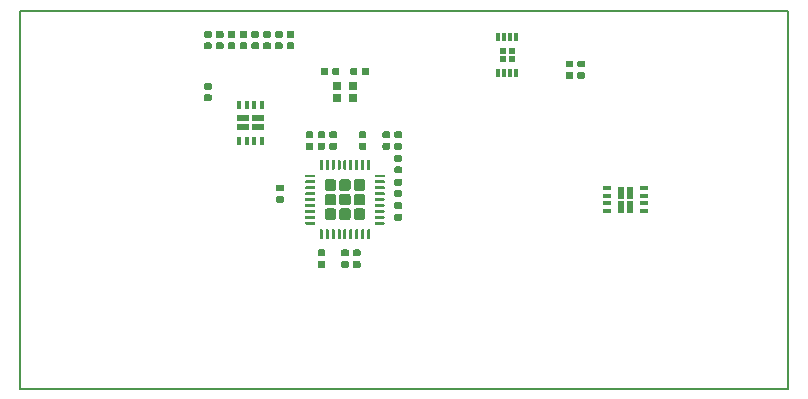
<source format=gtp>
G04 #@! TF.GenerationSoftware,KiCad,Pcbnew,(5.1.5-0-10_14)*
G04 #@! TF.CreationDate,2020-04-12T13:45:19-07:00*
G04 #@! TF.ProjectId,kimchi_usb_ulid,6b696d63-6869-45f7-9573-625f756c6964,v0.1*
G04 #@! TF.SameCoordinates,Original*
G04 #@! TF.FileFunction,Paste,Top*
G04 #@! TF.FilePolarity,Positive*
%FSLAX46Y46*%
G04 Gerber Fmt 4.6, Leading zero omitted, Abs format (unit mm)*
G04 Created by KiCad (PCBNEW (5.1.5-0-10_14)) date 2020-04-12 13:45:19*
%MOMM*%
%LPD*%
G04 APERTURE LIST*
%ADD10C,0.150000*%
%ADD11C,0.100000*%
%ADD12R,0.750000X0.700000*%
%ADD13R,1.000000X0.600000*%
%ADD14R,0.350000X0.650000*%
%ADD15R,0.600000X1.000000*%
%ADD16R,0.650000X0.350000*%
%ADD17R,0.600000X0.500000*%
%ADD18R,0.300000X0.750000*%
G04 APERTURE END LIST*
D10*
X107000000Y-126000000D02*
X107000000Y-94000000D01*
X172000000Y-126000000D02*
X107000000Y-126000000D01*
X172000000Y-94000000D02*
X172000000Y-126000000D01*
X107000000Y-94000000D02*
X172000000Y-94000000D01*
D11*
G36*
X153686958Y-99190710D02*
G01*
X153701276Y-99192834D01*
X153715317Y-99196351D01*
X153728946Y-99201228D01*
X153742031Y-99207417D01*
X153754447Y-99214858D01*
X153766073Y-99223481D01*
X153776798Y-99233202D01*
X153786519Y-99243927D01*
X153795142Y-99255553D01*
X153802583Y-99267969D01*
X153808772Y-99281054D01*
X153813649Y-99294683D01*
X153817166Y-99308724D01*
X153819290Y-99323042D01*
X153820000Y-99337500D01*
X153820000Y-99632500D01*
X153819290Y-99646958D01*
X153817166Y-99661276D01*
X153813649Y-99675317D01*
X153808772Y-99688946D01*
X153802583Y-99702031D01*
X153795142Y-99714447D01*
X153786519Y-99726073D01*
X153776798Y-99736798D01*
X153766073Y-99746519D01*
X153754447Y-99755142D01*
X153742031Y-99762583D01*
X153728946Y-99768772D01*
X153715317Y-99773649D01*
X153701276Y-99777166D01*
X153686958Y-99779290D01*
X153672500Y-99780000D01*
X153327500Y-99780000D01*
X153313042Y-99779290D01*
X153298724Y-99777166D01*
X153284683Y-99773649D01*
X153271054Y-99768772D01*
X153257969Y-99762583D01*
X153245553Y-99755142D01*
X153233927Y-99746519D01*
X153223202Y-99736798D01*
X153213481Y-99726073D01*
X153204858Y-99714447D01*
X153197417Y-99702031D01*
X153191228Y-99688946D01*
X153186351Y-99675317D01*
X153182834Y-99661276D01*
X153180710Y-99646958D01*
X153180000Y-99632500D01*
X153180000Y-99337500D01*
X153180710Y-99323042D01*
X153182834Y-99308724D01*
X153186351Y-99294683D01*
X153191228Y-99281054D01*
X153197417Y-99267969D01*
X153204858Y-99255553D01*
X153213481Y-99243927D01*
X153223202Y-99233202D01*
X153233927Y-99223481D01*
X153245553Y-99214858D01*
X153257969Y-99207417D01*
X153271054Y-99201228D01*
X153284683Y-99196351D01*
X153298724Y-99192834D01*
X153313042Y-99190710D01*
X153327500Y-99190000D01*
X153672500Y-99190000D01*
X153686958Y-99190710D01*
G37*
G36*
X153686958Y-98220710D02*
G01*
X153701276Y-98222834D01*
X153715317Y-98226351D01*
X153728946Y-98231228D01*
X153742031Y-98237417D01*
X153754447Y-98244858D01*
X153766073Y-98253481D01*
X153776798Y-98263202D01*
X153786519Y-98273927D01*
X153795142Y-98285553D01*
X153802583Y-98297969D01*
X153808772Y-98311054D01*
X153813649Y-98324683D01*
X153817166Y-98338724D01*
X153819290Y-98353042D01*
X153820000Y-98367500D01*
X153820000Y-98662500D01*
X153819290Y-98676958D01*
X153817166Y-98691276D01*
X153813649Y-98705317D01*
X153808772Y-98718946D01*
X153802583Y-98732031D01*
X153795142Y-98744447D01*
X153786519Y-98756073D01*
X153776798Y-98766798D01*
X153766073Y-98776519D01*
X153754447Y-98785142D01*
X153742031Y-98792583D01*
X153728946Y-98798772D01*
X153715317Y-98803649D01*
X153701276Y-98807166D01*
X153686958Y-98809290D01*
X153672500Y-98810000D01*
X153327500Y-98810000D01*
X153313042Y-98809290D01*
X153298724Y-98807166D01*
X153284683Y-98803649D01*
X153271054Y-98798772D01*
X153257969Y-98792583D01*
X153245553Y-98785142D01*
X153233927Y-98776519D01*
X153223202Y-98766798D01*
X153213481Y-98756073D01*
X153204858Y-98744447D01*
X153197417Y-98732031D01*
X153191228Y-98718946D01*
X153186351Y-98705317D01*
X153182834Y-98691276D01*
X153180710Y-98676958D01*
X153180000Y-98662500D01*
X153180000Y-98367500D01*
X153180710Y-98353042D01*
X153182834Y-98338724D01*
X153186351Y-98324683D01*
X153191228Y-98311054D01*
X153197417Y-98297969D01*
X153204858Y-98285553D01*
X153213481Y-98273927D01*
X153223202Y-98263202D01*
X153233927Y-98253481D01*
X153245553Y-98244858D01*
X153257969Y-98237417D01*
X153271054Y-98231228D01*
X153284683Y-98226351D01*
X153298724Y-98222834D01*
X153313042Y-98220710D01*
X153327500Y-98220000D01*
X153672500Y-98220000D01*
X153686958Y-98220710D01*
G37*
G36*
X128086958Y-95720710D02*
G01*
X128101276Y-95722834D01*
X128115317Y-95726351D01*
X128128946Y-95731228D01*
X128142031Y-95737417D01*
X128154447Y-95744858D01*
X128166073Y-95753481D01*
X128176798Y-95763202D01*
X128186519Y-95773927D01*
X128195142Y-95785553D01*
X128202583Y-95797969D01*
X128208772Y-95811054D01*
X128213649Y-95824683D01*
X128217166Y-95838724D01*
X128219290Y-95853042D01*
X128220000Y-95867500D01*
X128220000Y-96162500D01*
X128219290Y-96176958D01*
X128217166Y-96191276D01*
X128213649Y-96205317D01*
X128208772Y-96218946D01*
X128202583Y-96232031D01*
X128195142Y-96244447D01*
X128186519Y-96256073D01*
X128176798Y-96266798D01*
X128166073Y-96276519D01*
X128154447Y-96285142D01*
X128142031Y-96292583D01*
X128128946Y-96298772D01*
X128115317Y-96303649D01*
X128101276Y-96307166D01*
X128086958Y-96309290D01*
X128072500Y-96310000D01*
X127727500Y-96310000D01*
X127713042Y-96309290D01*
X127698724Y-96307166D01*
X127684683Y-96303649D01*
X127671054Y-96298772D01*
X127657969Y-96292583D01*
X127645553Y-96285142D01*
X127633927Y-96276519D01*
X127623202Y-96266798D01*
X127613481Y-96256073D01*
X127604858Y-96244447D01*
X127597417Y-96232031D01*
X127591228Y-96218946D01*
X127586351Y-96205317D01*
X127582834Y-96191276D01*
X127580710Y-96176958D01*
X127580000Y-96162500D01*
X127580000Y-95867500D01*
X127580710Y-95853042D01*
X127582834Y-95838724D01*
X127586351Y-95824683D01*
X127591228Y-95811054D01*
X127597417Y-95797969D01*
X127604858Y-95785553D01*
X127613481Y-95773927D01*
X127623202Y-95763202D01*
X127633927Y-95753481D01*
X127645553Y-95744858D01*
X127657969Y-95737417D01*
X127671054Y-95731228D01*
X127684683Y-95726351D01*
X127698724Y-95722834D01*
X127713042Y-95720710D01*
X127727500Y-95720000D01*
X128072500Y-95720000D01*
X128086958Y-95720710D01*
G37*
G36*
X128086958Y-96690710D02*
G01*
X128101276Y-96692834D01*
X128115317Y-96696351D01*
X128128946Y-96701228D01*
X128142031Y-96707417D01*
X128154447Y-96714858D01*
X128166073Y-96723481D01*
X128176798Y-96733202D01*
X128186519Y-96743927D01*
X128195142Y-96755553D01*
X128202583Y-96767969D01*
X128208772Y-96781054D01*
X128213649Y-96794683D01*
X128217166Y-96808724D01*
X128219290Y-96823042D01*
X128220000Y-96837500D01*
X128220000Y-97132500D01*
X128219290Y-97146958D01*
X128217166Y-97161276D01*
X128213649Y-97175317D01*
X128208772Y-97188946D01*
X128202583Y-97202031D01*
X128195142Y-97214447D01*
X128186519Y-97226073D01*
X128176798Y-97236798D01*
X128166073Y-97246519D01*
X128154447Y-97255142D01*
X128142031Y-97262583D01*
X128128946Y-97268772D01*
X128115317Y-97273649D01*
X128101276Y-97277166D01*
X128086958Y-97279290D01*
X128072500Y-97280000D01*
X127727500Y-97280000D01*
X127713042Y-97279290D01*
X127698724Y-97277166D01*
X127684683Y-97273649D01*
X127671054Y-97268772D01*
X127657969Y-97262583D01*
X127645553Y-97255142D01*
X127633927Y-97246519D01*
X127623202Y-97236798D01*
X127613481Y-97226073D01*
X127604858Y-97214447D01*
X127597417Y-97202031D01*
X127591228Y-97188946D01*
X127586351Y-97175317D01*
X127582834Y-97161276D01*
X127580710Y-97146958D01*
X127580000Y-97132500D01*
X127580000Y-96837500D01*
X127580710Y-96823042D01*
X127582834Y-96808724D01*
X127586351Y-96794683D01*
X127591228Y-96781054D01*
X127597417Y-96767969D01*
X127604858Y-96755553D01*
X127613481Y-96743927D01*
X127623202Y-96733202D01*
X127633927Y-96723481D01*
X127645553Y-96714858D01*
X127657969Y-96707417D01*
X127671054Y-96701228D01*
X127684683Y-96696351D01*
X127698724Y-96692834D01*
X127713042Y-96690710D01*
X127727500Y-96690000D01*
X128072500Y-96690000D01*
X128086958Y-96690710D01*
G37*
G36*
X130086958Y-95720710D02*
G01*
X130101276Y-95722834D01*
X130115317Y-95726351D01*
X130128946Y-95731228D01*
X130142031Y-95737417D01*
X130154447Y-95744858D01*
X130166073Y-95753481D01*
X130176798Y-95763202D01*
X130186519Y-95773927D01*
X130195142Y-95785553D01*
X130202583Y-95797969D01*
X130208772Y-95811054D01*
X130213649Y-95824683D01*
X130217166Y-95838724D01*
X130219290Y-95853042D01*
X130220000Y-95867500D01*
X130220000Y-96162500D01*
X130219290Y-96176958D01*
X130217166Y-96191276D01*
X130213649Y-96205317D01*
X130208772Y-96218946D01*
X130202583Y-96232031D01*
X130195142Y-96244447D01*
X130186519Y-96256073D01*
X130176798Y-96266798D01*
X130166073Y-96276519D01*
X130154447Y-96285142D01*
X130142031Y-96292583D01*
X130128946Y-96298772D01*
X130115317Y-96303649D01*
X130101276Y-96307166D01*
X130086958Y-96309290D01*
X130072500Y-96310000D01*
X129727500Y-96310000D01*
X129713042Y-96309290D01*
X129698724Y-96307166D01*
X129684683Y-96303649D01*
X129671054Y-96298772D01*
X129657969Y-96292583D01*
X129645553Y-96285142D01*
X129633927Y-96276519D01*
X129623202Y-96266798D01*
X129613481Y-96256073D01*
X129604858Y-96244447D01*
X129597417Y-96232031D01*
X129591228Y-96218946D01*
X129586351Y-96205317D01*
X129582834Y-96191276D01*
X129580710Y-96176958D01*
X129580000Y-96162500D01*
X129580000Y-95867500D01*
X129580710Y-95853042D01*
X129582834Y-95838724D01*
X129586351Y-95824683D01*
X129591228Y-95811054D01*
X129597417Y-95797969D01*
X129604858Y-95785553D01*
X129613481Y-95773927D01*
X129623202Y-95763202D01*
X129633927Y-95753481D01*
X129645553Y-95744858D01*
X129657969Y-95737417D01*
X129671054Y-95731228D01*
X129684683Y-95726351D01*
X129698724Y-95722834D01*
X129713042Y-95720710D01*
X129727500Y-95720000D01*
X130072500Y-95720000D01*
X130086958Y-95720710D01*
G37*
G36*
X130086958Y-96690710D02*
G01*
X130101276Y-96692834D01*
X130115317Y-96696351D01*
X130128946Y-96701228D01*
X130142031Y-96707417D01*
X130154447Y-96714858D01*
X130166073Y-96723481D01*
X130176798Y-96733202D01*
X130186519Y-96743927D01*
X130195142Y-96755553D01*
X130202583Y-96767969D01*
X130208772Y-96781054D01*
X130213649Y-96794683D01*
X130217166Y-96808724D01*
X130219290Y-96823042D01*
X130220000Y-96837500D01*
X130220000Y-97132500D01*
X130219290Y-97146958D01*
X130217166Y-97161276D01*
X130213649Y-97175317D01*
X130208772Y-97188946D01*
X130202583Y-97202031D01*
X130195142Y-97214447D01*
X130186519Y-97226073D01*
X130176798Y-97236798D01*
X130166073Y-97246519D01*
X130154447Y-97255142D01*
X130142031Y-97262583D01*
X130128946Y-97268772D01*
X130115317Y-97273649D01*
X130101276Y-97277166D01*
X130086958Y-97279290D01*
X130072500Y-97280000D01*
X129727500Y-97280000D01*
X129713042Y-97279290D01*
X129698724Y-97277166D01*
X129684683Y-97273649D01*
X129671054Y-97268772D01*
X129657969Y-97262583D01*
X129645553Y-97255142D01*
X129633927Y-97246519D01*
X129623202Y-97236798D01*
X129613481Y-97226073D01*
X129604858Y-97214447D01*
X129597417Y-97202031D01*
X129591228Y-97188946D01*
X129586351Y-97175317D01*
X129582834Y-97161276D01*
X129580710Y-97146958D01*
X129580000Y-97132500D01*
X129580000Y-96837500D01*
X129580710Y-96823042D01*
X129582834Y-96808724D01*
X129586351Y-96794683D01*
X129591228Y-96781054D01*
X129597417Y-96767969D01*
X129604858Y-96755553D01*
X129613481Y-96743927D01*
X129623202Y-96733202D01*
X129633927Y-96723481D01*
X129645553Y-96714858D01*
X129657969Y-96707417D01*
X129671054Y-96701228D01*
X129684683Y-96696351D01*
X129698724Y-96692834D01*
X129713042Y-96690710D01*
X129727500Y-96690000D01*
X130072500Y-96690000D01*
X130086958Y-96690710D01*
G37*
G36*
X123086958Y-95720710D02*
G01*
X123101276Y-95722834D01*
X123115317Y-95726351D01*
X123128946Y-95731228D01*
X123142031Y-95737417D01*
X123154447Y-95744858D01*
X123166073Y-95753481D01*
X123176798Y-95763202D01*
X123186519Y-95773927D01*
X123195142Y-95785553D01*
X123202583Y-95797969D01*
X123208772Y-95811054D01*
X123213649Y-95824683D01*
X123217166Y-95838724D01*
X123219290Y-95853042D01*
X123220000Y-95867500D01*
X123220000Y-96162500D01*
X123219290Y-96176958D01*
X123217166Y-96191276D01*
X123213649Y-96205317D01*
X123208772Y-96218946D01*
X123202583Y-96232031D01*
X123195142Y-96244447D01*
X123186519Y-96256073D01*
X123176798Y-96266798D01*
X123166073Y-96276519D01*
X123154447Y-96285142D01*
X123142031Y-96292583D01*
X123128946Y-96298772D01*
X123115317Y-96303649D01*
X123101276Y-96307166D01*
X123086958Y-96309290D01*
X123072500Y-96310000D01*
X122727500Y-96310000D01*
X122713042Y-96309290D01*
X122698724Y-96307166D01*
X122684683Y-96303649D01*
X122671054Y-96298772D01*
X122657969Y-96292583D01*
X122645553Y-96285142D01*
X122633927Y-96276519D01*
X122623202Y-96266798D01*
X122613481Y-96256073D01*
X122604858Y-96244447D01*
X122597417Y-96232031D01*
X122591228Y-96218946D01*
X122586351Y-96205317D01*
X122582834Y-96191276D01*
X122580710Y-96176958D01*
X122580000Y-96162500D01*
X122580000Y-95867500D01*
X122580710Y-95853042D01*
X122582834Y-95838724D01*
X122586351Y-95824683D01*
X122591228Y-95811054D01*
X122597417Y-95797969D01*
X122604858Y-95785553D01*
X122613481Y-95773927D01*
X122623202Y-95763202D01*
X122633927Y-95753481D01*
X122645553Y-95744858D01*
X122657969Y-95737417D01*
X122671054Y-95731228D01*
X122684683Y-95726351D01*
X122698724Y-95722834D01*
X122713042Y-95720710D01*
X122727500Y-95720000D01*
X123072500Y-95720000D01*
X123086958Y-95720710D01*
G37*
G36*
X123086958Y-96690710D02*
G01*
X123101276Y-96692834D01*
X123115317Y-96696351D01*
X123128946Y-96701228D01*
X123142031Y-96707417D01*
X123154447Y-96714858D01*
X123166073Y-96723481D01*
X123176798Y-96733202D01*
X123186519Y-96743927D01*
X123195142Y-96755553D01*
X123202583Y-96767969D01*
X123208772Y-96781054D01*
X123213649Y-96794683D01*
X123217166Y-96808724D01*
X123219290Y-96823042D01*
X123220000Y-96837500D01*
X123220000Y-97132500D01*
X123219290Y-97146958D01*
X123217166Y-97161276D01*
X123213649Y-97175317D01*
X123208772Y-97188946D01*
X123202583Y-97202031D01*
X123195142Y-97214447D01*
X123186519Y-97226073D01*
X123176798Y-97236798D01*
X123166073Y-97246519D01*
X123154447Y-97255142D01*
X123142031Y-97262583D01*
X123128946Y-97268772D01*
X123115317Y-97273649D01*
X123101276Y-97277166D01*
X123086958Y-97279290D01*
X123072500Y-97280000D01*
X122727500Y-97280000D01*
X122713042Y-97279290D01*
X122698724Y-97277166D01*
X122684683Y-97273649D01*
X122671054Y-97268772D01*
X122657969Y-97262583D01*
X122645553Y-97255142D01*
X122633927Y-97246519D01*
X122623202Y-97236798D01*
X122613481Y-97226073D01*
X122604858Y-97214447D01*
X122597417Y-97202031D01*
X122591228Y-97188946D01*
X122586351Y-97175317D01*
X122582834Y-97161276D01*
X122580710Y-97146958D01*
X122580000Y-97132500D01*
X122580000Y-96837500D01*
X122580710Y-96823042D01*
X122582834Y-96808724D01*
X122586351Y-96794683D01*
X122591228Y-96781054D01*
X122597417Y-96767969D01*
X122604858Y-96755553D01*
X122613481Y-96743927D01*
X122623202Y-96733202D01*
X122633927Y-96723481D01*
X122645553Y-96714858D01*
X122657969Y-96707417D01*
X122671054Y-96701228D01*
X122684683Y-96696351D01*
X122698724Y-96692834D01*
X122713042Y-96690710D01*
X122727500Y-96690000D01*
X123072500Y-96690000D01*
X123086958Y-96690710D01*
G37*
G36*
X126086958Y-95720710D02*
G01*
X126101276Y-95722834D01*
X126115317Y-95726351D01*
X126128946Y-95731228D01*
X126142031Y-95737417D01*
X126154447Y-95744858D01*
X126166073Y-95753481D01*
X126176798Y-95763202D01*
X126186519Y-95773927D01*
X126195142Y-95785553D01*
X126202583Y-95797969D01*
X126208772Y-95811054D01*
X126213649Y-95824683D01*
X126217166Y-95838724D01*
X126219290Y-95853042D01*
X126220000Y-95867500D01*
X126220000Y-96162500D01*
X126219290Y-96176958D01*
X126217166Y-96191276D01*
X126213649Y-96205317D01*
X126208772Y-96218946D01*
X126202583Y-96232031D01*
X126195142Y-96244447D01*
X126186519Y-96256073D01*
X126176798Y-96266798D01*
X126166073Y-96276519D01*
X126154447Y-96285142D01*
X126142031Y-96292583D01*
X126128946Y-96298772D01*
X126115317Y-96303649D01*
X126101276Y-96307166D01*
X126086958Y-96309290D01*
X126072500Y-96310000D01*
X125727500Y-96310000D01*
X125713042Y-96309290D01*
X125698724Y-96307166D01*
X125684683Y-96303649D01*
X125671054Y-96298772D01*
X125657969Y-96292583D01*
X125645553Y-96285142D01*
X125633927Y-96276519D01*
X125623202Y-96266798D01*
X125613481Y-96256073D01*
X125604858Y-96244447D01*
X125597417Y-96232031D01*
X125591228Y-96218946D01*
X125586351Y-96205317D01*
X125582834Y-96191276D01*
X125580710Y-96176958D01*
X125580000Y-96162500D01*
X125580000Y-95867500D01*
X125580710Y-95853042D01*
X125582834Y-95838724D01*
X125586351Y-95824683D01*
X125591228Y-95811054D01*
X125597417Y-95797969D01*
X125604858Y-95785553D01*
X125613481Y-95773927D01*
X125623202Y-95763202D01*
X125633927Y-95753481D01*
X125645553Y-95744858D01*
X125657969Y-95737417D01*
X125671054Y-95731228D01*
X125684683Y-95726351D01*
X125698724Y-95722834D01*
X125713042Y-95720710D01*
X125727500Y-95720000D01*
X126072500Y-95720000D01*
X126086958Y-95720710D01*
G37*
G36*
X126086958Y-96690710D02*
G01*
X126101276Y-96692834D01*
X126115317Y-96696351D01*
X126128946Y-96701228D01*
X126142031Y-96707417D01*
X126154447Y-96714858D01*
X126166073Y-96723481D01*
X126176798Y-96733202D01*
X126186519Y-96743927D01*
X126195142Y-96755553D01*
X126202583Y-96767969D01*
X126208772Y-96781054D01*
X126213649Y-96794683D01*
X126217166Y-96808724D01*
X126219290Y-96823042D01*
X126220000Y-96837500D01*
X126220000Y-97132500D01*
X126219290Y-97146958D01*
X126217166Y-97161276D01*
X126213649Y-97175317D01*
X126208772Y-97188946D01*
X126202583Y-97202031D01*
X126195142Y-97214447D01*
X126186519Y-97226073D01*
X126176798Y-97236798D01*
X126166073Y-97246519D01*
X126154447Y-97255142D01*
X126142031Y-97262583D01*
X126128946Y-97268772D01*
X126115317Y-97273649D01*
X126101276Y-97277166D01*
X126086958Y-97279290D01*
X126072500Y-97280000D01*
X125727500Y-97280000D01*
X125713042Y-97279290D01*
X125698724Y-97277166D01*
X125684683Y-97273649D01*
X125671054Y-97268772D01*
X125657969Y-97262583D01*
X125645553Y-97255142D01*
X125633927Y-97246519D01*
X125623202Y-97236798D01*
X125613481Y-97226073D01*
X125604858Y-97214447D01*
X125597417Y-97202031D01*
X125591228Y-97188946D01*
X125586351Y-97175317D01*
X125582834Y-97161276D01*
X125580710Y-97146958D01*
X125580000Y-97132500D01*
X125580000Y-96837500D01*
X125580710Y-96823042D01*
X125582834Y-96808724D01*
X125586351Y-96794683D01*
X125591228Y-96781054D01*
X125597417Y-96767969D01*
X125604858Y-96755553D01*
X125613481Y-96743927D01*
X125623202Y-96733202D01*
X125633927Y-96723481D01*
X125645553Y-96714858D01*
X125657969Y-96707417D01*
X125671054Y-96701228D01*
X125684683Y-96696351D01*
X125698724Y-96692834D01*
X125713042Y-96690710D01*
X125727500Y-96690000D01*
X126072500Y-96690000D01*
X126086958Y-96690710D01*
G37*
G36*
X129086958Y-95720710D02*
G01*
X129101276Y-95722834D01*
X129115317Y-95726351D01*
X129128946Y-95731228D01*
X129142031Y-95737417D01*
X129154447Y-95744858D01*
X129166073Y-95753481D01*
X129176798Y-95763202D01*
X129186519Y-95773927D01*
X129195142Y-95785553D01*
X129202583Y-95797969D01*
X129208772Y-95811054D01*
X129213649Y-95824683D01*
X129217166Y-95838724D01*
X129219290Y-95853042D01*
X129220000Y-95867500D01*
X129220000Y-96162500D01*
X129219290Y-96176958D01*
X129217166Y-96191276D01*
X129213649Y-96205317D01*
X129208772Y-96218946D01*
X129202583Y-96232031D01*
X129195142Y-96244447D01*
X129186519Y-96256073D01*
X129176798Y-96266798D01*
X129166073Y-96276519D01*
X129154447Y-96285142D01*
X129142031Y-96292583D01*
X129128946Y-96298772D01*
X129115317Y-96303649D01*
X129101276Y-96307166D01*
X129086958Y-96309290D01*
X129072500Y-96310000D01*
X128727500Y-96310000D01*
X128713042Y-96309290D01*
X128698724Y-96307166D01*
X128684683Y-96303649D01*
X128671054Y-96298772D01*
X128657969Y-96292583D01*
X128645553Y-96285142D01*
X128633927Y-96276519D01*
X128623202Y-96266798D01*
X128613481Y-96256073D01*
X128604858Y-96244447D01*
X128597417Y-96232031D01*
X128591228Y-96218946D01*
X128586351Y-96205317D01*
X128582834Y-96191276D01*
X128580710Y-96176958D01*
X128580000Y-96162500D01*
X128580000Y-95867500D01*
X128580710Y-95853042D01*
X128582834Y-95838724D01*
X128586351Y-95824683D01*
X128591228Y-95811054D01*
X128597417Y-95797969D01*
X128604858Y-95785553D01*
X128613481Y-95773927D01*
X128623202Y-95763202D01*
X128633927Y-95753481D01*
X128645553Y-95744858D01*
X128657969Y-95737417D01*
X128671054Y-95731228D01*
X128684683Y-95726351D01*
X128698724Y-95722834D01*
X128713042Y-95720710D01*
X128727500Y-95720000D01*
X129072500Y-95720000D01*
X129086958Y-95720710D01*
G37*
G36*
X129086958Y-96690710D02*
G01*
X129101276Y-96692834D01*
X129115317Y-96696351D01*
X129128946Y-96701228D01*
X129142031Y-96707417D01*
X129154447Y-96714858D01*
X129166073Y-96723481D01*
X129176798Y-96733202D01*
X129186519Y-96743927D01*
X129195142Y-96755553D01*
X129202583Y-96767969D01*
X129208772Y-96781054D01*
X129213649Y-96794683D01*
X129217166Y-96808724D01*
X129219290Y-96823042D01*
X129220000Y-96837500D01*
X129220000Y-97132500D01*
X129219290Y-97146958D01*
X129217166Y-97161276D01*
X129213649Y-97175317D01*
X129208772Y-97188946D01*
X129202583Y-97202031D01*
X129195142Y-97214447D01*
X129186519Y-97226073D01*
X129176798Y-97236798D01*
X129166073Y-97246519D01*
X129154447Y-97255142D01*
X129142031Y-97262583D01*
X129128946Y-97268772D01*
X129115317Y-97273649D01*
X129101276Y-97277166D01*
X129086958Y-97279290D01*
X129072500Y-97280000D01*
X128727500Y-97280000D01*
X128713042Y-97279290D01*
X128698724Y-97277166D01*
X128684683Y-97273649D01*
X128671054Y-97268772D01*
X128657969Y-97262583D01*
X128645553Y-97255142D01*
X128633927Y-97246519D01*
X128623202Y-97236798D01*
X128613481Y-97226073D01*
X128604858Y-97214447D01*
X128597417Y-97202031D01*
X128591228Y-97188946D01*
X128586351Y-97175317D01*
X128582834Y-97161276D01*
X128580710Y-97146958D01*
X128580000Y-97132500D01*
X128580000Y-96837500D01*
X128580710Y-96823042D01*
X128582834Y-96808724D01*
X128586351Y-96794683D01*
X128591228Y-96781054D01*
X128597417Y-96767969D01*
X128604858Y-96755553D01*
X128613481Y-96743927D01*
X128623202Y-96733202D01*
X128633927Y-96723481D01*
X128645553Y-96714858D01*
X128657969Y-96707417D01*
X128671054Y-96701228D01*
X128684683Y-96696351D01*
X128698724Y-96692834D01*
X128713042Y-96690710D01*
X128727500Y-96690000D01*
X129072500Y-96690000D01*
X129086958Y-96690710D01*
G37*
G36*
X124086958Y-96690710D02*
G01*
X124101276Y-96692834D01*
X124115317Y-96696351D01*
X124128946Y-96701228D01*
X124142031Y-96707417D01*
X124154447Y-96714858D01*
X124166073Y-96723481D01*
X124176798Y-96733202D01*
X124186519Y-96743927D01*
X124195142Y-96755553D01*
X124202583Y-96767969D01*
X124208772Y-96781054D01*
X124213649Y-96794683D01*
X124217166Y-96808724D01*
X124219290Y-96823042D01*
X124220000Y-96837500D01*
X124220000Y-97132500D01*
X124219290Y-97146958D01*
X124217166Y-97161276D01*
X124213649Y-97175317D01*
X124208772Y-97188946D01*
X124202583Y-97202031D01*
X124195142Y-97214447D01*
X124186519Y-97226073D01*
X124176798Y-97236798D01*
X124166073Y-97246519D01*
X124154447Y-97255142D01*
X124142031Y-97262583D01*
X124128946Y-97268772D01*
X124115317Y-97273649D01*
X124101276Y-97277166D01*
X124086958Y-97279290D01*
X124072500Y-97280000D01*
X123727500Y-97280000D01*
X123713042Y-97279290D01*
X123698724Y-97277166D01*
X123684683Y-97273649D01*
X123671054Y-97268772D01*
X123657969Y-97262583D01*
X123645553Y-97255142D01*
X123633927Y-97246519D01*
X123623202Y-97236798D01*
X123613481Y-97226073D01*
X123604858Y-97214447D01*
X123597417Y-97202031D01*
X123591228Y-97188946D01*
X123586351Y-97175317D01*
X123582834Y-97161276D01*
X123580710Y-97146958D01*
X123580000Y-97132500D01*
X123580000Y-96837500D01*
X123580710Y-96823042D01*
X123582834Y-96808724D01*
X123586351Y-96794683D01*
X123591228Y-96781054D01*
X123597417Y-96767969D01*
X123604858Y-96755553D01*
X123613481Y-96743927D01*
X123623202Y-96733202D01*
X123633927Y-96723481D01*
X123645553Y-96714858D01*
X123657969Y-96707417D01*
X123671054Y-96701228D01*
X123684683Y-96696351D01*
X123698724Y-96692834D01*
X123713042Y-96690710D01*
X123727500Y-96690000D01*
X124072500Y-96690000D01*
X124086958Y-96690710D01*
G37*
G36*
X124086958Y-95720710D02*
G01*
X124101276Y-95722834D01*
X124115317Y-95726351D01*
X124128946Y-95731228D01*
X124142031Y-95737417D01*
X124154447Y-95744858D01*
X124166073Y-95753481D01*
X124176798Y-95763202D01*
X124186519Y-95773927D01*
X124195142Y-95785553D01*
X124202583Y-95797969D01*
X124208772Y-95811054D01*
X124213649Y-95824683D01*
X124217166Y-95838724D01*
X124219290Y-95853042D01*
X124220000Y-95867500D01*
X124220000Y-96162500D01*
X124219290Y-96176958D01*
X124217166Y-96191276D01*
X124213649Y-96205317D01*
X124208772Y-96218946D01*
X124202583Y-96232031D01*
X124195142Y-96244447D01*
X124186519Y-96256073D01*
X124176798Y-96266798D01*
X124166073Y-96276519D01*
X124154447Y-96285142D01*
X124142031Y-96292583D01*
X124128946Y-96298772D01*
X124115317Y-96303649D01*
X124101276Y-96307166D01*
X124086958Y-96309290D01*
X124072500Y-96310000D01*
X123727500Y-96310000D01*
X123713042Y-96309290D01*
X123698724Y-96307166D01*
X123684683Y-96303649D01*
X123671054Y-96298772D01*
X123657969Y-96292583D01*
X123645553Y-96285142D01*
X123633927Y-96276519D01*
X123623202Y-96266798D01*
X123613481Y-96256073D01*
X123604858Y-96244447D01*
X123597417Y-96232031D01*
X123591228Y-96218946D01*
X123586351Y-96205317D01*
X123582834Y-96191276D01*
X123580710Y-96176958D01*
X123580000Y-96162500D01*
X123580000Y-95867500D01*
X123580710Y-95853042D01*
X123582834Y-95838724D01*
X123586351Y-95824683D01*
X123591228Y-95811054D01*
X123597417Y-95797969D01*
X123604858Y-95785553D01*
X123613481Y-95773927D01*
X123623202Y-95763202D01*
X123633927Y-95753481D01*
X123645553Y-95744858D01*
X123657969Y-95737417D01*
X123671054Y-95731228D01*
X123684683Y-95726351D01*
X123698724Y-95722834D01*
X123713042Y-95720710D01*
X123727500Y-95720000D01*
X124072500Y-95720000D01*
X124086958Y-95720710D01*
G37*
G36*
X127086958Y-95720710D02*
G01*
X127101276Y-95722834D01*
X127115317Y-95726351D01*
X127128946Y-95731228D01*
X127142031Y-95737417D01*
X127154447Y-95744858D01*
X127166073Y-95753481D01*
X127176798Y-95763202D01*
X127186519Y-95773927D01*
X127195142Y-95785553D01*
X127202583Y-95797969D01*
X127208772Y-95811054D01*
X127213649Y-95824683D01*
X127217166Y-95838724D01*
X127219290Y-95853042D01*
X127220000Y-95867500D01*
X127220000Y-96162500D01*
X127219290Y-96176958D01*
X127217166Y-96191276D01*
X127213649Y-96205317D01*
X127208772Y-96218946D01*
X127202583Y-96232031D01*
X127195142Y-96244447D01*
X127186519Y-96256073D01*
X127176798Y-96266798D01*
X127166073Y-96276519D01*
X127154447Y-96285142D01*
X127142031Y-96292583D01*
X127128946Y-96298772D01*
X127115317Y-96303649D01*
X127101276Y-96307166D01*
X127086958Y-96309290D01*
X127072500Y-96310000D01*
X126727500Y-96310000D01*
X126713042Y-96309290D01*
X126698724Y-96307166D01*
X126684683Y-96303649D01*
X126671054Y-96298772D01*
X126657969Y-96292583D01*
X126645553Y-96285142D01*
X126633927Y-96276519D01*
X126623202Y-96266798D01*
X126613481Y-96256073D01*
X126604858Y-96244447D01*
X126597417Y-96232031D01*
X126591228Y-96218946D01*
X126586351Y-96205317D01*
X126582834Y-96191276D01*
X126580710Y-96176958D01*
X126580000Y-96162500D01*
X126580000Y-95867500D01*
X126580710Y-95853042D01*
X126582834Y-95838724D01*
X126586351Y-95824683D01*
X126591228Y-95811054D01*
X126597417Y-95797969D01*
X126604858Y-95785553D01*
X126613481Y-95773927D01*
X126623202Y-95763202D01*
X126633927Y-95753481D01*
X126645553Y-95744858D01*
X126657969Y-95737417D01*
X126671054Y-95731228D01*
X126684683Y-95726351D01*
X126698724Y-95722834D01*
X126713042Y-95720710D01*
X126727500Y-95720000D01*
X127072500Y-95720000D01*
X127086958Y-95720710D01*
G37*
G36*
X127086958Y-96690710D02*
G01*
X127101276Y-96692834D01*
X127115317Y-96696351D01*
X127128946Y-96701228D01*
X127142031Y-96707417D01*
X127154447Y-96714858D01*
X127166073Y-96723481D01*
X127176798Y-96733202D01*
X127186519Y-96743927D01*
X127195142Y-96755553D01*
X127202583Y-96767969D01*
X127208772Y-96781054D01*
X127213649Y-96794683D01*
X127217166Y-96808724D01*
X127219290Y-96823042D01*
X127220000Y-96837500D01*
X127220000Y-97132500D01*
X127219290Y-97146958D01*
X127217166Y-97161276D01*
X127213649Y-97175317D01*
X127208772Y-97188946D01*
X127202583Y-97202031D01*
X127195142Y-97214447D01*
X127186519Y-97226073D01*
X127176798Y-97236798D01*
X127166073Y-97246519D01*
X127154447Y-97255142D01*
X127142031Y-97262583D01*
X127128946Y-97268772D01*
X127115317Y-97273649D01*
X127101276Y-97277166D01*
X127086958Y-97279290D01*
X127072500Y-97280000D01*
X126727500Y-97280000D01*
X126713042Y-97279290D01*
X126698724Y-97277166D01*
X126684683Y-97273649D01*
X126671054Y-97268772D01*
X126657969Y-97262583D01*
X126645553Y-97255142D01*
X126633927Y-97246519D01*
X126623202Y-97236798D01*
X126613481Y-97226073D01*
X126604858Y-97214447D01*
X126597417Y-97202031D01*
X126591228Y-97188946D01*
X126586351Y-97175317D01*
X126582834Y-97161276D01*
X126580710Y-97146958D01*
X126580000Y-97132500D01*
X126580000Y-96837500D01*
X126580710Y-96823042D01*
X126582834Y-96808724D01*
X126586351Y-96794683D01*
X126591228Y-96781054D01*
X126597417Y-96767969D01*
X126604858Y-96755553D01*
X126613481Y-96743927D01*
X126623202Y-96733202D01*
X126633927Y-96723481D01*
X126645553Y-96714858D01*
X126657969Y-96707417D01*
X126671054Y-96701228D01*
X126684683Y-96696351D01*
X126698724Y-96692834D01*
X126713042Y-96690710D01*
X126727500Y-96690000D01*
X127072500Y-96690000D01*
X127086958Y-96690710D01*
G37*
G36*
X125086958Y-95720710D02*
G01*
X125101276Y-95722834D01*
X125115317Y-95726351D01*
X125128946Y-95731228D01*
X125142031Y-95737417D01*
X125154447Y-95744858D01*
X125166073Y-95753481D01*
X125176798Y-95763202D01*
X125186519Y-95773927D01*
X125195142Y-95785553D01*
X125202583Y-95797969D01*
X125208772Y-95811054D01*
X125213649Y-95824683D01*
X125217166Y-95838724D01*
X125219290Y-95853042D01*
X125220000Y-95867500D01*
X125220000Y-96162500D01*
X125219290Y-96176958D01*
X125217166Y-96191276D01*
X125213649Y-96205317D01*
X125208772Y-96218946D01*
X125202583Y-96232031D01*
X125195142Y-96244447D01*
X125186519Y-96256073D01*
X125176798Y-96266798D01*
X125166073Y-96276519D01*
X125154447Y-96285142D01*
X125142031Y-96292583D01*
X125128946Y-96298772D01*
X125115317Y-96303649D01*
X125101276Y-96307166D01*
X125086958Y-96309290D01*
X125072500Y-96310000D01*
X124727500Y-96310000D01*
X124713042Y-96309290D01*
X124698724Y-96307166D01*
X124684683Y-96303649D01*
X124671054Y-96298772D01*
X124657969Y-96292583D01*
X124645553Y-96285142D01*
X124633927Y-96276519D01*
X124623202Y-96266798D01*
X124613481Y-96256073D01*
X124604858Y-96244447D01*
X124597417Y-96232031D01*
X124591228Y-96218946D01*
X124586351Y-96205317D01*
X124582834Y-96191276D01*
X124580710Y-96176958D01*
X124580000Y-96162500D01*
X124580000Y-95867500D01*
X124580710Y-95853042D01*
X124582834Y-95838724D01*
X124586351Y-95824683D01*
X124591228Y-95811054D01*
X124597417Y-95797969D01*
X124604858Y-95785553D01*
X124613481Y-95773927D01*
X124623202Y-95763202D01*
X124633927Y-95753481D01*
X124645553Y-95744858D01*
X124657969Y-95737417D01*
X124671054Y-95731228D01*
X124684683Y-95726351D01*
X124698724Y-95722834D01*
X124713042Y-95720710D01*
X124727500Y-95720000D01*
X125072500Y-95720000D01*
X125086958Y-95720710D01*
G37*
G36*
X125086958Y-96690710D02*
G01*
X125101276Y-96692834D01*
X125115317Y-96696351D01*
X125128946Y-96701228D01*
X125142031Y-96707417D01*
X125154447Y-96714858D01*
X125166073Y-96723481D01*
X125176798Y-96733202D01*
X125186519Y-96743927D01*
X125195142Y-96755553D01*
X125202583Y-96767969D01*
X125208772Y-96781054D01*
X125213649Y-96794683D01*
X125217166Y-96808724D01*
X125219290Y-96823042D01*
X125220000Y-96837500D01*
X125220000Y-97132500D01*
X125219290Y-97146958D01*
X125217166Y-97161276D01*
X125213649Y-97175317D01*
X125208772Y-97188946D01*
X125202583Y-97202031D01*
X125195142Y-97214447D01*
X125186519Y-97226073D01*
X125176798Y-97236798D01*
X125166073Y-97246519D01*
X125154447Y-97255142D01*
X125142031Y-97262583D01*
X125128946Y-97268772D01*
X125115317Y-97273649D01*
X125101276Y-97277166D01*
X125086958Y-97279290D01*
X125072500Y-97280000D01*
X124727500Y-97280000D01*
X124713042Y-97279290D01*
X124698724Y-97277166D01*
X124684683Y-97273649D01*
X124671054Y-97268772D01*
X124657969Y-97262583D01*
X124645553Y-97255142D01*
X124633927Y-97246519D01*
X124623202Y-97236798D01*
X124613481Y-97226073D01*
X124604858Y-97214447D01*
X124597417Y-97202031D01*
X124591228Y-97188946D01*
X124586351Y-97175317D01*
X124582834Y-97161276D01*
X124580710Y-97146958D01*
X124580000Y-97132500D01*
X124580000Y-96837500D01*
X124580710Y-96823042D01*
X124582834Y-96808724D01*
X124586351Y-96794683D01*
X124591228Y-96781054D01*
X124597417Y-96767969D01*
X124604858Y-96755553D01*
X124613481Y-96743927D01*
X124623202Y-96733202D01*
X124633927Y-96723481D01*
X124645553Y-96714858D01*
X124657969Y-96707417D01*
X124671054Y-96701228D01*
X124684683Y-96696351D01*
X124698724Y-96692834D01*
X124713042Y-96690710D01*
X124727500Y-96690000D01*
X125072500Y-96690000D01*
X125086958Y-96690710D01*
G37*
G36*
X132686958Y-105190710D02*
G01*
X132701276Y-105192834D01*
X132715317Y-105196351D01*
X132728946Y-105201228D01*
X132742031Y-105207417D01*
X132754447Y-105214858D01*
X132766073Y-105223481D01*
X132776798Y-105233202D01*
X132786519Y-105243927D01*
X132795142Y-105255553D01*
X132802583Y-105267969D01*
X132808772Y-105281054D01*
X132813649Y-105294683D01*
X132817166Y-105308724D01*
X132819290Y-105323042D01*
X132820000Y-105337500D01*
X132820000Y-105632500D01*
X132819290Y-105646958D01*
X132817166Y-105661276D01*
X132813649Y-105675317D01*
X132808772Y-105688946D01*
X132802583Y-105702031D01*
X132795142Y-105714447D01*
X132786519Y-105726073D01*
X132776798Y-105736798D01*
X132766073Y-105746519D01*
X132754447Y-105755142D01*
X132742031Y-105762583D01*
X132728946Y-105768772D01*
X132715317Y-105773649D01*
X132701276Y-105777166D01*
X132686958Y-105779290D01*
X132672500Y-105780000D01*
X132327500Y-105780000D01*
X132313042Y-105779290D01*
X132298724Y-105777166D01*
X132284683Y-105773649D01*
X132271054Y-105768772D01*
X132257969Y-105762583D01*
X132245553Y-105755142D01*
X132233927Y-105746519D01*
X132223202Y-105736798D01*
X132213481Y-105726073D01*
X132204858Y-105714447D01*
X132197417Y-105702031D01*
X132191228Y-105688946D01*
X132186351Y-105675317D01*
X132182834Y-105661276D01*
X132180710Y-105646958D01*
X132180000Y-105632500D01*
X132180000Y-105337500D01*
X132180710Y-105323042D01*
X132182834Y-105308724D01*
X132186351Y-105294683D01*
X132191228Y-105281054D01*
X132197417Y-105267969D01*
X132204858Y-105255553D01*
X132213481Y-105243927D01*
X132223202Y-105233202D01*
X132233927Y-105223481D01*
X132245553Y-105214858D01*
X132257969Y-105207417D01*
X132271054Y-105201228D01*
X132284683Y-105196351D01*
X132298724Y-105192834D01*
X132313042Y-105190710D01*
X132327500Y-105190000D01*
X132672500Y-105190000D01*
X132686958Y-105190710D01*
G37*
G36*
X132686958Y-104220710D02*
G01*
X132701276Y-104222834D01*
X132715317Y-104226351D01*
X132728946Y-104231228D01*
X132742031Y-104237417D01*
X132754447Y-104244858D01*
X132766073Y-104253481D01*
X132776798Y-104263202D01*
X132786519Y-104273927D01*
X132795142Y-104285553D01*
X132802583Y-104297969D01*
X132808772Y-104311054D01*
X132813649Y-104324683D01*
X132817166Y-104338724D01*
X132819290Y-104353042D01*
X132820000Y-104367500D01*
X132820000Y-104662500D01*
X132819290Y-104676958D01*
X132817166Y-104691276D01*
X132813649Y-104705317D01*
X132808772Y-104718946D01*
X132802583Y-104732031D01*
X132795142Y-104744447D01*
X132786519Y-104756073D01*
X132776798Y-104766798D01*
X132766073Y-104776519D01*
X132754447Y-104785142D01*
X132742031Y-104792583D01*
X132728946Y-104798772D01*
X132715317Y-104803649D01*
X132701276Y-104807166D01*
X132686958Y-104809290D01*
X132672500Y-104810000D01*
X132327500Y-104810000D01*
X132313042Y-104809290D01*
X132298724Y-104807166D01*
X132284683Y-104803649D01*
X132271054Y-104798772D01*
X132257969Y-104792583D01*
X132245553Y-104785142D01*
X132233927Y-104776519D01*
X132223202Y-104766798D01*
X132213481Y-104756073D01*
X132204858Y-104744447D01*
X132197417Y-104732031D01*
X132191228Y-104718946D01*
X132186351Y-104705317D01*
X132182834Y-104691276D01*
X132180710Y-104676958D01*
X132180000Y-104662500D01*
X132180000Y-104367500D01*
X132180710Y-104353042D01*
X132182834Y-104338724D01*
X132186351Y-104324683D01*
X132191228Y-104311054D01*
X132197417Y-104297969D01*
X132204858Y-104285553D01*
X132213481Y-104273927D01*
X132223202Y-104263202D01*
X132233927Y-104253481D01*
X132245553Y-104244858D01*
X132257969Y-104237417D01*
X132271054Y-104231228D01*
X132284683Y-104226351D01*
X132298724Y-104222834D01*
X132313042Y-104220710D01*
X132327500Y-104220000D01*
X132672500Y-104220000D01*
X132686958Y-104220710D01*
G37*
G36*
X138186958Y-104220710D02*
G01*
X138201276Y-104222834D01*
X138215317Y-104226351D01*
X138228946Y-104231228D01*
X138242031Y-104237417D01*
X138254447Y-104244858D01*
X138266073Y-104253481D01*
X138276798Y-104263202D01*
X138286519Y-104273927D01*
X138295142Y-104285553D01*
X138302583Y-104297969D01*
X138308772Y-104311054D01*
X138313649Y-104324683D01*
X138317166Y-104338724D01*
X138319290Y-104353042D01*
X138320000Y-104367500D01*
X138320000Y-104662500D01*
X138319290Y-104676958D01*
X138317166Y-104691276D01*
X138313649Y-104705317D01*
X138308772Y-104718946D01*
X138302583Y-104732031D01*
X138295142Y-104744447D01*
X138286519Y-104756073D01*
X138276798Y-104766798D01*
X138266073Y-104776519D01*
X138254447Y-104785142D01*
X138242031Y-104792583D01*
X138228946Y-104798772D01*
X138215317Y-104803649D01*
X138201276Y-104807166D01*
X138186958Y-104809290D01*
X138172500Y-104810000D01*
X137827500Y-104810000D01*
X137813042Y-104809290D01*
X137798724Y-104807166D01*
X137784683Y-104803649D01*
X137771054Y-104798772D01*
X137757969Y-104792583D01*
X137745553Y-104785142D01*
X137733927Y-104776519D01*
X137723202Y-104766798D01*
X137713481Y-104756073D01*
X137704858Y-104744447D01*
X137697417Y-104732031D01*
X137691228Y-104718946D01*
X137686351Y-104705317D01*
X137682834Y-104691276D01*
X137680710Y-104676958D01*
X137680000Y-104662500D01*
X137680000Y-104367500D01*
X137680710Y-104353042D01*
X137682834Y-104338724D01*
X137686351Y-104324683D01*
X137691228Y-104311054D01*
X137697417Y-104297969D01*
X137704858Y-104285553D01*
X137713481Y-104273927D01*
X137723202Y-104263202D01*
X137733927Y-104253481D01*
X137745553Y-104244858D01*
X137757969Y-104237417D01*
X137771054Y-104231228D01*
X137784683Y-104226351D01*
X137798724Y-104222834D01*
X137813042Y-104220710D01*
X137827500Y-104220000D01*
X138172500Y-104220000D01*
X138186958Y-104220710D01*
G37*
G36*
X138186958Y-105190710D02*
G01*
X138201276Y-105192834D01*
X138215317Y-105196351D01*
X138228946Y-105201228D01*
X138242031Y-105207417D01*
X138254447Y-105214858D01*
X138266073Y-105223481D01*
X138276798Y-105233202D01*
X138286519Y-105243927D01*
X138295142Y-105255553D01*
X138302583Y-105267969D01*
X138308772Y-105281054D01*
X138313649Y-105294683D01*
X138317166Y-105308724D01*
X138319290Y-105323042D01*
X138320000Y-105337500D01*
X138320000Y-105632500D01*
X138319290Y-105646958D01*
X138317166Y-105661276D01*
X138313649Y-105675317D01*
X138308772Y-105688946D01*
X138302583Y-105702031D01*
X138295142Y-105714447D01*
X138286519Y-105726073D01*
X138276798Y-105736798D01*
X138266073Y-105746519D01*
X138254447Y-105755142D01*
X138242031Y-105762583D01*
X138228946Y-105768772D01*
X138215317Y-105773649D01*
X138201276Y-105777166D01*
X138186958Y-105779290D01*
X138172500Y-105780000D01*
X137827500Y-105780000D01*
X137813042Y-105779290D01*
X137798724Y-105777166D01*
X137784683Y-105773649D01*
X137771054Y-105768772D01*
X137757969Y-105762583D01*
X137745553Y-105755142D01*
X137733927Y-105746519D01*
X137723202Y-105736798D01*
X137713481Y-105726073D01*
X137704858Y-105714447D01*
X137697417Y-105702031D01*
X137691228Y-105688946D01*
X137686351Y-105675317D01*
X137682834Y-105661276D01*
X137680710Y-105646958D01*
X137680000Y-105632500D01*
X137680000Y-105337500D01*
X137680710Y-105323042D01*
X137682834Y-105308724D01*
X137686351Y-105294683D01*
X137691228Y-105281054D01*
X137697417Y-105267969D01*
X137704858Y-105255553D01*
X137713481Y-105243927D01*
X137723202Y-105233202D01*
X137733927Y-105223481D01*
X137745553Y-105214858D01*
X137757969Y-105207417D01*
X137771054Y-105201228D01*
X137784683Y-105196351D01*
X137798724Y-105192834D01*
X137813042Y-105190710D01*
X137827500Y-105190000D01*
X138172500Y-105190000D01*
X138186958Y-105190710D01*
G37*
G36*
X139186958Y-104220710D02*
G01*
X139201276Y-104222834D01*
X139215317Y-104226351D01*
X139228946Y-104231228D01*
X139242031Y-104237417D01*
X139254447Y-104244858D01*
X139266073Y-104253481D01*
X139276798Y-104263202D01*
X139286519Y-104273927D01*
X139295142Y-104285553D01*
X139302583Y-104297969D01*
X139308772Y-104311054D01*
X139313649Y-104324683D01*
X139317166Y-104338724D01*
X139319290Y-104353042D01*
X139320000Y-104367500D01*
X139320000Y-104662500D01*
X139319290Y-104676958D01*
X139317166Y-104691276D01*
X139313649Y-104705317D01*
X139308772Y-104718946D01*
X139302583Y-104732031D01*
X139295142Y-104744447D01*
X139286519Y-104756073D01*
X139276798Y-104766798D01*
X139266073Y-104776519D01*
X139254447Y-104785142D01*
X139242031Y-104792583D01*
X139228946Y-104798772D01*
X139215317Y-104803649D01*
X139201276Y-104807166D01*
X139186958Y-104809290D01*
X139172500Y-104810000D01*
X138827500Y-104810000D01*
X138813042Y-104809290D01*
X138798724Y-104807166D01*
X138784683Y-104803649D01*
X138771054Y-104798772D01*
X138757969Y-104792583D01*
X138745553Y-104785142D01*
X138733927Y-104776519D01*
X138723202Y-104766798D01*
X138713481Y-104756073D01*
X138704858Y-104744447D01*
X138697417Y-104732031D01*
X138691228Y-104718946D01*
X138686351Y-104705317D01*
X138682834Y-104691276D01*
X138680710Y-104676958D01*
X138680000Y-104662500D01*
X138680000Y-104367500D01*
X138680710Y-104353042D01*
X138682834Y-104338724D01*
X138686351Y-104324683D01*
X138691228Y-104311054D01*
X138697417Y-104297969D01*
X138704858Y-104285553D01*
X138713481Y-104273927D01*
X138723202Y-104263202D01*
X138733927Y-104253481D01*
X138745553Y-104244858D01*
X138757969Y-104237417D01*
X138771054Y-104231228D01*
X138784683Y-104226351D01*
X138798724Y-104222834D01*
X138813042Y-104220710D01*
X138827500Y-104220000D01*
X139172500Y-104220000D01*
X139186958Y-104220710D01*
G37*
G36*
X139186958Y-105190710D02*
G01*
X139201276Y-105192834D01*
X139215317Y-105196351D01*
X139228946Y-105201228D01*
X139242031Y-105207417D01*
X139254447Y-105214858D01*
X139266073Y-105223481D01*
X139276798Y-105233202D01*
X139286519Y-105243927D01*
X139295142Y-105255553D01*
X139302583Y-105267969D01*
X139308772Y-105281054D01*
X139313649Y-105294683D01*
X139317166Y-105308724D01*
X139319290Y-105323042D01*
X139320000Y-105337500D01*
X139320000Y-105632500D01*
X139319290Y-105646958D01*
X139317166Y-105661276D01*
X139313649Y-105675317D01*
X139308772Y-105688946D01*
X139302583Y-105702031D01*
X139295142Y-105714447D01*
X139286519Y-105726073D01*
X139276798Y-105736798D01*
X139266073Y-105746519D01*
X139254447Y-105755142D01*
X139242031Y-105762583D01*
X139228946Y-105768772D01*
X139215317Y-105773649D01*
X139201276Y-105777166D01*
X139186958Y-105779290D01*
X139172500Y-105780000D01*
X138827500Y-105780000D01*
X138813042Y-105779290D01*
X138798724Y-105777166D01*
X138784683Y-105773649D01*
X138771054Y-105768772D01*
X138757969Y-105762583D01*
X138745553Y-105755142D01*
X138733927Y-105746519D01*
X138723202Y-105736798D01*
X138713481Y-105726073D01*
X138704858Y-105714447D01*
X138697417Y-105702031D01*
X138691228Y-105688946D01*
X138686351Y-105675317D01*
X138682834Y-105661276D01*
X138680710Y-105646958D01*
X138680000Y-105632500D01*
X138680000Y-105337500D01*
X138680710Y-105323042D01*
X138682834Y-105308724D01*
X138686351Y-105294683D01*
X138691228Y-105281054D01*
X138697417Y-105267969D01*
X138704858Y-105255553D01*
X138713481Y-105243927D01*
X138723202Y-105233202D01*
X138733927Y-105223481D01*
X138745553Y-105214858D01*
X138757969Y-105207417D01*
X138771054Y-105201228D01*
X138784683Y-105196351D01*
X138798724Y-105192834D01*
X138813042Y-105190710D01*
X138827500Y-105190000D01*
X139172500Y-105190000D01*
X139186958Y-105190710D01*
G37*
G36*
X134686958Y-114220710D02*
G01*
X134701276Y-114222834D01*
X134715317Y-114226351D01*
X134728946Y-114231228D01*
X134742031Y-114237417D01*
X134754447Y-114244858D01*
X134766073Y-114253481D01*
X134776798Y-114263202D01*
X134786519Y-114273927D01*
X134795142Y-114285553D01*
X134802583Y-114297969D01*
X134808772Y-114311054D01*
X134813649Y-114324683D01*
X134817166Y-114338724D01*
X134819290Y-114353042D01*
X134820000Y-114367500D01*
X134820000Y-114662500D01*
X134819290Y-114676958D01*
X134817166Y-114691276D01*
X134813649Y-114705317D01*
X134808772Y-114718946D01*
X134802583Y-114732031D01*
X134795142Y-114744447D01*
X134786519Y-114756073D01*
X134776798Y-114766798D01*
X134766073Y-114776519D01*
X134754447Y-114785142D01*
X134742031Y-114792583D01*
X134728946Y-114798772D01*
X134715317Y-114803649D01*
X134701276Y-114807166D01*
X134686958Y-114809290D01*
X134672500Y-114810000D01*
X134327500Y-114810000D01*
X134313042Y-114809290D01*
X134298724Y-114807166D01*
X134284683Y-114803649D01*
X134271054Y-114798772D01*
X134257969Y-114792583D01*
X134245553Y-114785142D01*
X134233927Y-114776519D01*
X134223202Y-114766798D01*
X134213481Y-114756073D01*
X134204858Y-114744447D01*
X134197417Y-114732031D01*
X134191228Y-114718946D01*
X134186351Y-114705317D01*
X134182834Y-114691276D01*
X134180710Y-114676958D01*
X134180000Y-114662500D01*
X134180000Y-114367500D01*
X134180710Y-114353042D01*
X134182834Y-114338724D01*
X134186351Y-114324683D01*
X134191228Y-114311054D01*
X134197417Y-114297969D01*
X134204858Y-114285553D01*
X134213481Y-114273927D01*
X134223202Y-114263202D01*
X134233927Y-114253481D01*
X134245553Y-114244858D01*
X134257969Y-114237417D01*
X134271054Y-114231228D01*
X134284683Y-114226351D01*
X134298724Y-114222834D01*
X134313042Y-114220710D01*
X134327500Y-114220000D01*
X134672500Y-114220000D01*
X134686958Y-114220710D01*
G37*
G36*
X134686958Y-115190710D02*
G01*
X134701276Y-115192834D01*
X134715317Y-115196351D01*
X134728946Y-115201228D01*
X134742031Y-115207417D01*
X134754447Y-115214858D01*
X134766073Y-115223481D01*
X134776798Y-115233202D01*
X134786519Y-115243927D01*
X134795142Y-115255553D01*
X134802583Y-115267969D01*
X134808772Y-115281054D01*
X134813649Y-115294683D01*
X134817166Y-115308724D01*
X134819290Y-115323042D01*
X134820000Y-115337500D01*
X134820000Y-115632500D01*
X134819290Y-115646958D01*
X134817166Y-115661276D01*
X134813649Y-115675317D01*
X134808772Y-115688946D01*
X134802583Y-115702031D01*
X134795142Y-115714447D01*
X134786519Y-115726073D01*
X134776798Y-115736798D01*
X134766073Y-115746519D01*
X134754447Y-115755142D01*
X134742031Y-115762583D01*
X134728946Y-115768772D01*
X134715317Y-115773649D01*
X134701276Y-115777166D01*
X134686958Y-115779290D01*
X134672500Y-115780000D01*
X134327500Y-115780000D01*
X134313042Y-115779290D01*
X134298724Y-115777166D01*
X134284683Y-115773649D01*
X134271054Y-115768772D01*
X134257969Y-115762583D01*
X134245553Y-115755142D01*
X134233927Y-115746519D01*
X134223202Y-115736798D01*
X134213481Y-115726073D01*
X134204858Y-115714447D01*
X134197417Y-115702031D01*
X134191228Y-115688946D01*
X134186351Y-115675317D01*
X134182834Y-115661276D01*
X134180710Y-115646958D01*
X134180000Y-115632500D01*
X134180000Y-115337500D01*
X134180710Y-115323042D01*
X134182834Y-115308724D01*
X134186351Y-115294683D01*
X134191228Y-115281054D01*
X134197417Y-115267969D01*
X134204858Y-115255553D01*
X134213481Y-115243927D01*
X134223202Y-115233202D01*
X134233927Y-115223481D01*
X134245553Y-115214858D01*
X134257969Y-115207417D01*
X134271054Y-115201228D01*
X134284683Y-115196351D01*
X134298724Y-115192834D01*
X134313042Y-115190710D01*
X134327500Y-115190000D01*
X134672500Y-115190000D01*
X134686958Y-115190710D01*
G37*
G36*
X133686958Y-105190710D02*
G01*
X133701276Y-105192834D01*
X133715317Y-105196351D01*
X133728946Y-105201228D01*
X133742031Y-105207417D01*
X133754447Y-105214858D01*
X133766073Y-105223481D01*
X133776798Y-105233202D01*
X133786519Y-105243927D01*
X133795142Y-105255553D01*
X133802583Y-105267969D01*
X133808772Y-105281054D01*
X133813649Y-105294683D01*
X133817166Y-105308724D01*
X133819290Y-105323042D01*
X133820000Y-105337500D01*
X133820000Y-105632500D01*
X133819290Y-105646958D01*
X133817166Y-105661276D01*
X133813649Y-105675317D01*
X133808772Y-105688946D01*
X133802583Y-105702031D01*
X133795142Y-105714447D01*
X133786519Y-105726073D01*
X133776798Y-105736798D01*
X133766073Y-105746519D01*
X133754447Y-105755142D01*
X133742031Y-105762583D01*
X133728946Y-105768772D01*
X133715317Y-105773649D01*
X133701276Y-105777166D01*
X133686958Y-105779290D01*
X133672500Y-105780000D01*
X133327500Y-105780000D01*
X133313042Y-105779290D01*
X133298724Y-105777166D01*
X133284683Y-105773649D01*
X133271054Y-105768772D01*
X133257969Y-105762583D01*
X133245553Y-105755142D01*
X133233927Y-105746519D01*
X133223202Y-105736798D01*
X133213481Y-105726073D01*
X133204858Y-105714447D01*
X133197417Y-105702031D01*
X133191228Y-105688946D01*
X133186351Y-105675317D01*
X133182834Y-105661276D01*
X133180710Y-105646958D01*
X133180000Y-105632500D01*
X133180000Y-105337500D01*
X133180710Y-105323042D01*
X133182834Y-105308724D01*
X133186351Y-105294683D01*
X133191228Y-105281054D01*
X133197417Y-105267969D01*
X133204858Y-105255553D01*
X133213481Y-105243927D01*
X133223202Y-105233202D01*
X133233927Y-105223481D01*
X133245553Y-105214858D01*
X133257969Y-105207417D01*
X133271054Y-105201228D01*
X133284683Y-105196351D01*
X133298724Y-105192834D01*
X133313042Y-105190710D01*
X133327500Y-105190000D01*
X133672500Y-105190000D01*
X133686958Y-105190710D01*
G37*
G36*
X133686958Y-104220710D02*
G01*
X133701276Y-104222834D01*
X133715317Y-104226351D01*
X133728946Y-104231228D01*
X133742031Y-104237417D01*
X133754447Y-104244858D01*
X133766073Y-104253481D01*
X133776798Y-104263202D01*
X133786519Y-104273927D01*
X133795142Y-104285553D01*
X133802583Y-104297969D01*
X133808772Y-104311054D01*
X133813649Y-104324683D01*
X133817166Y-104338724D01*
X133819290Y-104353042D01*
X133820000Y-104367500D01*
X133820000Y-104662500D01*
X133819290Y-104676958D01*
X133817166Y-104691276D01*
X133813649Y-104705317D01*
X133808772Y-104718946D01*
X133802583Y-104732031D01*
X133795142Y-104744447D01*
X133786519Y-104756073D01*
X133776798Y-104766798D01*
X133766073Y-104776519D01*
X133754447Y-104785142D01*
X133742031Y-104792583D01*
X133728946Y-104798772D01*
X133715317Y-104803649D01*
X133701276Y-104807166D01*
X133686958Y-104809290D01*
X133672500Y-104810000D01*
X133327500Y-104810000D01*
X133313042Y-104809290D01*
X133298724Y-104807166D01*
X133284683Y-104803649D01*
X133271054Y-104798772D01*
X133257969Y-104792583D01*
X133245553Y-104785142D01*
X133233927Y-104776519D01*
X133223202Y-104766798D01*
X133213481Y-104756073D01*
X133204858Y-104744447D01*
X133197417Y-104732031D01*
X133191228Y-104718946D01*
X133186351Y-104705317D01*
X133182834Y-104691276D01*
X133180710Y-104676958D01*
X133180000Y-104662500D01*
X133180000Y-104367500D01*
X133180710Y-104353042D01*
X133182834Y-104338724D01*
X133186351Y-104324683D01*
X133191228Y-104311054D01*
X133197417Y-104297969D01*
X133204858Y-104285553D01*
X133213481Y-104273927D01*
X133223202Y-104263202D01*
X133233927Y-104253481D01*
X133245553Y-104244858D01*
X133257969Y-104237417D01*
X133271054Y-104231228D01*
X133284683Y-104226351D01*
X133298724Y-104222834D01*
X133313042Y-104220710D01*
X133327500Y-104220000D01*
X133672500Y-104220000D01*
X133686958Y-104220710D01*
G37*
G36*
X139186958Y-107190710D02*
G01*
X139201276Y-107192834D01*
X139215317Y-107196351D01*
X139228946Y-107201228D01*
X139242031Y-107207417D01*
X139254447Y-107214858D01*
X139266073Y-107223481D01*
X139276798Y-107233202D01*
X139286519Y-107243927D01*
X139295142Y-107255553D01*
X139302583Y-107267969D01*
X139308772Y-107281054D01*
X139313649Y-107294683D01*
X139317166Y-107308724D01*
X139319290Y-107323042D01*
X139320000Y-107337500D01*
X139320000Y-107632500D01*
X139319290Y-107646958D01*
X139317166Y-107661276D01*
X139313649Y-107675317D01*
X139308772Y-107688946D01*
X139302583Y-107702031D01*
X139295142Y-107714447D01*
X139286519Y-107726073D01*
X139276798Y-107736798D01*
X139266073Y-107746519D01*
X139254447Y-107755142D01*
X139242031Y-107762583D01*
X139228946Y-107768772D01*
X139215317Y-107773649D01*
X139201276Y-107777166D01*
X139186958Y-107779290D01*
X139172500Y-107780000D01*
X138827500Y-107780000D01*
X138813042Y-107779290D01*
X138798724Y-107777166D01*
X138784683Y-107773649D01*
X138771054Y-107768772D01*
X138757969Y-107762583D01*
X138745553Y-107755142D01*
X138733927Y-107746519D01*
X138723202Y-107736798D01*
X138713481Y-107726073D01*
X138704858Y-107714447D01*
X138697417Y-107702031D01*
X138691228Y-107688946D01*
X138686351Y-107675317D01*
X138682834Y-107661276D01*
X138680710Y-107646958D01*
X138680000Y-107632500D01*
X138680000Y-107337500D01*
X138680710Y-107323042D01*
X138682834Y-107308724D01*
X138686351Y-107294683D01*
X138691228Y-107281054D01*
X138697417Y-107267969D01*
X138704858Y-107255553D01*
X138713481Y-107243927D01*
X138723202Y-107233202D01*
X138733927Y-107223481D01*
X138745553Y-107214858D01*
X138757969Y-107207417D01*
X138771054Y-107201228D01*
X138784683Y-107196351D01*
X138798724Y-107192834D01*
X138813042Y-107190710D01*
X138827500Y-107190000D01*
X139172500Y-107190000D01*
X139186958Y-107190710D01*
G37*
G36*
X139186958Y-106220710D02*
G01*
X139201276Y-106222834D01*
X139215317Y-106226351D01*
X139228946Y-106231228D01*
X139242031Y-106237417D01*
X139254447Y-106244858D01*
X139266073Y-106253481D01*
X139276798Y-106263202D01*
X139286519Y-106273927D01*
X139295142Y-106285553D01*
X139302583Y-106297969D01*
X139308772Y-106311054D01*
X139313649Y-106324683D01*
X139317166Y-106338724D01*
X139319290Y-106353042D01*
X139320000Y-106367500D01*
X139320000Y-106662500D01*
X139319290Y-106676958D01*
X139317166Y-106691276D01*
X139313649Y-106705317D01*
X139308772Y-106718946D01*
X139302583Y-106732031D01*
X139295142Y-106744447D01*
X139286519Y-106756073D01*
X139276798Y-106766798D01*
X139266073Y-106776519D01*
X139254447Y-106785142D01*
X139242031Y-106792583D01*
X139228946Y-106798772D01*
X139215317Y-106803649D01*
X139201276Y-106807166D01*
X139186958Y-106809290D01*
X139172500Y-106810000D01*
X138827500Y-106810000D01*
X138813042Y-106809290D01*
X138798724Y-106807166D01*
X138784683Y-106803649D01*
X138771054Y-106798772D01*
X138757969Y-106792583D01*
X138745553Y-106785142D01*
X138733927Y-106776519D01*
X138723202Y-106766798D01*
X138713481Y-106756073D01*
X138704858Y-106744447D01*
X138697417Y-106732031D01*
X138691228Y-106718946D01*
X138686351Y-106705317D01*
X138682834Y-106691276D01*
X138680710Y-106676958D01*
X138680000Y-106662500D01*
X138680000Y-106367500D01*
X138680710Y-106353042D01*
X138682834Y-106338724D01*
X138686351Y-106324683D01*
X138691228Y-106311054D01*
X138697417Y-106297969D01*
X138704858Y-106285553D01*
X138713481Y-106273927D01*
X138723202Y-106263202D01*
X138733927Y-106253481D01*
X138745553Y-106244858D01*
X138757969Y-106237417D01*
X138771054Y-106231228D01*
X138784683Y-106226351D01*
X138798724Y-106222834D01*
X138813042Y-106220710D01*
X138827500Y-106220000D01*
X139172500Y-106220000D01*
X139186958Y-106220710D01*
G37*
G36*
X139186958Y-109190710D02*
G01*
X139201276Y-109192834D01*
X139215317Y-109196351D01*
X139228946Y-109201228D01*
X139242031Y-109207417D01*
X139254447Y-109214858D01*
X139266073Y-109223481D01*
X139276798Y-109233202D01*
X139286519Y-109243927D01*
X139295142Y-109255553D01*
X139302583Y-109267969D01*
X139308772Y-109281054D01*
X139313649Y-109294683D01*
X139317166Y-109308724D01*
X139319290Y-109323042D01*
X139320000Y-109337500D01*
X139320000Y-109632500D01*
X139319290Y-109646958D01*
X139317166Y-109661276D01*
X139313649Y-109675317D01*
X139308772Y-109688946D01*
X139302583Y-109702031D01*
X139295142Y-109714447D01*
X139286519Y-109726073D01*
X139276798Y-109736798D01*
X139266073Y-109746519D01*
X139254447Y-109755142D01*
X139242031Y-109762583D01*
X139228946Y-109768772D01*
X139215317Y-109773649D01*
X139201276Y-109777166D01*
X139186958Y-109779290D01*
X139172500Y-109780000D01*
X138827500Y-109780000D01*
X138813042Y-109779290D01*
X138798724Y-109777166D01*
X138784683Y-109773649D01*
X138771054Y-109768772D01*
X138757969Y-109762583D01*
X138745553Y-109755142D01*
X138733927Y-109746519D01*
X138723202Y-109736798D01*
X138713481Y-109726073D01*
X138704858Y-109714447D01*
X138697417Y-109702031D01*
X138691228Y-109688946D01*
X138686351Y-109675317D01*
X138682834Y-109661276D01*
X138680710Y-109646958D01*
X138680000Y-109632500D01*
X138680000Y-109337500D01*
X138680710Y-109323042D01*
X138682834Y-109308724D01*
X138686351Y-109294683D01*
X138691228Y-109281054D01*
X138697417Y-109267969D01*
X138704858Y-109255553D01*
X138713481Y-109243927D01*
X138723202Y-109233202D01*
X138733927Y-109223481D01*
X138745553Y-109214858D01*
X138757969Y-109207417D01*
X138771054Y-109201228D01*
X138784683Y-109196351D01*
X138798724Y-109192834D01*
X138813042Y-109190710D01*
X138827500Y-109190000D01*
X139172500Y-109190000D01*
X139186958Y-109190710D01*
G37*
G36*
X139186958Y-108220710D02*
G01*
X139201276Y-108222834D01*
X139215317Y-108226351D01*
X139228946Y-108231228D01*
X139242031Y-108237417D01*
X139254447Y-108244858D01*
X139266073Y-108253481D01*
X139276798Y-108263202D01*
X139286519Y-108273927D01*
X139295142Y-108285553D01*
X139302583Y-108297969D01*
X139308772Y-108311054D01*
X139313649Y-108324683D01*
X139317166Y-108338724D01*
X139319290Y-108353042D01*
X139320000Y-108367500D01*
X139320000Y-108662500D01*
X139319290Y-108676958D01*
X139317166Y-108691276D01*
X139313649Y-108705317D01*
X139308772Y-108718946D01*
X139302583Y-108732031D01*
X139295142Y-108744447D01*
X139286519Y-108756073D01*
X139276798Y-108766798D01*
X139266073Y-108776519D01*
X139254447Y-108785142D01*
X139242031Y-108792583D01*
X139228946Y-108798772D01*
X139215317Y-108803649D01*
X139201276Y-108807166D01*
X139186958Y-108809290D01*
X139172500Y-108810000D01*
X138827500Y-108810000D01*
X138813042Y-108809290D01*
X138798724Y-108807166D01*
X138784683Y-108803649D01*
X138771054Y-108798772D01*
X138757969Y-108792583D01*
X138745553Y-108785142D01*
X138733927Y-108776519D01*
X138723202Y-108766798D01*
X138713481Y-108756073D01*
X138704858Y-108744447D01*
X138697417Y-108732031D01*
X138691228Y-108718946D01*
X138686351Y-108705317D01*
X138682834Y-108691276D01*
X138680710Y-108676958D01*
X138680000Y-108662500D01*
X138680000Y-108367500D01*
X138680710Y-108353042D01*
X138682834Y-108338724D01*
X138686351Y-108324683D01*
X138691228Y-108311054D01*
X138697417Y-108297969D01*
X138704858Y-108285553D01*
X138713481Y-108273927D01*
X138723202Y-108263202D01*
X138733927Y-108253481D01*
X138745553Y-108244858D01*
X138757969Y-108237417D01*
X138771054Y-108231228D01*
X138784683Y-108226351D01*
X138798724Y-108222834D01*
X138813042Y-108220710D01*
X138827500Y-108220000D01*
X139172500Y-108220000D01*
X139186958Y-108220710D01*
G37*
G36*
X135686958Y-114220710D02*
G01*
X135701276Y-114222834D01*
X135715317Y-114226351D01*
X135728946Y-114231228D01*
X135742031Y-114237417D01*
X135754447Y-114244858D01*
X135766073Y-114253481D01*
X135776798Y-114263202D01*
X135786519Y-114273927D01*
X135795142Y-114285553D01*
X135802583Y-114297969D01*
X135808772Y-114311054D01*
X135813649Y-114324683D01*
X135817166Y-114338724D01*
X135819290Y-114353042D01*
X135820000Y-114367500D01*
X135820000Y-114662500D01*
X135819290Y-114676958D01*
X135817166Y-114691276D01*
X135813649Y-114705317D01*
X135808772Y-114718946D01*
X135802583Y-114732031D01*
X135795142Y-114744447D01*
X135786519Y-114756073D01*
X135776798Y-114766798D01*
X135766073Y-114776519D01*
X135754447Y-114785142D01*
X135742031Y-114792583D01*
X135728946Y-114798772D01*
X135715317Y-114803649D01*
X135701276Y-114807166D01*
X135686958Y-114809290D01*
X135672500Y-114810000D01*
X135327500Y-114810000D01*
X135313042Y-114809290D01*
X135298724Y-114807166D01*
X135284683Y-114803649D01*
X135271054Y-114798772D01*
X135257969Y-114792583D01*
X135245553Y-114785142D01*
X135233927Y-114776519D01*
X135223202Y-114766798D01*
X135213481Y-114756073D01*
X135204858Y-114744447D01*
X135197417Y-114732031D01*
X135191228Y-114718946D01*
X135186351Y-114705317D01*
X135182834Y-114691276D01*
X135180710Y-114676958D01*
X135180000Y-114662500D01*
X135180000Y-114367500D01*
X135180710Y-114353042D01*
X135182834Y-114338724D01*
X135186351Y-114324683D01*
X135191228Y-114311054D01*
X135197417Y-114297969D01*
X135204858Y-114285553D01*
X135213481Y-114273927D01*
X135223202Y-114263202D01*
X135233927Y-114253481D01*
X135245553Y-114244858D01*
X135257969Y-114237417D01*
X135271054Y-114231228D01*
X135284683Y-114226351D01*
X135298724Y-114222834D01*
X135313042Y-114220710D01*
X135327500Y-114220000D01*
X135672500Y-114220000D01*
X135686958Y-114220710D01*
G37*
G36*
X135686958Y-115190710D02*
G01*
X135701276Y-115192834D01*
X135715317Y-115196351D01*
X135728946Y-115201228D01*
X135742031Y-115207417D01*
X135754447Y-115214858D01*
X135766073Y-115223481D01*
X135776798Y-115233202D01*
X135786519Y-115243927D01*
X135795142Y-115255553D01*
X135802583Y-115267969D01*
X135808772Y-115281054D01*
X135813649Y-115294683D01*
X135817166Y-115308724D01*
X135819290Y-115323042D01*
X135820000Y-115337500D01*
X135820000Y-115632500D01*
X135819290Y-115646958D01*
X135817166Y-115661276D01*
X135813649Y-115675317D01*
X135808772Y-115688946D01*
X135802583Y-115702031D01*
X135795142Y-115714447D01*
X135786519Y-115726073D01*
X135776798Y-115736798D01*
X135766073Y-115746519D01*
X135754447Y-115755142D01*
X135742031Y-115762583D01*
X135728946Y-115768772D01*
X135715317Y-115773649D01*
X135701276Y-115777166D01*
X135686958Y-115779290D01*
X135672500Y-115780000D01*
X135327500Y-115780000D01*
X135313042Y-115779290D01*
X135298724Y-115777166D01*
X135284683Y-115773649D01*
X135271054Y-115768772D01*
X135257969Y-115762583D01*
X135245553Y-115755142D01*
X135233927Y-115746519D01*
X135223202Y-115736798D01*
X135213481Y-115726073D01*
X135204858Y-115714447D01*
X135197417Y-115702031D01*
X135191228Y-115688946D01*
X135186351Y-115675317D01*
X135182834Y-115661276D01*
X135180710Y-115646958D01*
X135180000Y-115632500D01*
X135180000Y-115337500D01*
X135180710Y-115323042D01*
X135182834Y-115308724D01*
X135186351Y-115294683D01*
X135191228Y-115281054D01*
X135197417Y-115267969D01*
X135204858Y-115255553D01*
X135213481Y-115243927D01*
X135223202Y-115233202D01*
X135233927Y-115223481D01*
X135245553Y-115214858D01*
X135257969Y-115207417D01*
X135271054Y-115201228D01*
X135284683Y-115196351D01*
X135298724Y-115192834D01*
X135313042Y-115190710D01*
X135327500Y-115190000D01*
X135672500Y-115190000D01*
X135686958Y-115190710D01*
G37*
G36*
X139186958Y-110220710D02*
G01*
X139201276Y-110222834D01*
X139215317Y-110226351D01*
X139228946Y-110231228D01*
X139242031Y-110237417D01*
X139254447Y-110244858D01*
X139266073Y-110253481D01*
X139276798Y-110263202D01*
X139286519Y-110273927D01*
X139295142Y-110285553D01*
X139302583Y-110297969D01*
X139308772Y-110311054D01*
X139313649Y-110324683D01*
X139317166Y-110338724D01*
X139319290Y-110353042D01*
X139320000Y-110367500D01*
X139320000Y-110662500D01*
X139319290Y-110676958D01*
X139317166Y-110691276D01*
X139313649Y-110705317D01*
X139308772Y-110718946D01*
X139302583Y-110732031D01*
X139295142Y-110744447D01*
X139286519Y-110756073D01*
X139276798Y-110766798D01*
X139266073Y-110776519D01*
X139254447Y-110785142D01*
X139242031Y-110792583D01*
X139228946Y-110798772D01*
X139215317Y-110803649D01*
X139201276Y-110807166D01*
X139186958Y-110809290D01*
X139172500Y-110810000D01*
X138827500Y-110810000D01*
X138813042Y-110809290D01*
X138798724Y-110807166D01*
X138784683Y-110803649D01*
X138771054Y-110798772D01*
X138757969Y-110792583D01*
X138745553Y-110785142D01*
X138733927Y-110776519D01*
X138723202Y-110766798D01*
X138713481Y-110756073D01*
X138704858Y-110744447D01*
X138697417Y-110732031D01*
X138691228Y-110718946D01*
X138686351Y-110705317D01*
X138682834Y-110691276D01*
X138680710Y-110676958D01*
X138680000Y-110662500D01*
X138680000Y-110367500D01*
X138680710Y-110353042D01*
X138682834Y-110338724D01*
X138686351Y-110324683D01*
X138691228Y-110311054D01*
X138697417Y-110297969D01*
X138704858Y-110285553D01*
X138713481Y-110273927D01*
X138723202Y-110263202D01*
X138733927Y-110253481D01*
X138745553Y-110244858D01*
X138757969Y-110237417D01*
X138771054Y-110231228D01*
X138784683Y-110226351D01*
X138798724Y-110222834D01*
X138813042Y-110220710D01*
X138827500Y-110220000D01*
X139172500Y-110220000D01*
X139186958Y-110220710D01*
G37*
G36*
X139186958Y-111190710D02*
G01*
X139201276Y-111192834D01*
X139215317Y-111196351D01*
X139228946Y-111201228D01*
X139242031Y-111207417D01*
X139254447Y-111214858D01*
X139266073Y-111223481D01*
X139276798Y-111233202D01*
X139286519Y-111243927D01*
X139295142Y-111255553D01*
X139302583Y-111267969D01*
X139308772Y-111281054D01*
X139313649Y-111294683D01*
X139317166Y-111308724D01*
X139319290Y-111323042D01*
X139320000Y-111337500D01*
X139320000Y-111632500D01*
X139319290Y-111646958D01*
X139317166Y-111661276D01*
X139313649Y-111675317D01*
X139308772Y-111688946D01*
X139302583Y-111702031D01*
X139295142Y-111714447D01*
X139286519Y-111726073D01*
X139276798Y-111736798D01*
X139266073Y-111746519D01*
X139254447Y-111755142D01*
X139242031Y-111762583D01*
X139228946Y-111768772D01*
X139215317Y-111773649D01*
X139201276Y-111777166D01*
X139186958Y-111779290D01*
X139172500Y-111780000D01*
X138827500Y-111780000D01*
X138813042Y-111779290D01*
X138798724Y-111777166D01*
X138784683Y-111773649D01*
X138771054Y-111768772D01*
X138757969Y-111762583D01*
X138745553Y-111755142D01*
X138733927Y-111746519D01*
X138723202Y-111736798D01*
X138713481Y-111726073D01*
X138704858Y-111714447D01*
X138697417Y-111702031D01*
X138691228Y-111688946D01*
X138686351Y-111675317D01*
X138682834Y-111661276D01*
X138680710Y-111646958D01*
X138680000Y-111632500D01*
X138680000Y-111337500D01*
X138680710Y-111323042D01*
X138682834Y-111308724D01*
X138686351Y-111294683D01*
X138691228Y-111281054D01*
X138697417Y-111267969D01*
X138704858Y-111255553D01*
X138713481Y-111243927D01*
X138723202Y-111233202D01*
X138733927Y-111223481D01*
X138745553Y-111214858D01*
X138757969Y-111207417D01*
X138771054Y-111201228D01*
X138784683Y-111196351D01*
X138798724Y-111192834D01*
X138813042Y-111190710D01*
X138827500Y-111190000D01*
X139172500Y-111190000D01*
X139186958Y-111190710D01*
G37*
G36*
X131686958Y-105190710D02*
G01*
X131701276Y-105192834D01*
X131715317Y-105196351D01*
X131728946Y-105201228D01*
X131742031Y-105207417D01*
X131754447Y-105214858D01*
X131766073Y-105223481D01*
X131776798Y-105233202D01*
X131786519Y-105243927D01*
X131795142Y-105255553D01*
X131802583Y-105267969D01*
X131808772Y-105281054D01*
X131813649Y-105294683D01*
X131817166Y-105308724D01*
X131819290Y-105323042D01*
X131820000Y-105337500D01*
X131820000Y-105632500D01*
X131819290Y-105646958D01*
X131817166Y-105661276D01*
X131813649Y-105675317D01*
X131808772Y-105688946D01*
X131802583Y-105702031D01*
X131795142Y-105714447D01*
X131786519Y-105726073D01*
X131776798Y-105736798D01*
X131766073Y-105746519D01*
X131754447Y-105755142D01*
X131742031Y-105762583D01*
X131728946Y-105768772D01*
X131715317Y-105773649D01*
X131701276Y-105777166D01*
X131686958Y-105779290D01*
X131672500Y-105780000D01*
X131327500Y-105780000D01*
X131313042Y-105779290D01*
X131298724Y-105777166D01*
X131284683Y-105773649D01*
X131271054Y-105768772D01*
X131257969Y-105762583D01*
X131245553Y-105755142D01*
X131233927Y-105746519D01*
X131223202Y-105736798D01*
X131213481Y-105726073D01*
X131204858Y-105714447D01*
X131197417Y-105702031D01*
X131191228Y-105688946D01*
X131186351Y-105675317D01*
X131182834Y-105661276D01*
X131180710Y-105646958D01*
X131180000Y-105632500D01*
X131180000Y-105337500D01*
X131180710Y-105323042D01*
X131182834Y-105308724D01*
X131186351Y-105294683D01*
X131191228Y-105281054D01*
X131197417Y-105267969D01*
X131204858Y-105255553D01*
X131213481Y-105243927D01*
X131223202Y-105233202D01*
X131233927Y-105223481D01*
X131245553Y-105214858D01*
X131257969Y-105207417D01*
X131271054Y-105201228D01*
X131284683Y-105196351D01*
X131298724Y-105192834D01*
X131313042Y-105190710D01*
X131327500Y-105190000D01*
X131672500Y-105190000D01*
X131686958Y-105190710D01*
G37*
G36*
X131686958Y-104220710D02*
G01*
X131701276Y-104222834D01*
X131715317Y-104226351D01*
X131728946Y-104231228D01*
X131742031Y-104237417D01*
X131754447Y-104244858D01*
X131766073Y-104253481D01*
X131776798Y-104263202D01*
X131786519Y-104273927D01*
X131795142Y-104285553D01*
X131802583Y-104297969D01*
X131808772Y-104311054D01*
X131813649Y-104324683D01*
X131817166Y-104338724D01*
X131819290Y-104353042D01*
X131820000Y-104367500D01*
X131820000Y-104662500D01*
X131819290Y-104676958D01*
X131817166Y-104691276D01*
X131813649Y-104705317D01*
X131808772Y-104718946D01*
X131802583Y-104732031D01*
X131795142Y-104744447D01*
X131786519Y-104756073D01*
X131776798Y-104766798D01*
X131766073Y-104776519D01*
X131754447Y-104785142D01*
X131742031Y-104792583D01*
X131728946Y-104798772D01*
X131715317Y-104803649D01*
X131701276Y-104807166D01*
X131686958Y-104809290D01*
X131672500Y-104810000D01*
X131327500Y-104810000D01*
X131313042Y-104809290D01*
X131298724Y-104807166D01*
X131284683Y-104803649D01*
X131271054Y-104798772D01*
X131257969Y-104792583D01*
X131245553Y-104785142D01*
X131233927Y-104776519D01*
X131223202Y-104766798D01*
X131213481Y-104756073D01*
X131204858Y-104744447D01*
X131197417Y-104732031D01*
X131191228Y-104718946D01*
X131186351Y-104705317D01*
X131182834Y-104691276D01*
X131180710Y-104676958D01*
X131180000Y-104662500D01*
X131180000Y-104367500D01*
X131180710Y-104353042D01*
X131182834Y-104338724D01*
X131186351Y-104324683D01*
X131191228Y-104311054D01*
X131197417Y-104297969D01*
X131204858Y-104285553D01*
X131213481Y-104273927D01*
X131223202Y-104263202D01*
X131233927Y-104253481D01*
X131245553Y-104244858D01*
X131257969Y-104237417D01*
X131271054Y-104231228D01*
X131284683Y-104226351D01*
X131298724Y-104222834D01*
X131313042Y-104220710D01*
X131327500Y-104220000D01*
X131672500Y-104220000D01*
X131686958Y-104220710D01*
G37*
G36*
X129186958Y-109690710D02*
G01*
X129201276Y-109692834D01*
X129215317Y-109696351D01*
X129228946Y-109701228D01*
X129242031Y-109707417D01*
X129254447Y-109714858D01*
X129266073Y-109723481D01*
X129276798Y-109733202D01*
X129286519Y-109743927D01*
X129295142Y-109755553D01*
X129302583Y-109767969D01*
X129308772Y-109781054D01*
X129313649Y-109794683D01*
X129317166Y-109808724D01*
X129319290Y-109823042D01*
X129320000Y-109837500D01*
X129320000Y-110132500D01*
X129319290Y-110146958D01*
X129317166Y-110161276D01*
X129313649Y-110175317D01*
X129308772Y-110188946D01*
X129302583Y-110202031D01*
X129295142Y-110214447D01*
X129286519Y-110226073D01*
X129276798Y-110236798D01*
X129266073Y-110246519D01*
X129254447Y-110255142D01*
X129242031Y-110262583D01*
X129228946Y-110268772D01*
X129215317Y-110273649D01*
X129201276Y-110277166D01*
X129186958Y-110279290D01*
X129172500Y-110280000D01*
X128827500Y-110280000D01*
X128813042Y-110279290D01*
X128798724Y-110277166D01*
X128784683Y-110273649D01*
X128771054Y-110268772D01*
X128757969Y-110262583D01*
X128745553Y-110255142D01*
X128733927Y-110246519D01*
X128723202Y-110236798D01*
X128713481Y-110226073D01*
X128704858Y-110214447D01*
X128697417Y-110202031D01*
X128691228Y-110188946D01*
X128686351Y-110175317D01*
X128682834Y-110161276D01*
X128680710Y-110146958D01*
X128680000Y-110132500D01*
X128680000Y-109837500D01*
X128680710Y-109823042D01*
X128682834Y-109808724D01*
X128686351Y-109794683D01*
X128691228Y-109781054D01*
X128697417Y-109767969D01*
X128704858Y-109755553D01*
X128713481Y-109743927D01*
X128723202Y-109733202D01*
X128733927Y-109723481D01*
X128745553Y-109714858D01*
X128757969Y-109707417D01*
X128771054Y-109701228D01*
X128784683Y-109696351D01*
X128798724Y-109692834D01*
X128813042Y-109690710D01*
X128827500Y-109690000D01*
X129172500Y-109690000D01*
X129186958Y-109690710D01*
G37*
G36*
X129186958Y-108720710D02*
G01*
X129201276Y-108722834D01*
X129215317Y-108726351D01*
X129228946Y-108731228D01*
X129242031Y-108737417D01*
X129254447Y-108744858D01*
X129266073Y-108753481D01*
X129276798Y-108763202D01*
X129286519Y-108773927D01*
X129295142Y-108785553D01*
X129302583Y-108797969D01*
X129308772Y-108811054D01*
X129313649Y-108824683D01*
X129317166Y-108838724D01*
X129319290Y-108853042D01*
X129320000Y-108867500D01*
X129320000Y-109162500D01*
X129319290Y-109176958D01*
X129317166Y-109191276D01*
X129313649Y-109205317D01*
X129308772Y-109218946D01*
X129302583Y-109232031D01*
X129295142Y-109244447D01*
X129286519Y-109256073D01*
X129276798Y-109266798D01*
X129266073Y-109276519D01*
X129254447Y-109285142D01*
X129242031Y-109292583D01*
X129228946Y-109298772D01*
X129215317Y-109303649D01*
X129201276Y-109307166D01*
X129186958Y-109309290D01*
X129172500Y-109310000D01*
X128827500Y-109310000D01*
X128813042Y-109309290D01*
X128798724Y-109307166D01*
X128784683Y-109303649D01*
X128771054Y-109298772D01*
X128757969Y-109292583D01*
X128745553Y-109285142D01*
X128733927Y-109276519D01*
X128723202Y-109266798D01*
X128713481Y-109256073D01*
X128704858Y-109244447D01*
X128697417Y-109232031D01*
X128691228Y-109218946D01*
X128686351Y-109205317D01*
X128682834Y-109191276D01*
X128680710Y-109176958D01*
X128680000Y-109162500D01*
X128680000Y-108867500D01*
X128680710Y-108853042D01*
X128682834Y-108838724D01*
X128686351Y-108824683D01*
X128691228Y-108811054D01*
X128697417Y-108797969D01*
X128704858Y-108785553D01*
X128713481Y-108773927D01*
X128723202Y-108763202D01*
X128733927Y-108753481D01*
X128745553Y-108744858D01*
X128757969Y-108737417D01*
X128771054Y-108731228D01*
X128784683Y-108726351D01*
X128798724Y-108722834D01*
X128813042Y-108720710D01*
X128827500Y-108720000D01*
X129172500Y-108720000D01*
X129186958Y-108720710D01*
G37*
G36*
X136186958Y-105190710D02*
G01*
X136201276Y-105192834D01*
X136215317Y-105196351D01*
X136228946Y-105201228D01*
X136242031Y-105207417D01*
X136254447Y-105214858D01*
X136266073Y-105223481D01*
X136276798Y-105233202D01*
X136286519Y-105243927D01*
X136295142Y-105255553D01*
X136302583Y-105267969D01*
X136308772Y-105281054D01*
X136313649Y-105294683D01*
X136317166Y-105308724D01*
X136319290Y-105323042D01*
X136320000Y-105337500D01*
X136320000Y-105632500D01*
X136319290Y-105646958D01*
X136317166Y-105661276D01*
X136313649Y-105675317D01*
X136308772Y-105688946D01*
X136302583Y-105702031D01*
X136295142Y-105714447D01*
X136286519Y-105726073D01*
X136276798Y-105736798D01*
X136266073Y-105746519D01*
X136254447Y-105755142D01*
X136242031Y-105762583D01*
X136228946Y-105768772D01*
X136215317Y-105773649D01*
X136201276Y-105777166D01*
X136186958Y-105779290D01*
X136172500Y-105780000D01*
X135827500Y-105780000D01*
X135813042Y-105779290D01*
X135798724Y-105777166D01*
X135784683Y-105773649D01*
X135771054Y-105768772D01*
X135757969Y-105762583D01*
X135745553Y-105755142D01*
X135733927Y-105746519D01*
X135723202Y-105736798D01*
X135713481Y-105726073D01*
X135704858Y-105714447D01*
X135697417Y-105702031D01*
X135691228Y-105688946D01*
X135686351Y-105675317D01*
X135682834Y-105661276D01*
X135680710Y-105646958D01*
X135680000Y-105632500D01*
X135680000Y-105337500D01*
X135680710Y-105323042D01*
X135682834Y-105308724D01*
X135686351Y-105294683D01*
X135691228Y-105281054D01*
X135697417Y-105267969D01*
X135704858Y-105255553D01*
X135713481Y-105243927D01*
X135723202Y-105233202D01*
X135733927Y-105223481D01*
X135745553Y-105214858D01*
X135757969Y-105207417D01*
X135771054Y-105201228D01*
X135784683Y-105196351D01*
X135798724Y-105192834D01*
X135813042Y-105190710D01*
X135827500Y-105190000D01*
X136172500Y-105190000D01*
X136186958Y-105190710D01*
G37*
G36*
X136186958Y-104220710D02*
G01*
X136201276Y-104222834D01*
X136215317Y-104226351D01*
X136228946Y-104231228D01*
X136242031Y-104237417D01*
X136254447Y-104244858D01*
X136266073Y-104253481D01*
X136276798Y-104263202D01*
X136286519Y-104273927D01*
X136295142Y-104285553D01*
X136302583Y-104297969D01*
X136308772Y-104311054D01*
X136313649Y-104324683D01*
X136317166Y-104338724D01*
X136319290Y-104353042D01*
X136320000Y-104367500D01*
X136320000Y-104662500D01*
X136319290Y-104676958D01*
X136317166Y-104691276D01*
X136313649Y-104705317D01*
X136308772Y-104718946D01*
X136302583Y-104732031D01*
X136295142Y-104744447D01*
X136286519Y-104756073D01*
X136276798Y-104766798D01*
X136266073Y-104776519D01*
X136254447Y-104785142D01*
X136242031Y-104792583D01*
X136228946Y-104798772D01*
X136215317Y-104803649D01*
X136201276Y-104807166D01*
X136186958Y-104809290D01*
X136172500Y-104810000D01*
X135827500Y-104810000D01*
X135813042Y-104809290D01*
X135798724Y-104807166D01*
X135784683Y-104803649D01*
X135771054Y-104798772D01*
X135757969Y-104792583D01*
X135745553Y-104785142D01*
X135733927Y-104776519D01*
X135723202Y-104766798D01*
X135713481Y-104756073D01*
X135704858Y-104744447D01*
X135697417Y-104732031D01*
X135691228Y-104718946D01*
X135686351Y-104705317D01*
X135682834Y-104691276D01*
X135680710Y-104676958D01*
X135680000Y-104662500D01*
X135680000Y-104367500D01*
X135680710Y-104353042D01*
X135682834Y-104338724D01*
X135686351Y-104324683D01*
X135691228Y-104311054D01*
X135697417Y-104297969D01*
X135704858Y-104285553D01*
X135713481Y-104273927D01*
X135723202Y-104263202D01*
X135733927Y-104253481D01*
X135745553Y-104244858D01*
X135757969Y-104237417D01*
X135771054Y-104231228D01*
X135784683Y-104226351D01*
X135798724Y-104222834D01*
X135813042Y-104220710D01*
X135827500Y-104220000D01*
X136172500Y-104220000D01*
X136186958Y-104220710D01*
G37*
G36*
X132686958Y-114220710D02*
G01*
X132701276Y-114222834D01*
X132715317Y-114226351D01*
X132728946Y-114231228D01*
X132742031Y-114237417D01*
X132754447Y-114244858D01*
X132766073Y-114253481D01*
X132776798Y-114263202D01*
X132786519Y-114273927D01*
X132795142Y-114285553D01*
X132802583Y-114297969D01*
X132808772Y-114311054D01*
X132813649Y-114324683D01*
X132817166Y-114338724D01*
X132819290Y-114353042D01*
X132820000Y-114367500D01*
X132820000Y-114662500D01*
X132819290Y-114676958D01*
X132817166Y-114691276D01*
X132813649Y-114705317D01*
X132808772Y-114718946D01*
X132802583Y-114732031D01*
X132795142Y-114744447D01*
X132786519Y-114756073D01*
X132776798Y-114766798D01*
X132766073Y-114776519D01*
X132754447Y-114785142D01*
X132742031Y-114792583D01*
X132728946Y-114798772D01*
X132715317Y-114803649D01*
X132701276Y-114807166D01*
X132686958Y-114809290D01*
X132672500Y-114810000D01*
X132327500Y-114810000D01*
X132313042Y-114809290D01*
X132298724Y-114807166D01*
X132284683Y-114803649D01*
X132271054Y-114798772D01*
X132257969Y-114792583D01*
X132245553Y-114785142D01*
X132233927Y-114776519D01*
X132223202Y-114766798D01*
X132213481Y-114756073D01*
X132204858Y-114744447D01*
X132197417Y-114732031D01*
X132191228Y-114718946D01*
X132186351Y-114705317D01*
X132182834Y-114691276D01*
X132180710Y-114676958D01*
X132180000Y-114662500D01*
X132180000Y-114367500D01*
X132180710Y-114353042D01*
X132182834Y-114338724D01*
X132186351Y-114324683D01*
X132191228Y-114311054D01*
X132197417Y-114297969D01*
X132204858Y-114285553D01*
X132213481Y-114273927D01*
X132223202Y-114263202D01*
X132233927Y-114253481D01*
X132245553Y-114244858D01*
X132257969Y-114237417D01*
X132271054Y-114231228D01*
X132284683Y-114226351D01*
X132298724Y-114222834D01*
X132313042Y-114220710D01*
X132327500Y-114220000D01*
X132672500Y-114220000D01*
X132686958Y-114220710D01*
G37*
G36*
X132686958Y-115190710D02*
G01*
X132701276Y-115192834D01*
X132715317Y-115196351D01*
X132728946Y-115201228D01*
X132742031Y-115207417D01*
X132754447Y-115214858D01*
X132766073Y-115223481D01*
X132776798Y-115233202D01*
X132786519Y-115243927D01*
X132795142Y-115255553D01*
X132802583Y-115267969D01*
X132808772Y-115281054D01*
X132813649Y-115294683D01*
X132817166Y-115308724D01*
X132819290Y-115323042D01*
X132820000Y-115337500D01*
X132820000Y-115632500D01*
X132819290Y-115646958D01*
X132817166Y-115661276D01*
X132813649Y-115675317D01*
X132808772Y-115688946D01*
X132802583Y-115702031D01*
X132795142Y-115714447D01*
X132786519Y-115726073D01*
X132776798Y-115736798D01*
X132766073Y-115746519D01*
X132754447Y-115755142D01*
X132742031Y-115762583D01*
X132728946Y-115768772D01*
X132715317Y-115773649D01*
X132701276Y-115777166D01*
X132686958Y-115779290D01*
X132672500Y-115780000D01*
X132327500Y-115780000D01*
X132313042Y-115779290D01*
X132298724Y-115777166D01*
X132284683Y-115773649D01*
X132271054Y-115768772D01*
X132257969Y-115762583D01*
X132245553Y-115755142D01*
X132233927Y-115746519D01*
X132223202Y-115736798D01*
X132213481Y-115726073D01*
X132204858Y-115714447D01*
X132197417Y-115702031D01*
X132191228Y-115688946D01*
X132186351Y-115675317D01*
X132182834Y-115661276D01*
X132180710Y-115646958D01*
X132180000Y-115632500D01*
X132180000Y-115337500D01*
X132180710Y-115323042D01*
X132182834Y-115308724D01*
X132186351Y-115294683D01*
X132191228Y-115281054D01*
X132197417Y-115267969D01*
X132204858Y-115255553D01*
X132213481Y-115243927D01*
X132223202Y-115233202D01*
X132233927Y-115223481D01*
X132245553Y-115214858D01*
X132257969Y-115207417D01*
X132271054Y-115201228D01*
X132284683Y-115196351D01*
X132298724Y-115192834D01*
X132313042Y-115190710D01*
X132327500Y-115190000D01*
X132672500Y-115190000D01*
X132686958Y-115190710D01*
G37*
G36*
X154686958Y-99190710D02*
G01*
X154701276Y-99192834D01*
X154715317Y-99196351D01*
X154728946Y-99201228D01*
X154742031Y-99207417D01*
X154754447Y-99214858D01*
X154766073Y-99223481D01*
X154776798Y-99233202D01*
X154786519Y-99243927D01*
X154795142Y-99255553D01*
X154802583Y-99267969D01*
X154808772Y-99281054D01*
X154813649Y-99294683D01*
X154817166Y-99308724D01*
X154819290Y-99323042D01*
X154820000Y-99337500D01*
X154820000Y-99632500D01*
X154819290Y-99646958D01*
X154817166Y-99661276D01*
X154813649Y-99675317D01*
X154808772Y-99688946D01*
X154802583Y-99702031D01*
X154795142Y-99714447D01*
X154786519Y-99726073D01*
X154776798Y-99736798D01*
X154766073Y-99746519D01*
X154754447Y-99755142D01*
X154742031Y-99762583D01*
X154728946Y-99768772D01*
X154715317Y-99773649D01*
X154701276Y-99777166D01*
X154686958Y-99779290D01*
X154672500Y-99780000D01*
X154327500Y-99780000D01*
X154313042Y-99779290D01*
X154298724Y-99777166D01*
X154284683Y-99773649D01*
X154271054Y-99768772D01*
X154257969Y-99762583D01*
X154245553Y-99755142D01*
X154233927Y-99746519D01*
X154223202Y-99736798D01*
X154213481Y-99726073D01*
X154204858Y-99714447D01*
X154197417Y-99702031D01*
X154191228Y-99688946D01*
X154186351Y-99675317D01*
X154182834Y-99661276D01*
X154180710Y-99646958D01*
X154180000Y-99632500D01*
X154180000Y-99337500D01*
X154180710Y-99323042D01*
X154182834Y-99308724D01*
X154186351Y-99294683D01*
X154191228Y-99281054D01*
X154197417Y-99267969D01*
X154204858Y-99255553D01*
X154213481Y-99243927D01*
X154223202Y-99233202D01*
X154233927Y-99223481D01*
X154245553Y-99214858D01*
X154257969Y-99207417D01*
X154271054Y-99201228D01*
X154284683Y-99196351D01*
X154298724Y-99192834D01*
X154313042Y-99190710D01*
X154327500Y-99190000D01*
X154672500Y-99190000D01*
X154686958Y-99190710D01*
G37*
G36*
X154686958Y-98220710D02*
G01*
X154701276Y-98222834D01*
X154715317Y-98226351D01*
X154728946Y-98231228D01*
X154742031Y-98237417D01*
X154754447Y-98244858D01*
X154766073Y-98253481D01*
X154776798Y-98263202D01*
X154786519Y-98273927D01*
X154795142Y-98285553D01*
X154802583Y-98297969D01*
X154808772Y-98311054D01*
X154813649Y-98324683D01*
X154817166Y-98338724D01*
X154819290Y-98353042D01*
X154820000Y-98367500D01*
X154820000Y-98662500D01*
X154819290Y-98676958D01*
X154817166Y-98691276D01*
X154813649Y-98705317D01*
X154808772Y-98718946D01*
X154802583Y-98732031D01*
X154795142Y-98744447D01*
X154786519Y-98756073D01*
X154776798Y-98766798D01*
X154766073Y-98776519D01*
X154754447Y-98785142D01*
X154742031Y-98792583D01*
X154728946Y-98798772D01*
X154715317Y-98803649D01*
X154701276Y-98807166D01*
X154686958Y-98809290D01*
X154672500Y-98810000D01*
X154327500Y-98810000D01*
X154313042Y-98809290D01*
X154298724Y-98807166D01*
X154284683Y-98803649D01*
X154271054Y-98798772D01*
X154257969Y-98792583D01*
X154245553Y-98785142D01*
X154233927Y-98776519D01*
X154223202Y-98766798D01*
X154213481Y-98756073D01*
X154204858Y-98744447D01*
X154197417Y-98732031D01*
X154191228Y-98718946D01*
X154186351Y-98705317D01*
X154182834Y-98691276D01*
X154180710Y-98676958D01*
X154180000Y-98662500D01*
X154180000Y-98367500D01*
X154180710Y-98353042D01*
X154182834Y-98338724D01*
X154186351Y-98324683D01*
X154191228Y-98311054D01*
X154197417Y-98297969D01*
X154204858Y-98285553D01*
X154213481Y-98273927D01*
X154223202Y-98263202D01*
X154233927Y-98253481D01*
X154245553Y-98244858D01*
X154257969Y-98237417D01*
X154271054Y-98231228D01*
X154284683Y-98226351D01*
X154298724Y-98222834D01*
X154313042Y-98220710D01*
X154327500Y-98220000D01*
X154672500Y-98220000D01*
X154686958Y-98220710D01*
G37*
G36*
X123086958Y-100120710D02*
G01*
X123101276Y-100122834D01*
X123115317Y-100126351D01*
X123128946Y-100131228D01*
X123142031Y-100137417D01*
X123154447Y-100144858D01*
X123166073Y-100153481D01*
X123176798Y-100163202D01*
X123186519Y-100173927D01*
X123195142Y-100185553D01*
X123202583Y-100197969D01*
X123208772Y-100211054D01*
X123213649Y-100224683D01*
X123217166Y-100238724D01*
X123219290Y-100253042D01*
X123220000Y-100267500D01*
X123220000Y-100562500D01*
X123219290Y-100576958D01*
X123217166Y-100591276D01*
X123213649Y-100605317D01*
X123208772Y-100618946D01*
X123202583Y-100632031D01*
X123195142Y-100644447D01*
X123186519Y-100656073D01*
X123176798Y-100666798D01*
X123166073Y-100676519D01*
X123154447Y-100685142D01*
X123142031Y-100692583D01*
X123128946Y-100698772D01*
X123115317Y-100703649D01*
X123101276Y-100707166D01*
X123086958Y-100709290D01*
X123072500Y-100710000D01*
X122727500Y-100710000D01*
X122713042Y-100709290D01*
X122698724Y-100707166D01*
X122684683Y-100703649D01*
X122671054Y-100698772D01*
X122657969Y-100692583D01*
X122645553Y-100685142D01*
X122633927Y-100676519D01*
X122623202Y-100666798D01*
X122613481Y-100656073D01*
X122604858Y-100644447D01*
X122597417Y-100632031D01*
X122591228Y-100618946D01*
X122586351Y-100605317D01*
X122582834Y-100591276D01*
X122580710Y-100576958D01*
X122580000Y-100562500D01*
X122580000Y-100267500D01*
X122580710Y-100253042D01*
X122582834Y-100238724D01*
X122586351Y-100224683D01*
X122591228Y-100211054D01*
X122597417Y-100197969D01*
X122604858Y-100185553D01*
X122613481Y-100173927D01*
X122623202Y-100163202D01*
X122633927Y-100153481D01*
X122645553Y-100144858D01*
X122657969Y-100137417D01*
X122671054Y-100131228D01*
X122684683Y-100126351D01*
X122698724Y-100122834D01*
X122713042Y-100120710D01*
X122727500Y-100120000D01*
X123072500Y-100120000D01*
X123086958Y-100120710D01*
G37*
G36*
X123086958Y-101090710D02*
G01*
X123101276Y-101092834D01*
X123115317Y-101096351D01*
X123128946Y-101101228D01*
X123142031Y-101107417D01*
X123154447Y-101114858D01*
X123166073Y-101123481D01*
X123176798Y-101133202D01*
X123186519Y-101143927D01*
X123195142Y-101155553D01*
X123202583Y-101167969D01*
X123208772Y-101181054D01*
X123213649Y-101194683D01*
X123217166Y-101208724D01*
X123219290Y-101223042D01*
X123220000Y-101237500D01*
X123220000Y-101532500D01*
X123219290Y-101546958D01*
X123217166Y-101561276D01*
X123213649Y-101575317D01*
X123208772Y-101588946D01*
X123202583Y-101602031D01*
X123195142Y-101614447D01*
X123186519Y-101626073D01*
X123176798Y-101636798D01*
X123166073Y-101646519D01*
X123154447Y-101655142D01*
X123142031Y-101662583D01*
X123128946Y-101668772D01*
X123115317Y-101673649D01*
X123101276Y-101677166D01*
X123086958Y-101679290D01*
X123072500Y-101680000D01*
X122727500Y-101680000D01*
X122713042Y-101679290D01*
X122698724Y-101677166D01*
X122684683Y-101673649D01*
X122671054Y-101668772D01*
X122657969Y-101662583D01*
X122645553Y-101655142D01*
X122633927Y-101646519D01*
X122623202Y-101636798D01*
X122613481Y-101626073D01*
X122604858Y-101614447D01*
X122597417Y-101602031D01*
X122591228Y-101588946D01*
X122586351Y-101575317D01*
X122582834Y-101561276D01*
X122580710Y-101546958D01*
X122580000Y-101532500D01*
X122580000Y-101237500D01*
X122580710Y-101223042D01*
X122582834Y-101208724D01*
X122586351Y-101194683D01*
X122591228Y-101181054D01*
X122597417Y-101167969D01*
X122604858Y-101155553D01*
X122613481Y-101143927D01*
X122623202Y-101133202D01*
X122633927Y-101123481D01*
X122645553Y-101114858D01*
X122657969Y-101107417D01*
X122671054Y-101101228D01*
X122684683Y-101096351D01*
X122698724Y-101092834D01*
X122713042Y-101090710D01*
X122727500Y-101090000D01*
X123072500Y-101090000D01*
X123086958Y-101090710D01*
G37*
G36*
X135426958Y-98830710D02*
G01*
X135441276Y-98832834D01*
X135455317Y-98836351D01*
X135468946Y-98841228D01*
X135482031Y-98847417D01*
X135494447Y-98854858D01*
X135506073Y-98863481D01*
X135516798Y-98873202D01*
X135526519Y-98883927D01*
X135535142Y-98895553D01*
X135542583Y-98907969D01*
X135548772Y-98921054D01*
X135553649Y-98934683D01*
X135557166Y-98948724D01*
X135559290Y-98963042D01*
X135560000Y-98977500D01*
X135560000Y-99322500D01*
X135559290Y-99336958D01*
X135557166Y-99351276D01*
X135553649Y-99365317D01*
X135548772Y-99378946D01*
X135542583Y-99392031D01*
X135535142Y-99404447D01*
X135526519Y-99416073D01*
X135516798Y-99426798D01*
X135506073Y-99436519D01*
X135494447Y-99445142D01*
X135482031Y-99452583D01*
X135468946Y-99458772D01*
X135455317Y-99463649D01*
X135441276Y-99467166D01*
X135426958Y-99469290D01*
X135412500Y-99470000D01*
X135117500Y-99470000D01*
X135103042Y-99469290D01*
X135088724Y-99467166D01*
X135074683Y-99463649D01*
X135061054Y-99458772D01*
X135047969Y-99452583D01*
X135035553Y-99445142D01*
X135023927Y-99436519D01*
X135013202Y-99426798D01*
X135003481Y-99416073D01*
X134994858Y-99404447D01*
X134987417Y-99392031D01*
X134981228Y-99378946D01*
X134976351Y-99365317D01*
X134972834Y-99351276D01*
X134970710Y-99336958D01*
X134970000Y-99322500D01*
X134970000Y-98977500D01*
X134970710Y-98963042D01*
X134972834Y-98948724D01*
X134976351Y-98934683D01*
X134981228Y-98921054D01*
X134987417Y-98907969D01*
X134994858Y-98895553D01*
X135003481Y-98883927D01*
X135013202Y-98873202D01*
X135023927Y-98863481D01*
X135035553Y-98854858D01*
X135047969Y-98847417D01*
X135061054Y-98841228D01*
X135074683Y-98836351D01*
X135088724Y-98832834D01*
X135103042Y-98830710D01*
X135117500Y-98830000D01*
X135412500Y-98830000D01*
X135426958Y-98830710D01*
G37*
G36*
X136396958Y-98830710D02*
G01*
X136411276Y-98832834D01*
X136425317Y-98836351D01*
X136438946Y-98841228D01*
X136452031Y-98847417D01*
X136464447Y-98854858D01*
X136476073Y-98863481D01*
X136486798Y-98873202D01*
X136496519Y-98883927D01*
X136505142Y-98895553D01*
X136512583Y-98907969D01*
X136518772Y-98921054D01*
X136523649Y-98934683D01*
X136527166Y-98948724D01*
X136529290Y-98963042D01*
X136530000Y-98977500D01*
X136530000Y-99322500D01*
X136529290Y-99336958D01*
X136527166Y-99351276D01*
X136523649Y-99365317D01*
X136518772Y-99378946D01*
X136512583Y-99392031D01*
X136505142Y-99404447D01*
X136496519Y-99416073D01*
X136486798Y-99426798D01*
X136476073Y-99436519D01*
X136464447Y-99445142D01*
X136452031Y-99452583D01*
X136438946Y-99458772D01*
X136425317Y-99463649D01*
X136411276Y-99467166D01*
X136396958Y-99469290D01*
X136382500Y-99470000D01*
X136087500Y-99470000D01*
X136073042Y-99469290D01*
X136058724Y-99467166D01*
X136044683Y-99463649D01*
X136031054Y-99458772D01*
X136017969Y-99452583D01*
X136005553Y-99445142D01*
X135993927Y-99436519D01*
X135983202Y-99426798D01*
X135973481Y-99416073D01*
X135964858Y-99404447D01*
X135957417Y-99392031D01*
X135951228Y-99378946D01*
X135946351Y-99365317D01*
X135942834Y-99351276D01*
X135940710Y-99336958D01*
X135940000Y-99322500D01*
X135940000Y-98977500D01*
X135940710Y-98963042D01*
X135942834Y-98948724D01*
X135946351Y-98934683D01*
X135951228Y-98921054D01*
X135957417Y-98907969D01*
X135964858Y-98895553D01*
X135973481Y-98883927D01*
X135983202Y-98873202D01*
X135993927Y-98863481D01*
X136005553Y-98854858D01*
X136017969Y-98847417D01*
X136031054Y-98841228D01*
X136044683Y-98836351D01*
X136058724Y-98832834D01*
X136073042Y-98830710D01*
X136087500Y-98830000D01*
X136382500Y-98830000D01*
X136396958Y-98830710D01*
G37*
G36*
X132926958Y-98830710D02*
G01*
X132941276Y-98832834D01*
X132955317Y-98836351D01*
X132968946Y-98841228D01*
X132982031Y-98847417D01*
X132994447Y-98854858D01*
X133006073Y-98863481D01*
X133016798Y-98873202D01*
X133026519Y-98883927D01*
X133035142Y-98895553D01*
X133042583Y-98907969D01*
X133048772Y-98921054D01*
X133053649Y-98934683D01*
X133057166Y-98948724D01*
X133059290Y-98963042D01*
X133060000Y-98977500D01*
X133060000Y-99322500D01*
X133059290Y-99336958D01*
X133057166Y-99351276D01*
X133053649Y-99365317D01*
X133048772Y-99378946D01*
X133042583Y-99392031D01*
X133035142Y-99404447D01*
X133026519Y-99416073D01*
X133016798Y-99426798D01*
X133006073Y-99436519D01*
X132994447Y-99445142D01*
X132982031Y-99452583D01*
X132968946Y-99458772D01*
X132955317Y-99463649D01*
X132941276Y-99467166D01*
X132926958Y-99469290D01*
X132912500Y-99470000D01*
X132617500Y-99470000D01*
X132603042Y-99469290D01*
X132588724Y-99467166D01*
X132574683Y-99463649D01*
X132561054Y-99458772D01*
X132547969Y-99452583D01*
X132535553Y-99445142D01*
X132523927Y-99436519D01*
X132513202Y-99426798D01*
X132503481Y-99416073D01*
X132494858Y-99404447D01*
X132487417Y-99392031D01*
X132481228Y-99378946D01*
X132476351Y-99365317D01*
X132472834Y-99351276D01*
X132470710Y-99336958D01*
X132470000Y-99322500D01*
X132470000Y-98977500D01*
X132470710Y-98963042D01*
X132472834Y-98948724D01*
X132476351Y-98934683D01*
X132481228Y-98921054D01*
X132487417Y-98907969D01*
X132494858Y-98895553D01*
X132503481Y-98883927D01*
X132513202Y-98873202D01*
X132523927Y-98863481D01*
X132535553Y-98854858D01*
X132547969Y-98847417D01*
X132561054Y-98841228D01*
X132574683Y-98836351D01*
X132588724Y-98832834D01*
X132603042Y-98830710D01*
X132617500Y-98830000D01*
X132912500Y-98830000D01*
X132926958Y-98830710D01*
G37*
G36*
X133896958Y-98830710D02*
G01*
X133911276Y-98832834D01*
X133925317Y-98836351D01*
X133938946Y-98841228D01*
X133952031Y-98847417D01*
X133964447Y-98854858D01*
X133976073Y-98863481D01*
X133986798Y-98873202D01*
X133996519Y-98883927D01*
X134005142Y-98895553D01*
X134012583Y-98907969D01*
X134018772Y-98921054D01*
X134023649Y-98934683D01*
X134027166Y-98948724D01*
X134029290Y-98963042D01*
X134030000Y-98977500D01*
X134030000Y-99322500D01*
X134029290Y-99336958D01*
X134027166Y-99351276D01*
X134023649Y-99365317D01*
X134018772Y-99378946D01*
X134012583Y-99392031D01*
X134005142Y-99404447D01*
X133996519Y-99416073D01*
X133986798Y-99426798D01*
X133976073Y-99436519D01*
X133964447Y-99445142D01*
X133952031Y-99452583D01*
X133938946Y-99458772D01*
X133925317Y-99463649D01*
X133911276Y-99467166D01*
X133896958Y-99469290D01*
X133882500Y-99470000D01*
X133587500Y-99470000D01*
X133573042Y-99469290D01*
X133558724Y-99467166D01*
X133544683Y-99463649D01*
X133531054Y-99458772D01*
X133517969Y-99452583D01*
X133505553Y-99445142D01*
X133493927Y-99436519D01*
X133483202Y-99426798D01*
X133473481Y-99416073D01*
X133464858Y-99404447D01*
X133457417Y-99392031D01*
X133451228Y-99378946D01*
X133446351Y-99365317D01*
X133442834Y-99351276D01*
X133440710Y-99336958D01*
X133440000Y-99322500D01*
X133440000Y-98977500D01*
X133440710Y-98963042D01*
X133442834Y-98948724D01*
X133446351Y-98934683D01*
X133451228Y-98921054D01*
X133457417Y-98907969D01*
X133464858Y-98895553D01*
X133473481Y-98883927D01*
X133483202Y-98873202D01*
X133493927Y-98863481D01*
X133505553Y-98854858D01*
X133517969Y-98847417D01*
X133531054Y-98841228D01*
X133544683Y-98836351D01*
X133558724Y-98832834D01*
X133573042Y-98830710D01*
X133587500Y-98830000D01*
X133882500Y-98830000D01*
X133896958Y-98830710D01*
G37*
D12*
X135175000Y-101400000D03*
X133825000Y-101400000D03*
X135175000Y-100400000D03*
X133825000Y-100400000D03*
D11*
G36*
X132568626Y-106650301D02*
G01*
X132574693Y-106651201D01*
X132580643Y-106652691D01*
X132586418Y-106654758D01*
X132591962Y-106657380D01*
X132597223Y-106660533D01*
X132602150Y-106664187D01*
X132606694Y-106668306D01*
X132610813Y-106672850D01*
X132614467Y-106677777D01*
X132617620Y-106683038D01*
X132620242Y-106688582D01*
X132622309Y-106694357D01*
X132623799Y-106700307D01*
X132624699Y-106706374D01*
X132625000Y-106712500D01*
X132625000Y-107412500D01*
X132624699Y-107418626D01*
X132623799Y-107424693D01*
X132622309Y-107430643D01*
X132620242Y-107436418D01*
X132617620Y-107441962D01*
X132614467Y-107447223D01*
X132610813Y-107452150D01*
X132606694Y-107456694D01*
X132602150Y-107460813D01*
X132597223Y-107464467D01*
X132591962Y-107467620D01*
X132586418Y-107470242D01*
X132580643Y-107472309D01*
X132574693Y-107473799D01*
X132568626Y-107474699D01*
X132562500Y-107475000D01*
X132437500Y-107475000D01*
X132431374Y-107474699D01*
X132425307Y-107473799D01*
X132419357Y-107472309D01*
X132413582Y-107470242D01*
X132408038Y-107467620D01*
X132402777Y-107464467D01*
X132397850Y-107460813D01*
X132393306Y-107456694D01*
X132389187Y-107452150D01*
X132385533Y-107447223D01*
X132382380Y-107441962D01*
X132379758Y-107436418D01*
X132377691Y-107430643D01*
X132376201Y-107424693D01*
X132375301Y-107418626D01*
X132375000Y-107412500D01*
X132375000Y-106712500D01*
X132375301Y-106706374D01*
X132376201Y-106700307D01*
X132377691Y-106694357D01*
X132379758Y-106688582D01*
X132382380Y-106683038D01*
X132385533Y-106677777D01*
X132389187Y-106672850D01*
X132393306Y-106668306D01*
X132397850Y-106664187D01*
X132402777Y-106660533D01*
X132408038Y-106657380D01*
X132413582Y-106654758D01*
X132419357Y-106652691D01*
X132425307Y-106651201D01*
X132431374Y-106650301D01*
X132437500Y-106650000D01*
X132562500Y-106650000D01*
X132568626Y-106650301D01*
G37*
G36*
X133068626Y-106650301D02*
G01*
X133074693Y-106651201D01*
X133080643Y-106652691D01*
X133086418Y-106654758D01*
X133091962Y-106657380D01*
X133097223Y-106660533D01*
X133102150Y-106664187D01*
X133106694Y-106668306D01*
X133110813Y-106672850D01*
X133114467Y-106677777D01*
X133117620Y-106683038D01*
X133120242Y-106688582D01*
X133122309Y-106694357D01*
X133123799Y-106700307D01*
X133124699Y-106706374D01*
X133125000Y-106712500D01*
X133125000Y-107412500D01*
X133124699Y-107418626D01*
X133123799Y-107424693D01*
X133122309Y-107430643D01*
X133120242Y-107436418D01*
X133117620Y-107441962D01*
X133114467Y-107447223D01*
X133110813Y-107452150D01*
X133106694Y-107456694D01*
X133102150Y-107460813D01*
X133097223Y-107464467D01*
X133091962Y-107467620D01*
X133086418Y-107470242D01*
X133080643Y-107472309D01*
X133074693Y-107473799D01*
X133068626Y-107474699D01*
X133062500Y-107475000D01*
X132937500Y-107475000D01*
X132931374Y-107474699D01*
X132925307Y-107473799D01*
X132919357Y-107472309D01*
X132913582Y-107470242D01*
X132908038Y-107467620D01*
X132902777Y-107464467D01*
X132897850Y-107460813D01*
X132893306Y-107456694D01*
X132889187Y-107452150D01*
X132885533Y-107447223D01*
X132882380Y-107441962D01*
X132879758Y-107436418D01*
X132877691Y-107430643D01*
X132876201Y-107424693D01*
X132875301Y-107418626D01*
X132875000Y-107412500D01*
X132875000Y-106712500D01*
X132875301Y-106706374D01*
X132876201Y-106700307D01*
X132877691Y-106694357D01*
X132879758Y-106688582D01*
X132882380Y-106683038D01*
X132885533Y-106677777D01*
X132889187Y-106672850D01*
X132893306Y-106668306D01*
X132897850Y-106664187D01*
X132902777Y-106660533D01*
X132908038Y-106657380D01*
X132913582Y-106654758D01*
X132919357Y-106652691D01*
X132925307Y-106651201D01*
X132931374Y-106650301D01*
X132937500Y-106650000D01*
X133062500Y-106650000D01*
X133068626Y-106650301D01*
G37*
G36*
X133568626Y-106650301D02*
G01*
X133574693Y-106651201D01*
X133580643Y-106652691D01*
X133586418Y-106654758D01*
X133591962Y-106657380D01*
X133597223Y-106660533D01*
X133602150Y-106664187D01*
X133606694Y-106668306D01*
X133610813Y-106672850D01*
X133614467Y-106677777D01*
X133617620Y-106683038D01*
X133620242Y-106688582D01*
X133622309Y-106694357D01*
X133623799Y-106700307D01*
X133624699Y-106706374D01*
X133625000Y-106712500D01*
X133625000Y-107412500D01*
X133624699Y-107418626D01*
X133623799Y-107424693D01*
X133622309Y-107430643D01*
X133620242Y-107436418D01*
X133617620Y-107441962D01*
X133614467Y-107447223D01*
X133610813Y-107452150D01*
X133606694Y-107456694D01*
X133602150Y-107460813D01*
X133597223Y-107464467D01*
X133591962Y-107467620D01*
X133586418Y-107470242D01*
X133580643Y-107472309D01*
X133574693Y-107473799D01*
X133568626Y-107474699D01*
X133562500Y-107475000D01*
X133437500Y-107475000D01*
X133431374Y-107474699D01*
X133425307Y-107473799D01*
X133419357Y-107472309D01*
X133413582Y-107470242D01*
X133408038Y-107467620D01*
X133402777Y-107464467D01*
X133397850Y-107460813D01*
X133393306Y-107456694D01*
X133389187Y-107452150D01*
X133385533Y-107447223D01*
X133382380Y-107441962D01*
X133379758Y-107436418D01*
X133377691Y-107430643D01*
X133376201Y-107424693D01*
X133375301Y-107418626D01*
X133375000Y-107412500D01*
X133375000Y-106712500D01*
X133375301Y-106706374D01*
X133376201Y-106700307D01*
X133377691Y-106694357D01*
X133379758Y-106688582D01*
X133382380Y-106683038D01*
X133385533Y-106677777D01*
X133389187Y-106672850D01*
X133393306Y-106668306D01*
X133397850Y-106664187D01*
X133402777Y-106660533D01*
X133408038Y-106657380D01*
X133413582Y-106654758D01*
X133419357Y-106652691D01*
X133425307Y-106651201D01*
X133431374Y-106650301D01*
X133437500Y-106650000D01*
X133562500Y-106650000D01*
X133568626Y-106650301D01*
G37*
G36*
X134068626Y-106650301D02*
G01*
X134074693Y-106651201D01*
X134080643Y-106652691D01*
X134086418Y-106654758D01*
X134091962Y-106657380D01*
X134097223Y-106660533D01*
X134102150Y-106664187D01*
X134106694Y-106668306D01*
X134110813Y-106672850D01*
X134114467Y-106677777D01*
X134117620Y-106683038D01*
X134120242Y-106688582D01*
X134122309Y-106694357D01*
X134123799Y-106700307D01*
X134124699Y-106706374D01*
X134125000Y-106712500D01*
X134125000Y-107412500D01*
X134124699Y-107418626D01*
X134123799Y-107424693D01*
X134122309Y-107430643D01*
X134120242Y-107436418D01*
X134117620Y-107441962D01*
X134114467Y-107447223D01*
X134110813Y-107452150D01*
X134106694Y-107456694D01*
X134102150Y-107460813D01*
X134097223Y-107464467D01*
X134091962Y-107467620D01*
X134086418Y-107470242D01*
X134080643Y-107472309D01*
X134074693Y-107473799D01*
X134068626Y-107474699D01*
X134062500Y-107475000D01*
X133937500Y-107475000D01*
X133931374Y-107474699D01*
X133925307Y-107473799D01*
X133919357Y-107472309D01*
X133913582Y-107470242D01*
X133908038Y-107467620D01*
X133902777Y-107464467D01*
X133897850Y-107460813D01*
X133893306Y-107456694D01*
X133889187Y-107452150D01*
X133885533Y-107447223D01*
X133882380Y-107441962D01*
X133879758Y-107436418D01*
X133877691Y-107430643D01*
X133876201Y-107424693D01*
X133875301Y-107418626D01*
X133875000Y-107412500D01*
X133875000Y-106712500D01*
X133875301Y-106706374D01*
X133876201Y-106700307D01*
X133877691Y-106694357D01*
X133879758Y-106688582D01*
X133882380Y-106683038D01*
X133885533Y-106677777D01*
X133889187Y-106672850D01*
X133893306Y-106668306D01*
X133897850Y-106664187D01*
X133902777Y-106660533D01*
X133908038Y-106657380D01*
X133913582Y-106654758D01*
X133919357Y-106652691D01*
X133925307Y-106651201D01*
X133931374Y-106650301D01*
X133937500Y-106650000D01*
X134062500Y-106650000D01*
X134068626Y-106650301D01*
G37*
G36*
X134568626Y-106650301D02*
G01*
X134574693Y-106651201D01*
X134580643Y-106652691D01*
X134586418Y-106654758D01*
X134591962Y-106657380D01*
X134597223Y-106660533D01*
X134602150Y-106664187D01*
X134606694Y-106668306D01*
X134610813Y-106672850D01*
X134614467Y-106677777D01*
X134617620Y-106683038D01*
X134620242Y-106688582D01*
X134622309Y-106694357D01*
X134623799Y-106700307D01*
X134624699Y-106706374D01*
X134625000Y-106712500D01*
X134625000Y-107412500D01*
X134624699Y-107418626D01*
X134623799Y-107424693D01*
X134622309Y-107430643D01*
X134620242Y-107436418D01*
X134617620Y-107441962D01*
X134614467Y-107447223D01*
X134610813Y-107452150D01*
X134606694Y-107456694D01*
X134602150Y-107460813D01*
X134597223Y-107464467D01*
X134591962Y-107467620D01*
X134586418Y-107470242D01*
X134580643Y-107472309D01*
X134574693Y-107473799D01*
X134568626Y-107474699D01*
X134562500Y-107475000D01*
X134437500Y-107475000D01*
X134431374Y-107474699D01*
X134425307Y-107473799D01*
X134419357Y-107472309D01*
X134413582Y-107470242D01*
X134408038Y-107467620D01*
X134402777Y-107464467D01*
X134397850Y-107460813D01*
X134393306Y-107456694D01*
X134389187Y-107452150D01*
X134385533Y-107447223D01*
X134382380Y-107441962D01*
X134379758Y-107436418D01*
X134377691Y-107430643D01*
X134376201Y-107424693D01*
X134375301Y-107418626D01*
X134375000Y-107412500D01*
X134375000Y-106712500D01*
X134375301Y-106706374D01*
X134376201Y-106700307D01*
X134377691Y-106694357D01*
X134379758Y-106688582D01*
X134382380Y-106683038D01*
X134385533Y-106677777D01*
X134389187Y-106672850D01*
X134393306Y-106668306D01*
X134397850Y-106664187D01*
X134402777Y-106660533D01*
X134408038Y-106657380D01*
X134413582Y-106654758D01*
X134419357Y-106652691D01*
X134425307Y-106651201D01*
X134431374Y-106650301D01*
X134437500Y-106650000D01*
X134562500Y-106650000D01*
X134568626Y-106650301D01*
G37*
G36*
X135068626Y-106650301D02*
G01*
X135074693Y-106651201D01*
X135080643Y-106652691D01*
X135086418Y-106654758D01*
X135091962Y-106657380D01*
X135097223Y-106660533D01*
X135102150Y-106664187D01*
X135106694Y-106668306D01*
X135110813Y-106672850D01*
X135114467Y-106677777D01*
X135117620Y-106683038D01*
X135120242Y-106688582D01*
X135122309Y-106694357D01*
X135123799Y-106700307D01*
X135124699Y-106706374D01*
X135125000Y-106712500D01*
X135125000Y-107412500D01*
X135124699Y-107418626D01*
X135123799Y-107424693D01*
X135122309Y-107430643D01*
X135120242Y-107436418D01*
X135117620Y-107441962D01*
X135114467Y-107447223D01*
X135110813Y-107452150D01*
X135106694Y-107456694D01*
X135102150Y-107460813D01*
X135097223Y-107464467D01*
X135091962Y-107467620D01*
X135086418Y-107470242D01*
X135080643Y-107472309D01*
X135074693Y-107473799D01*
X135068626Y-107474699D01*
X135062500Y-107475000D01*
X134937500Y-107475000D01*
X134931374Y-107474699D01*
X134925307Y-107473799D01*
X134919357Y-107472309D01*
X134913582Y-107470242D01*
X134908038Y-107467620D01*
X134902777Y-107464467D01*
X134897850Y-107460813D01*
X134893306Y-107456694D01*
X134889187Y-107452150D01*
X134885533Y-107447223D01*
X134882380Y-107441962D01*
X134879758Y-107436418D01*
X134877691Y-107430643D01*
X134876201Y-107424693D01*
X134875301Y-107418626D01*
X134875000Y-107412500D01*
X134875000Y-106712500D01*
X134875301Y-106706374D01*
X134876201Y-106700307D01*
X134877691Y-106694357D01*
X134879758Y-106688582D01*
X134882380Y-106683038D01*
X134885533Y-106677777D01*
X134889187Y-106672850D01*
X134893306Y-106668306D01*
X134897850Y-106664187D01*
X134902777Y-106660533D01*
X134908038Y-106657380D01*
X134913582Y-106654758D01*
X134919357Y-106652691D01*
X134925307Y-106651201D01*
X134931374Y-106650301D01*
X134937500Y-106650000D01*
X135062500Y-106650000D01*
X135068626Y-106650301D01*
G37*
G36*
X135568626Y-106650301D02*
G01*
X135574693Y-106651201D01*
X135580643Y-106652691D01*
X135586418Y-106654758D01*
X135591962Y-106657380D01*
X135597223Y-106660533D01*
X135602150Y-106664187D01*
X135606694Y-106668306D01*
X135610813Y-106672850D01*
X135614467Y-106677777D01*
X135617620Y-106683038D01*
X135620242Y-106688582D01*
X135622309Y-106694357D01*
X135623799Y-106700307D01*
X135624699Y-106706374D01*
X135625000Y-106712500D01*
X135625000Y-107412500D01*
X135624699Y-107418626D01*
X135623799Y-107424693D01*
X135622309Y-107430643D01*
X135620242Y-107436418D01*
X135617620Y-107441962D01*
X135614467Y-107447223D01*
X135610813Y-107452150D01*
X135606694Y-107456694D01*
X135602150Y-107460813D01*
X135597223Y-107464467D01*
X135591962Y-107467620D01*
X135586418Y-107470242D01*
X135580643Y-107472309D01*
X135574693Y-107473799D01*
X135568626Y-107474699D01*
X135562500Y-107475000D01*
X135437500Y-107475000D01*
X135431374Y-107474699D01*
X135425307Y-107473799D01*
X135419357Y-107472309D01*
X135413582Y-107470242D01*
X135408038Y-107467620D01*
X135402777Y-107464467D01*
X135397850Y-107460813D01*
X135393306Y-107456694D01*
X135389187Y-107452150D01*
X135385533Y-107447223D01*
X135382380Y-107441962D01*
X135379758Y-107436418D01*
X135377691Y-107430643D01*
X135376201Y-107424693D01*
X135375301Y-107418626D01*
X135375000Y-107412500D01*
X135375000Y-106712500D01*
X135375301Y-106706374D01*
X135376201Y-106700307D01*
X135377691Y-106694357D01*
X135379758Y-106688582D01*
X135382380Y-106683038D01*
X135385533Y-106677777D01*
X135389187Y-106672850D01*
X135393306Y-106668306D01*
X135397850Y-106664187D01*
X135402777Y-106660533D01*
X135408038Y-106657380D01*
X135413582Y-106654758D01*
X135419357Y-106652691D01*
X135425307Y-106651201D01*
X135431374Y-106650301D01*
X135437500Y-106650000D01*
X135562500Y-106650000D01*
X135568626Y-106650301D01*
G37*
G36*
X136068626Y-106650301D02*
G01*
X136074693Y-106651201D01*
X136080643Y-106652691D01*
X136086418Y-106654758D01*
X136091962Y-106657380D01*
X136097223Y-106660533D01*
X136102150Y-106664187D01*
X136106694Y-106668306D01*
X136110813Y-106672850D01*
X136114467Y-106677777D01*
X136117620Y-106683038D01*
X136120242Y-106688582D01*
X136122309Y-106694357D01*
X136123799Y-106700307D01*
X136124699Y-106706374D01*
X136125000Y-106712500D01*
X136125000Y-107412500D01*
X136124699Y-107418626D01*
X136123799Y-107424693D01*
X136122309Y-107430643D01*
X136120242Y-107436418D01*
X136117620Y-107441962D01*
X136114467Y-107447223D01*
X136110813Y-107452150D01*
X136106694Y-107456694D01*
X136102150Y-107460813D01*
X136097223Y-107464467D01*
X136091962Y-107467620D01*
X136086418Y-107470242D01*
X136080643Y-107472309D01*
X136074693Y-107473799D01*
X136068626Y-107474699D01*
X136062500Y-107475000D01*
X135937500Y-107475000D01*
X135931374Y-107474699D01*
X135925307Y-107473799D01*
X135919357Y-107472309D01*
X135913582Y-107470242D01*
X135908038Y-107467620D01*
X135902777Y-107464467D01*
X135897850Y-107460813D01*
X135893306Y-107456694D01*
X135889187Y-107452150D01*
X135885533Y-107447223D01*
X135882380Y-107441962D01*
X135879758Y-107436418D01*
X135877691Y-107430643D01*
X135876201Y-107424693D01*
X135875301Y-107418626D01*
X135875000Y-107412500D01*
X135875000Y-106712500D01*
X135875301Y-106706374D01*
X135876201Y-106700307D01*
X135877691Y-106694357D01*
X135879758Y-106688582D01*
X135882380Y-106683038D01*
X135885533Y-106677777D01*
X135889187Y-106672850D01*
X135893306Y-106668306D01*
X135897850Y-106664187D01*
X135902777Y-106660533D01*
X135908038Y-106657380D01*
X135913582Y-106654758D01*
X135919357Y-106652691D01*
X135925307Y-106651201D01*
X135931374Y-106650301D01*
X135937500Y-106650000D01*
X136062500Y-106650000D01*
X136068626Y-106650301D01*
G37*
G36*
X136568626Y-106650301D02*
G01*
X136574693Y-106651201D01*
X136580643Y-106652691D01*
X136586418Y-106654758D01*
X136591962Y-106657380D01*
X136597223Y-106660533D01*
X136602150Y-106664187D01*
X136606694Y-106668306D01*
X136610813Y-106672850D01*
X136614467Y-106677777D01*
X136617620Y-106683038D01*
X136620242Y-106688582D01*
X136622309Y-106694357D01*
X136623799Y-106700307D01*
X136624699Y-106706374D01*
X136625000Y-106712500D01*
X136625000Y-107412500D01*
X136624699Y-107418626D01*
X136623799Y-107424693D01*
X136622309Y-107430643D01*
X136620242Y-107436418D01*
X136617620Y-107441962D01*
X136614467Y-107447223D01*
X136610813Y-107452150D01*
X136606694Y-107456694D01*
X136602150Y-107460813D01*
X136597223Y-107464467D01*
X136591962Y-107467620D01*
X136586418Y-107470242D01*
X136580643Y-107472309D01*
X136574693Y-107473799D01*
X136568626Y-107474699D01*
X136562500Y-107475000D01*
X136437500Y-107475000D01*
X136431374Y-107474699D01*
X136425307Y-107473799D01*
X136419357Y-107472309D01*
X136413582Y-107470242D01*
X136408038Y-107467620D01*
X136402777Y-107464467D01*
X136397850Y-107460813D01*
X136393306Y-107456694D01*
X136389187Y-107452150D01*
X136385533Y-107447223D01*
X136382380Y-107441962D01*
X136379758Y-107436418D01*
X136377691Y-107430643D01*
X136376201Y-107424693D01*
X136375301Y-107418626D01*
X136375000Y-107412500D01*
X136375000Y-106712500D01*
X136375301Y-106706374D01*
X136376201Y-106700307D01*
X136377691Y-106694357D01*
X136379758Y-106688582D01*
X136382380Y-106683038D01*
X136385533Y-106677777D01*
X136389187Y-106672850D01*
X136393306Y-106668306D01*
X136397850Y-106664187D01*
X136402777Y-106660533D01*
X136408038Y-106657380D01*
X136413582Y-106654758D01*
X136419357Y-106652691D01*
X136425307Y-106651201D01*
X136431374Y-106650301D01*
X136437500Y-106650000D01*
X136562500Y-106650000D01*
X136568626Y-106650301D01*
G37*
G36*
X137793626Y-107875301D02*
G01*
X137799693Y-107876201D01*
X137805643Y-107877691D01*
X137811418Y-107879758D01*
X137816962Y-107882380D01*
X137822223Y-107885533D01*
X137827150Y-107889187D01*
X137831694Y-107893306D01*
X137835813Y-107897850D01*
X137839467Y-107902777D01*
X137842620Y-107908038D01*
X137845242Y-107913582D01*
X137847309Y-107919357D01*
X137848799Y-107925307D01*
X137849699Y-107931374D01*
X137850000Y-107937500D01*
X137850000Y-108062500D01*
X137849699Y-108068626D01*
X137848799Y-108074693D01*
X137847309Y-108080643D01*
X137845242Y-108086418D01*
X137842620Y-108091962D01*
X137839467Y-108097223D01*
X137835813Y-108102150D01*
X137831694Y-108106694D01*
X137827150Y-108110813D01*
X137822223Y-108114467D01*
X137816962Y-108117620D01*
X137811418Y-108120242D01*
X137805643Y-108122309D01*
X137799693Y-108123799D01*
X137793626Y-108124699D01*
X137787500Y-108125000D01*
X137087500Y-108125000D01*
X137081374Y-108124699D01*
X137075307Y-108123799D01*
X137069357Y-108122309D01*
X137063582Y-108120242D01*
X137058038Y-108117620D01*
X137052777Y-108114467D01*
X137047850Y-108110813D01*
X137043306Y-108106694D01*
X137039187Y-108102150D01*
X137035533Y-108097223D01*
X137032380Y-108091962D01*
X137029758Y-108086418D01*
X137027691Y-108080643D01*
X137026201Y-108074693D01*
X137025301Y-108068626D01*
X137025000Y-108062500D01*
X137025000Y-107937500D01*
X137025301Y-107931374D01*
X137026201Y-107925307D01*
X137027691Y-107919357D01*
X137029758Y-107913582D01*
X137032380Y-107908038D01*
X137035533Y-107902777D01*
X137039187Y-107897850D01*
X137043306Y-107893306D01*
X137047850Y-107889187D01*
X137052777Y-107885533D01*
X137058038Y-107882380D01*
X137063582Y-107879758D01*
X137069357Y-107877691D01*
X137075307Y-107876201D01*
X137081374Y-107875301D01*
X137087500Y-107875000D01*
X137787500Y-107875000D01*
X137793626Y-107875301D01*
G37*
G36*
X137793626Y-108375301D02*
G01*
X137799693Y-108376201D01*
X137805643Y-108377691D01*
X137811418Y-108379758D01*
X137816962Y-108382380D01*
X137822223Y-108385533D01*
X137827150Y-108389187D01*
X137831694Y-108393306D01*
X137835813Y-108397850D01*
X137839467Y-108402777D01*
X137842620Y-108408038D01*
X137845242Y-108413582D01*
X137847309Y-108419357D01*
X137848799Y-108425307D01*
X137849699Y-108431374D01*
X137850000Y-108437500D01*
X137850000Y-108562500D01*
X137849699Y-108568626D01*
X137848799Y-108574693D01*
X137847309Y-108580643D01*
X137845242Y-108586418D01*
X137842620Y-108591962D01*
X137839467Y-108597223D01*
X137835813Y-108602150D01*
X137831694Y-108606694D01*
X137827150Y-108610813D01*
X137822223Y-108614467D01*
X137816962Y-108617620D01*
X137811418Y-108620242D01*
X137805643Y-108622309D01*
X137799693Y-108623799D01*
X137793626Y-108624699D01*
X137787500Y-108625000D01*
X137087500Y-108625000D01*
X137081374Y-108624699D01*
X137075307Y-108623799D01*
X137069357Y-108622309D01*
X137063582Y-108620242D01*
X137058038Y-108617620D01*
X137052777Y-108614467D01*
X137047850Y-108610813D01*
X137043306Y-108606694D01*
X137039187Y-108602150D01*
X137035533Y-108597223D01*
X137032380Y-108591962D01*
X137029758Y-108586418D01*
X137027691Y-108580643D01*
X137026201Y-108574693D01*
X137025301Y-108568626D01*
X137025000Y-108562500D01*
X137025000Y-108437500D01*
X137025301Y-108431374D01*
X137026201Y-108425307D01*
X137027691Y-108419357D01*
X137029758Y-108413582D01*
X137032380Y-108408038D01*
X137035533Y-108402777D01*
X137039187Y-108397850D01*
X137043306Y-108393306D01*
X137047850Y-108389187D01*
X137052777Y-108385533D01*
X137058038Y-108382380D01*
X137063582Y-108379758D01*
X137069357Y-108377691D01*
X137075307Y-108376201D01*
X137081374Y-108375301D01*
X137087500Y-108375000D01*
X137787500Y-108375000D01*
X137793626Y-108375301D01*
G37*
G36*
X137793626Y-108875301D02*
G01*
X137799693Y-108876201D01*
X137805643Y-108877691D01*
X137811418Y-108879758D01*
X137816962Y-108882380D01*
X137822223Y-108885533D01*
X137827150Y-108889187D01*
X137831694Y-108893306D01*
X137835813Y-108897850D01*
X137839467Y-108902777D01*
X137842620Y-108908038D01*
X137845242Y-108913582D01*
X137847309Y-108919357D01*
X137848799Y-108925307D01*
X137849699Y-108931374D01*
X137850000Y-108937500D01*
X137850000Y-109062500D01*
X137849699Y-109068626D01*
X137848799Y-109074693D01*
X137847309Y-109080643D01*
X137845242Y-109086418D01*
X137842620Y-109091962D01*
X137839467Y-109097223D01*
X137835813Y-109102150D01*
X137831694Y-109106694D01*
X137827150Y-109110813D01*
X137822223Y-109114467D01*
X137816962Y-109117620D01*
X137811418Y-109120242D01*
X137805643Y-109122309D01*
X137799693Y-109123799D01*
X137793626Y-109124699D01*
X137787500Y-109125000D01*
X137087500Y-109125000D01*
X137081374Y-109124699D01*
X137075307Y-109123799D01*
X137069357Y-109122309D01*
X137063582Y-109120242D01*
X137058038Y-109117620D01*
X137052777Y-109114467D01*
X137047850Y-109110813D01*
X137043306Y-109106694D01*
X137039187Y-109102150D01*
X137035533Y-109097223D01*
X137032380Y-109091962D01*
X137029758Y-109086418D01*
X137027691Y-109080643D01*
X137026201Y-109074693D01*
X137025301Y-109068626D01*
X137025000Y-109062500D01*
X137025000Y-108937500D01*
X137025301Y-108931374D01*
X137026201Y-108925307D01*
X137027691Y-108919357D01*
X137029758Y-108913582D01*
X137032380Y-108908038D01*
X137035533Y-108902777D01*
X137039187Y-108897850D01*
X137043306Y-108893306D01*
X137047850Y-108889187D01*
X137052777Y-108885533D01*
X137058038Y-108882380D01*
X137063582Y-108879758D01*
X137069357Y-108877691D01*
X137075307Y-108876201D01*
X137081374Y-108875301D01*
X137087500Y-108875000D01*
X137787500Y-108875000D01*
X137793626Y-108875301D01*
G37*
G36*
X137793626Y-109375301D02*
G01*
X137799693Y-109376201D01*
X137805643Y-109377691D01*
X137811418Y-109379758D01*
X137816962Y-109382380D01*
X137822223Y-109385533D01*
X137827150Y-109389187D01*
X137831694Y-109393306D01*
X137835813Y-109397850D01*
X137839467Y-109402777D01*
X137842620Y-109408038D01*
X137845242Y-109413582D01*
X137847309Y-109419357D01*
X137848799Y-109425307D01*
X137849699Y-109431374D01*
X137850000Y-109437500D01*
X137850000Y-109562500D01*
X137849699Y-109568626D01*
X137848799Y-109574693D01*
X137847309Y-109580643D01*
X137845242Y-109586418D01*
X137842620Y-109591962D01*
X137839467Y-109597223D01*
X137835813Y-109602150D01*
X137831694Y-109606694D01*
X137827150Y-109610813D01*
X137822223Y-109614467D01*
X137816962Y-109617620D01*
X137811418Y-109620242D01*
X137805643Y-109622309D01*
X137799693Y-109623799D01*
X137793626Y-109624699D01*
X137787500Y-109625000D01*
X137087500Y-109625000D01*
X137081374Y-109624699D01*
X137075307Y-109623799D01*
X137069357Y-109622309D01*
X137063582Y-109620242D01*
X137058038Y-109617620D01*
X137052777Y-109614467D01*
X137047850Y-109610813D01*
X137043306Y-109606694D01*
X137039187Y-109602150D01*
X137035533Y-109597223D01*
X137032380Y-109591962D01*
X137029758Y-109586418D01*
X137027691Y-109580643D01*
X137026201Y-109574693D01*
X137025301Y-109568626D01*
X137025000Y-109562500D01*
X137025000Y-109437500D01*
X137025301Y-109431374D01*
X137026201Y-109425307D01*
X137027691Y-109419357D01*
X137029758Y-109413582D01*
X137032380Y-109408038D01*
X137035533Y-109402777D01*
X137039187Y-109397850D01*
X137043306Y-109393306D01*
X137047850Y-109389187D01*
X137052777Y-109385533D01*
X137058038Y-109382380D01*
X137063582Y-109379758D01*
X137069357Y-109377691D01*
X137075307Y-109376201D01*
X137081374Y-109375301D01*
X137087500Y-109375000D01*
X137787500Y-109375000D01*
X137793626Y-109375301D01*
G37*
G36*
X137793626Y-109875301D02*
G01*
X137799693Y-109876201D01*
X137805643Y-109877691D01*
X137811418Y-109879758D01*
X137816962Y-109882380D01*
X137822223Y-109885533D01*
X137827150Y-109889187D01*
X137831694Y-109893306D01*
X137835813Y-109897850D01*
X137839467Y-109902777D01*
X137842620Y-109908038D01*
X137845242Y-109913582D01*
X137847309Y-109919357D01*
X137848799Y-109925307D01*
X137849699Y-109931374D01*
X137850000Y-109937500D01*
X137850000Y-110062500D01*
X137849699Y-110068626D01*
X137848799Y-110074693D01*
X137847309Y-110080643D01*
X137845242Y-110086418D01*
X137842620Y-110091962D01*
X137839467Y-110097223D01*
X137835813Y-110102150D01*
X137831694Y-110106694D01*
X137827150Y-110110813D01*
X137822223Y-110114467D01*
X137816962Y-110117620D01*
X137811418Y-110120242D01*
X137805643Y-110122309D01*
X137799693Y-110123799D01*
X137793626Y-110124699D01*
X137787500Y-110125000D01*
X137087500Y-110125000D01*
X137081374Y-110124699D01*
X137075307Y-110123799D01*
X137069357Y-110122309D01*
X137063582Y-110120242D01*
X137058038Y-110117620D01*
X137052777Y-110114467D01*
X137047850Y-110110813D01*
X137043306Y-110106694D01*
X137039187Y-110102150D01*
X137035533Y-110097223D01*
X137032380Y-110091962D01*
X137029758Y-110086418D01*
X137027691Y-110080643D01*
X137026201Y-110074693D01*
X137025301Y-110068626D01*
X137025000Y-110062500D01*
X137025000Y-109937500D01*
X137025301Y-109931374D01*
X137026201Y-109925307D01*
X137027691Y-109919357D01*
X137029758Y-109913582D01*
X137032380Y-109908038D01*
X137035533Y-109902777D01*
X137039187Y-109897850D01*
X137043306Y-109893306D01*
X137047850Y-109889187D01*
X137052777Y-109885533D01*
X137058038Y-109882380D01*
X137063582Y-109879758D01*
X137069357Y-109877691D01*
X137075307Y-109876201D01*
X137081374Y-109875301D01*
X137087500Y-109875000D01*
X137787500Y-109875000D01*
X137793626Y-109875301D01*
G37*
G36*
X137793626Y-110375301D02*
G01*
X137799693Y-110376201D01*
X137805643Y-110377691D01*
X137811418Y-110379758D01*
X137816962Y-110382380D01*
X137822223Y-110385533D01*
X137827150Y-110389187D01*
X137831694Y-110393306D01*
X137835813Y-110397850D01*
X137839467Y-110402777D01*
X137842620Y-110408038D01*
X137845242Y-110413582D01*
X137847309Y-110419357D01*
X137848799Y-110425307D01*
X137849699Y-110431374D01*
X137850000Y-110437500D01*
X137850000Y-110562500D01*
X137849699Y-110568626D01*
X137848799Y-110574693D01*
X137847309Y-110580643D01*
X137845242Y-110586418D01*
X137842620Y-110591962D01*
X137839467Y-110597223D01*
X137835813Y-110602150D01*
X137831694Y-110606694D01*
X137827150Y-110610813D01*
X137822223Y-110614467D01*
X137816962Y-110617620D01*
X137811418Y-110620242D01*
X137805643Y-110622309D01*
X137799693Y-110623799D01*
X137793626Y-110624699D01*
X137787500Y-110625000D01*
X137087500Y-110625000D01*
X137081374Y-110624699D01*
X137075307Y-110623799D01*
X137069357Y-110622309D01*
X137063582Y-110620242D01*
X137058038Y-110617620D01*
X137052777Y-110614467D01*
X137047850Y-110610813D01*
X137043306Y-110606694D01*
X137039187Y-110602150D01*
X137035533Y-110597223D01*
X137032380Y-110591962D01*
X137029758Y-110586418D01*
X137027691Y-110580643D01*
X137026201Y-110574693D01*
X137025301Y-110568626D01*
X137025000Y-110562500D01*
X137025000Y-110437500D01*
X137025301Y-110431374D01*
X137026201Y-110425307D01*
X137027691Y-110419357D01*
X137029758Y-110413582D01*
X137032380Y-110408038D01*
X137035533Y-110402777D01*
X137039187Y-110397850D01*
X137043306Y-110393306D01*
X137047850Y-110389187D01*
X137052777Y-110385533D01*
X137058038Y-110382380D01*
X137063582Y-110379758D01*
X137069357Y-110377691D01*
X137075307Y-110376201D01*
X137081374Y-110375301D01*
X137087500Y-110375000D01*
X137787500Y-110375000D01*
X137793626Y-110375301D01*
G37*
G36*
X137793626Y-110875301D02*
G01*
X137799693Y-110876201D01*
X137805643Y-110877691D01*
X137811418Y-110879758D01*
X137816962Y-110882380D01*
X137822223Y-110885533D01*
X137827150Y-110889187D01*
X137831694Y-110893306D01*
X137835813Y-110897850D01*
X137839467Y-110902777D01*
X137842620Y-110908038D01*
X137845242Y-110913582D01*
X137847309Y-110919357D01*
X137848799Y-110925307D01*
X137849699Y-110931374D01*
X137850000Y-110937500D01*
X137850000Y-111062500D01*
X137849699Y-111068626D01*
X137848799Y-111074693D01*
X137847309Y-111080643D01*
X137845242Y-111086418D01*
X137842620Y-111091962D01*
X137839467Y-111097223D01*
X137835813Y-111102150D01*
X137831694Y-111106694D01*
X137827150Y-111110813D01*
X137822223Y-111114467D01*
X137816962Y-111117620D01*
X137811418Y-111120242D01*
X137805643Y-111122309D01*
X137799693Y-111123799D01*
X137793626Y-111124699D01*
X137787500Y-111125000D01*
X137087500Y-111125000D01*
X137081374Y-111124699D01*
X137075307Y-111123799D01*
X137069357Y-111122309D01*
X137063582Y-111120242D01*
X137058038Y-111117620D01*
X137052777Y-111114467D01*
X137047850Y-111110813D01*
X137043306Y-111106694D01*
X137039187Y-111102150D01*
X137035533Y-111097223D01*
X137032380Y-111091962D01*
X137029758Y-111086418D01*
X137027691Y-111080643D01*
X137026201Y-111074693D01*
X137025301Y-111068626D01*
X137025000Y-111062500D01*
X137025000Y-110937500D01*
X137025301Y-110931374D01*
X137026201Y-110925307D01*
X137027691Y-110919357D01*
X137029758Y-110913582D01*
X137032380Y-110908038D01*
X137035533Y-110902777D01*
X137039187Y-110897850D01*
X137043306Y-110893306D01*
X137047850Y-110889187D01*
X137052777Y-110885533D01*
X137058038Y-110882380D01*
X137063582Y-110879758D01*
X137069357Y-110877691D01*
X137075307Y-110876201D01*
X137081374Y-110875301D01*
X137087500Y-110875000D01*
X137787500Y-110875000D01*
X137793626Y-110875301D01*
G37*
G36*
X137793626Y-111375301D02*
G01*
X137799693Y-111376201D01*
X137805643Y-111377691D01*
X137811418Y-111379758D01*
X137816962Y-111382380D01*
X137822223Y-111385533D01*
X137827150Y-111389187D01*
X137831694Y-111393306D01*
X137835813Y-111397850D01*
X137839467Y-111402777D01*
X137842620Y-111408038D01*
X137845242Y-111413582D01*
X137847309Y-111419357D01*
X137848799Y-111425307D01*
X137849699Y-111431374D01*
X137850000Y-111437500D01*
X137850000Y-111562500D01*
X137849699Y-111568626D01*
X137848799Y-111574693D01*
X137847309Y-111580643D01*
X137845242Y-111586418D01*
X137842620Y-111591962D01*
X137839467Y-111597223D01*
X137835813Y-111602150D01*
X137831694Y-111606694D01*
X137827150Y-111610813D01*
X137822223Y-111614467D01*
X137816962Y-111617620D01*
X137811418Y-111620242D01*
X137805643Y-111622309D01*
X137799693Y-111623799D01*
X137793626Y-111624699D01*
X137787500Y-111625000D01*
X137087500Y-111625000D01*
X137081374Y-111624699D01*
X137075307Y-111623799D01*
X137069357Y-111622309D01*
X137063582Y-111620242D01*
X137058038Y-111617620D01*
X137052777Y-111614467D01*
X137047850Y-111610813D01*
X137043306Y-111606694D01*
X137039187Y-111602150D01*
X137035533Y-111597223D01*
X137032380Y-111591962D01*
X137029758Y-111586418D01*
X137027691Y-111580643D01*
X137026201Y-111574693D01*
X137025301Y-111568626D01*
X137025000Y-111562500D01*
X137025000Y-111437500D01*
X137025301Y-111431374D01*
X137026201Y-111425307D01*
X137027691Y-111419357D01*
X137029758Y-111413582D01*
X137032380Y-111408038D01*
X137035533Y-111402777D01*
X137039187Y-111397850D01*
X137043306Y-111393306D01*
X137047850Y-111389187D01*
X137052777Y-111385533D01*
X137058038Y-111382380D01*
X137063582Y-111379758D01*
X137069357Y-111377691D01*
X137075307Y-111376201D01*
X137081374Y-111375301D01*
X137087500Y-111375000D01*
X137787500Y-111375000D01*
X137793626Y-111375301D01*
G37*
G36*
X137793626Y-111875301D02*
G01*
X137799693Y-111876201D01*
X137805643Y-111877691D01*
X137811418Y-111879758D01*
X137816962Y-111882380D01*
X137822223Y-111885533D01*
X137827150Y-111889187D01*
X137831694Y-111893306D01*
X137835813Y-111897850D01*
X137839467Y-111902777D01*
X137842620Y-111908038D01*
X137845242Y-111913582D01*
X137847309Y-111919357D01*
X137848799Y-111925307D01*
X137849699Y-111931374D01*
X137850000Y-111937500D01*
X137850000Y-112062500D01*
X137849699Y-112068626D01*
X137848799Y-112074693D01*
X137847309Y-112080643D01*
X137845242Y-112086418D01*
X137842620Y-112091962D01*
X137839467Y-112097223D01*
X137835813Y-112102150D01*
X137831694Y-112106694D01*
X137827150Y-112110813D01*
X137822223Y-112114467D01*
X137816962Y-112117620D01*
X137811418Y-112120242D01*
X137805643Y-112122309D01*
X137799693Y-112123799D01*
X137793626Y-112124699D01*
X137787500Y-112125000D01*
X137087500Y-112125000D01*
X137081374Y-112124699D01*
X137075307Y-112123799D01*
X137069357Y-112122309D01*
X137063582Y-112120242D01*
X137058038Y-112117620D01*
X137052777Y-112114467D01*
X137047850Y-112110813D01*
X137043306Y-112106694D01*
X137039187Y-112102150D01*
X137035533Y-112097223D01*
X137032380Y-112091962D01*
X137029758Y-112086418D01*
X137027691Y-112080643D01*
X137026201Y-112074693D01*
X137025301Y-112068626D01*
X137025000Y-112062500D01*
X137025000Y-111937500D01*
X137025301Y-111931374D01*
X137026201Y-111925307D01*
X137027691Y-111919357D01*
X137029758Y-111913582D01*
X137032380Y-111908038D01*
X137035533Y-111902777D01*
X137039187Y-111897850D01*
X137043306Y-111893306D01*
X137047850Y-111889187D01*
X137052777Y-111885533D01*
X137058038Y-111882380D01*
X137063582Y-111879758D01*
X137069357Y-111877691D01*
X137075307Y-111876201D01*
X137081374Y-111875301D01*
X137087500Y-111875000D01*
X137787500Y-111875000D01*
X137793626Y-111875301D01*
G37*
G36*
X136568626Y-112525301D02*
G01*
X136574693Y-112526201D01*
X136580643Y-112527691D01*
X136586418Y-112529758D01*
X136591962Y-112532380D01*
X136597223Y-112535533D01*
X136602150Y-112539187D01*
X136606694Y-112543306D01*
X136610813Y-112547850D01*
X136614467Y-112552777D01*
X136617620Y-112558038D01*
X136620242Y-112563582D01*
X136622309Y-112569357D01*
X136623799Y-112575307D01*
X136624699Y-112581374D01*
X136625000Y-112587500D01*
X136625000Y-113287500D01*
X136624699Y-113293626D01*
X136623799Y-113299693D01*
X136622309Y-113305643D01*
X136620242Y-113311418D01*
X136617620Y-113316962D01*
X136614467Y-113322223D01*
X136610813Y-113327150D01*
X136606694Y-113331694D01*
X136602150Y-113335813D01*
X136597223Y-113339467D01*
X136591962Y-113342620D01*
X136586418Y-113345242D01*
X136580643Y-113347309D01*
X136574693Y-113348799D01*
X136568626Y-113349699D01*
X136562500Y-113350000D01*
X136437500Y-113350000D01*
X136431374Y-113349699D01*
X136425307Y-113348799D01*
X136419357Y-113347309D01*
X136413582Y-113345242D01*
X136408038Y-113342620D01*
X136402777Y-113339467D01*
X136397850Y-113335813D01*
X136393306Y-113331694D01*
X136389187Y-113327150D01*
X136385533Y-113322223D01*
X136382380Y-113316962D01*
X136379758Y-113311418D01*
X136377691Y-113305643D01*
X136376201Y-113299693D01*
X136375301Y-113293626D01*
X136375000Y-113287500D01*
X136375000Y-112587500D01*
X136375301Y-112581374D01*
X136376201Y-112575307D01*
X136377691Y-112569357D01*
X136379758Y-112563582D01*
X136382380Y-112558038D01*
X136385533Y-112552777D01*
X136389187Y-112547850D01*
X136393306Y-112543306D01*
X136397850Y-112539187D01*
X136402777Y-112535533D01*
X136408038Y-112532380D01*
X136413582Y-112529758D01*
X136419357Y-112527691D01*
X136425307Y-112526201D01*
X136431374Y-112525301D01*
X136437500Y-112525000D01*
X136562500Y-112525000D01*
X136568626Y-112525301D01*
G37*
G36*
X136068626Y-112525301D02*
G01*
X136074693Y-112526201D01*
X136080643Y-112527691D01*
X136086418Y-112529758D01*
X136091962Y-112532380D01*
X136097223Y-112535533D01*
X136102150Y-112539187D01*
X136106694Y-112543306D01*
X136110813Y-112547850D01*
X136114467Y-112552777D01*
X136117620Y-112558038D01*
X136120242Y-112563582D01*
X136122309Y-112569357D01*
X136123799Y-112575307D01*
X136124699Y-112581374D01*
X136125000Y-112587500D01*
X136125000Y-113287500D01*
X136124699Y-113293626D01*
X136123799Y-113299693D01*
X136122309Y-113305643D01*
X136120242Y-113311418D01*
X136117620Y-113316962D01*
X136114467Y-113322223D01*
X136110813Y-113327150D01*
X136106694Y-113331694D01*
X136102150Y-113335813D01*
X136097223Y-113339467D01*
X136091962Y-113342620D01*
X136086418Y-113345242D01*
X136080643Y-113347309D01*
X136074693Y-113348799D01*
X136068626Y-113349699D01*
X136062500Y-113350000D01*
X135937500Y-113350000D01*
X135931374Y-113349699D01*
X135925307Y-113348799D01*
X135919357Y-113347309D01*
X135913582Y-113345242D01*
X135908038Y-113342620D01*
X135902777Y-113339467D01*
X135897850Y-113335813D01*
X135893306Y-113331694D01*
X135889187Y-113327150D01*
X135885533Y-113322223D01*
X135882380Y-113316962D01*
X135879758Y-113311418D01*
X135877691Y-113305643D01*
X135876201Y-113299693D01*
X135875301Y-113293626D01*
X135875000Y-113287500D01*
X135875000Y-112587500D01*
X135875301Y-112581374D01*
X135876201Y-112575307D01*
X135877691Y-112569357D01*
X135879758Y-112563582D01*
X135882380Y-112558038D01*
X135885533Y-112552777D01*
X135889187Y-112547850D01*
X135893306Y-112543306D01*
X135897850Y-112539187D01*
X135902777Y-112535533D01*
X135908038Y-112532380D01*
X135913582Y-112529758D01*
X135919357Y-112527691D01*
X135925307Y-112526201D01*
X135931374Y-112525301D01*
X135937500Y-112525000D01*
X136062500Y-112525000D01*
X136068626Y-112525301D01*
G37*
G36*
X135568626Y-112525301D02*
G01*
X135574693Y-112526201D01*
X135580643Y-112527691D01*
X135586418Y-112529758D01*
X135591962Y-112532380D01*
X135597223Y-112535533D01*
X135602150Y-112539187D01*
X135606694Y-112543306D01*
X135610813Y-112547850D01*
X135614467Y-112552777D01*
X135617620Y-112558038D01*
X135620242Y-112563582D01*
X135622309Y-112569357D01*
X135623799Y-112575307D01*
X135624699Y-112581374D01*
X135625000Y-112587500D01*
X135625000Y-113287500D01*
X135624699Y-113293626D01*
X135623799Y-113299693D01*
X135622309Y-113305643D01*
X135620242Y-113311418D01*
X135617620Y-113316962D01*
X135614467Y-113322223D01*
X135610813Y-113327150D01*
X135606694Y-113331694D01*
X135602150Y-113335813D01*
X135597223Y-113339467D01*
X135591962Y-113342620D01*
X135586418Y-113345242D01*
X135580643Y-113347309D01*
X135574693Y-113348799D01*
X135568626Y-113349699D01*
X135562500Y-113350000D01*
X135437500Y-113350000D01*
X135431374Y-113349699D01*
X135425307Y-113348799D01*
X135419357Y-113347309D01*
X135413582Y-113345242D01*
X135408038Y-113342620D01*
X135402777Y-113339467D01*
X135397850Y-113335813D01*
X135393306Y-113331694D01*
X135389187Y-113327150D01*
X135385533Y-113322223D01*
X135382380Y-113316962D01*
X135379758Y-113311418D01*
X135377691Y-113305643D01*
X135376201Y-113299693D01*
X135375301Y-113293626D01*
X135375000Y-113287500D01*
X135375000Y-112587500D01*
X135375301Y-112581374D01*
X135376201Y-112575307D01*
X135377691Y-112569357D01*
X135379758Y-112563582D01*
X135382380Y-112558038D01*
X135385533Y-112552777D01*
X135389187Y-112547850D01*
X135393306Y-112543306D01*
X135397850Y-112539187D01*
X135402777Y-112535533D01*
X135408038Y-112532380D01*
X135413582Y-112529758D01*
X135419357Y-112527691D01*
X135425307Y-112526201D01*
X135431374Y-112525301D01*
X135437500Y-112525000D01*
X135562500Y-112525000D01*
X135568626Y-112525301D01*
G37*
G36*
X135068626Y-112525301D02*
G01*
X135074693Y-112526201D01*
X135080643Y-112527691D01*
X135086418Y-112529758D01*
X135091962Y-112532380D01*
X135097223Y-112535533D01*
X135102150Y-112539187D01*
X135106694Y-112543306D01*
X135110813Y-112547850D01*
X135114467Y-112552777D01*
X135117620Y-112558038D01*
X135120242Y-112563582D01*
X135122309Y-112569357D01*
X135123799Y-112575307D01*
X135124699Y-112581374D01*
X135125000Y-112587500D01*
X135125000Y-113287500D01*
X135124699Y-113293626D01*
X135123799Y-113299693D01*
X135122309Y-113305643D01*
X135120242Y-113311418D01*
X135117620Y-113316962D01*
X135114467Y-113322223D01*
X135110813Y-113327150D01*
X135106694Y-113331694D01*
X135102150Y-113335813D01*
X135097223Y-113339467D01*
X135091962Y-113342620D01*
X135086418Y-113345242D01*
X135080643Y-113347309D01*
X135074693Y-113348799D01*
X135068626Y-113349699D01*
X135062500Y-113350000D01*
X134937500Y-113350000D01*
X134931374Y-113349699D01*
X134925307Y-113348799D01*
X134919357Y-113347309D01*
X134913582Y-113345242D01*
X134908038Y-113342620D01*
X134902777Y-113339467D01*
X134897850Y-113335813D01*
X134893306Y-113331694D01*
X134889187Y-113327150D01*
X134885533Y-113322223D01*
X134882380Y-113316962D01*
X134879758Y-113311418D01*
X134877691Y-113305643D01*
X134876201Y-113299693D01*
X134875301Y-113293626D01*
X134875000Y-113287500D01*
X134875000Y-112587500D01*
X134875301Y-112581374D01*
X134876201Y-112575307D01*
X134877691Y-112569357D01*
X134879758Y-112563582D01*
X134882380Y-112558038D01*
X134885533Y-112552777D01*
X134889187Y-112547850D01*
X134893306Y-112543306D01*
X134897850Y-112539187D01*
X134902777Y-112535533D01*
X134908038Y-112532380D01*
X134913582Y-112529758D01*
X134919357Y-112527691D01*
X134925307Y-112526201D01*
X134931374Y-112525301D01*
X134937500Y-112525000D01*
X135062500Y-112525000D01*
X135068626Y-112525301D01*
G37*
G36*
X134568626Y-112525301D02*
G01*
X134574693Y-112526201D01*
X134580643Y-112527691D01*
X134586418Y-112529758D01*
X134591962Y-112532380D01*
X134597223Y-112535533D01*
X134602150Y-112539187D01*
X134606694Y-112543306D01*
X134610813Y-112547850D01*
X134614467Y-112552777D01*
X134617620Y-112558038D01*
X134620242Y-112563582D01*
X134622309Y-112569357D01*
X134623799Y-112575307D01*
X134624699Y-112581374D01*
X134625000Y-112587500D01*
X134625000Y-113287500D01*
X134624699Y-113293626D01*
X134623799Y-113299693D01*
X134622309Y-113305643D01*
X134620242Y-113311418D01*
X134617620Y-113316962D01*
X134614467Y-113322223D01*
X134610813Y-113327150D01*
X134606694Y-113331694D01*
X134602150Y-113335813D01*
X134597223Y-113339467D01*
X134591962Y-113342620D01*
X134586418Y-113345242D01*
X134580643Y-113347309D01*
X134574693Y-113348799D01*
X134568626Y-113349699D01*
X134562500Y-113350000D01*
X134437500Y-113350000D01*
X134431374Y-113349699D01*
X134425307Y-113348799D01*
X134419357Y-113347309D01*
X134413582Y-113345242D01*
X134408038Y-113342620D01*
X134402777Y-113339467D01*
X134397850Y-113335813D01*
X134393306Y-113331694D01*
X134389187Y-113327150D01*
X134385533Y-113322223D01*
X134382380Y-113316962D01*
X134379758Y-113311418D01*
X134377691Y-113305643D01*
X134376201Y-113299693D01*
X134375301Y-113293626D01*
X134375000Y-113287500D01*
X134375000Y-112587500D01*
X134375301Y-112581374D01*
X134376201Y-112575307D01*
X134377691Y-112569357D01*
X134379758Y-112563582D01*
X134382380Y-112558038D01*
X134385533Y-112552777D01*
X134389187Y-112547850D01*
X134393306Y-112543306D01*
X134397850Y-112539187D01*
X134402777Y-112535533D01*
X134408038Y-112532380D01*
X134413582Y-112529758D01*
X134419357Y-112527691D01*
X134425307Y-112526201D01*
X134431374Y-112525301D01*
X134437500Y-112525000D01*
X134562500Y-112525000D01*
X134568626Y-112525301D01*
G37*
G36*
X134068626Y-112525301D02*
G01*
X134074693Y-112526201D01*
X134080643Y-112527691D01*
X134086418Y-112529758D01*
X134091962Y-112532380D01*
X134097223Y-112535533D01*
X134102150Y-112539187D01*
X134106694Y-112543306D01*
X134110813Y-112547850D01*
X134114467Y-112552777D01*
X134117620Y-112558038D01*
X134120242Y-112563582D01*
X134122309Y-112569357D01*
X134123799Y-112575307D01*
X134124699Y-112581374D01*
X134125000Y-112587500D01*
X134125000Y-113287500D01*
X134124699Y-113293626D01*
X134123799Y-113299693D01*
X134122309Y-113305643D01*
X134120242Y-113311418D01*
X134117620Y-113316962D01*
X134114467Y-113322223D01*
X134110813Y-113327150D01*
X134106694Y-113331694D01*
X134102150Y-113335813D01*
X134097223Y-113339467D01*
X134091962Y-113342620D01*
X134086418Y-113345242D01*
X134080643Y-113347309D01*
X134074693Y-113348799D01*
X134068626Y-113349699D01*
X134062500Y-113350000D01*
X133937500Y-113350000D01*
X133931374Y-113349699D01*
X133925307Y-113348799D01*
X133919357Y-113347309D01*
X133913582Y-113345242D01*
X133908038Y-113342620D01*
X133902777Y-113339467D01*
X133897850Y-113335813D01*
X133893306Y-113331694D01*
X133889187Y-113327150D01*
X133885533Y-113322223D01*
X133882380Y-113316962D01*
X133879758Y-113311418D01*
X133877691Y-113305643D01*
X133876201Y-113299693D01*
X133875301Y-113293626D01*
X133875000Y-113287500D01*
X133875000Y-112587500D01*
X133875301Y-112581374D01*
X133876201Y-112575307D01*
X133877691Y-112569357D01*
X133879758Y-112563582D01*
X133882380Y-112558038D01*
X133885533Y-112552777D01*
X133889187Y-112547850D01*
X133893306Y-112543306D01*
X133897850Y-112539187D01*
X133902777Y-112535533D01*
X133908038Y-112532380D01*
X133913582Y-112529758D01*
X133919357Y-112527691D01*
X133925307Y-112526201D01*
X133931374Y-112525301D01*
X133937500Y-112525000D01*
X134062500Y-112525000D01*
X134068626Y-112525301D01*
G37*
G36*
X133568626Y-112525301D02*
G01*
X133574693Y-112526201D01*
X133580643Y-112527691D01*
X133586418Y-112529758D01*
X133591962Y-112532380D01*
X133597223Y-112535533D01*
X133602150Y-112539187D01*
X133606694Y-112543306D01*
X133610813Y-112547850D01*
X133614467Y-112552777D01*
X133617620Y-112558038D01*
X133620242Y-112563582D01*
X133622309Y-112569357D01*
X133623799Y-112575307D01*
X133624699Y-112581374D01*
X133625000Y-112587500D01*
X133625000Y-113287500D01*
X133624699Y-113293626D01*
X133623799Y-113299693D01*
X133622309Y-113305643D01*
X133620242Y-113311418D01*
X133617620Y-113316962D01*
X133614467Y-113322223D01*
X133610813Y-113327150D01*
X133606694Y-113331694D01*
X133602150Y-113335813D01*
X133597223Y-113339467D01*
X133591962Y-113342620D01*
X133586418Y-113345242D01*
X133580643Y-113347309D01*
X133574693Y-113348799D01*
X133568626Y-113349699D01*
X133562500Y-113350000D01*
X133437500Y-113350000D01*
X133431374Y-113349699D01*
X133425307Y-113348799D01*
X133419357Y-113347309D01*
X133413582Y-113345242D01*
X133408038Y-113342620D01*
X133402777Y-113339467D01*
X133397850Y-113335813D01*
X133393306Y-113331694D01*
X133389187Y-113327150D01*
X133385533Y-113322223D01*
X133382380Y-113316962D01*
X133379758Y-113311418D01*
X133377691Y-113305643D01*
X133376201Y-113299693D01*
X133375301Y-113293626D01*
X133375000Y-113287500D01*
X133375000Y-112587500D01*
X133375301Y-112581374D01*
X133376201Y-112575307D01*
X133377691Y-112569357D01*
X133379758Y-112563582D01*
X133382380Y-112558038D01*
X133385533Y-112552777D01*
X133389187Y-112547850D01*
X133393306Y-112543306D01*
X133397850Y-112539187D01*
X133402777Y-112535533D01*
X133408038Y-112532380D01*
X133413582Y-112529758D01*
X133419357Y-112527691D01*
X133425307Y-112526201D01*
X133431374Y-112525301D01*
X133437500Y-112525000D01*
X133562500Y-112525000D01*
X133568626Y-112525301D01*
G37*
G36*
X133068626Y-112525301D02*
G01*
X133074693Y-112526201D01*
X133080643Y-112527691D01*
X133086418Y-112529758D01*
X133091962Y-112532380D01*
X133097223Y-112535533D01*
X133102150Y-112539187D01*
X133106694Y-112543306D01*
X133110813Y-112547850D01*
X133114467Y-112552777D01*
X133117620Y-112558038D01*
X133120242Y-112563582D01*
X133122309Y-112569357D01*
X133123799Y-112575307D01*
X133124699Y-112581374D01*
X133125000Y-112587500D01*
X133125000Y-113287500D01*
X133124699Y-113293626D01*
X133123799Y-113299693D01*
X133122309Y-113305643D01*
X133120242Y-113311418D01*
X133117620Y-113316962D01*
X133114467Y-113322223D01*
X133110813Y-113327150D01*
X133106694Y-113331694D01*
X133102150Y-113335813D01*
X133097223Y-113339467D01*
X133091962Y-113342620D01*
X133086418Y-113345242D01*
X133080643Y-113347309D01*
X133074693Y-113348799D01*
X133068626Y-113349699D01*
X133062500Y-113350000D01*
X132937500Y-113350000D01*
X132931374Y-113349699D01*
X132925307Y-113348799D01*
X132919357Y-113347309D01*
X132913582Y-113345242D01*
X132908038Y-113342620D01*
X132902777Y-113339467D01*
X132897850Y-113335813D01*
X132893306Y-113331694D01*
X132889187Y-113327150D01*
X132885533Y-113322223D01*
X132882380Y-113316962D01*
X132879758Y-113311418D01*
X132877691Y-113305643D01*
X132876201Y-113299693D01*
X132875301Y-113293626D01*
X132875000Y-113287500D01*
X132875000Y-112587500D01*
X132875301Y-112581374D01*
X132876201Y-112575307D01*
X132877691Y-112569357D01*
X132879758Y-112563582D01*
X132882380Y-112558038D01*
X132885533Y-112552777D01*
X132889187Y-112547850D01*
X132893306Y-112543306D01*
X132897850Y-112539187D01*
X132902777Y-112535533D01*
X132908038Y-112532380D01*
X132913582Y-112529758D01*
X132919357Y-112527691D01*
X132925307Y-112526201D01*
X132931374Y-112525301D01*
X132937500Y-112525000D01*
X133062500Y-112525000D01*
X133068626Y-112525301D01*
G37*
G36*
X132568626Y-112525301D02*
G01*
X132574693Y-112526201D01*
X132580643Y-112527691D01*
X132586418Y-112529758D01*
X132591962Y-112532380D01*
X132597223Y-112535533D01*
X132602150Y-112539187D01*
X132606694Y-112543306D01*
X132610813Y-112547850D01*
X132614467Y-112552777D01*
X132617620Y-112558038D01*
X132620242Y-112563582D01*
X132622309Y-112569357D01*
X132623799Y-112575307D01*
X132624699Y-112581374D01*
X132625000Y-112587500D01*
X132625000Y-113287500D01*
X132624699Y-113293626D01*
X132623799Y-113299693D01*
X132622309Y-113305643D01*
X132620242Y-113311418D01*
X132617620Y-113316962D01*
X132614467Y-113322223D01*
X132610813Y-113327150D01*
X132606694Y-113331694D01*
X132602150Y-113335813D01*
X132597223Y-113339467D01*
X132591962Y-113342620D01*
X132586418Y-113345242D01*
X132580643Y-113347309D01*
X132574693Y-113348799D01*
X132568626Y-113349699D01*
X132562500Y-113350000D01*
X132437500Y-113350000D01*
X132431374Y-113349699D01*
X132425307Y-113348799D01*
X132419357Y-113347309D01*
X132413582Y-113345242D01*
X132408038Y-113342620D01*
X132402777Y-113339467D01*
X132397850Y-113335813D01*
X132393306Y-113331694D01*
X132389187Y-113327150D01*
X132385533Y-113322223D01*
X132382380Y-113316962D01*
X132379758Y-113311418D01*
X132377691Y-113305643D01*
X132376201Y-113299693D01*
X132375301Y-113293626D01*
X132375000Y-113287500D01*
X132375000Y-112587500D01*
X132375301Y-112581374D01*
X132376201Y-112575307D01*
X132377691Y-112569357D01*
X132379758Y-112563582D01*
X132382380Y-112558038D01*
X132385533Y-112552777D01*
X132389187Y-112547850D01*
X132393306Y-112543306D01*
X132397850Y-112539187D01*
X132402777Y-112535533D01*
X132408038Y-112532380D01*
X132413582Y-112529758D01*
X132419357Y-112527691D01*
X132425307Y-112526201D01*
X132431374Y-112525301D01*
X132437500Y-112525000D01*
X132562500Y-112525000D01*
X132568626Y-112525301D01*
G37*
G36*
X131918626Y-111875301D02*
G01*
X131924693Y-111876201D01*
X131930643Y-111877691D01*
X131936418Y-111879758D01*
X131941962Y-111882380D01*
X131947223Y-111885533D01*
X131952150Y-111889187D01*
X131956694Y-111893306D01*
X131960813Y-111897850D01*
X131964467Y-111902777D01*
X131967620Y-111908038D01*
X131970242Y-111913582D01*
X131972309Y-111919357D01*
X131973799Y-111925307D01*
X131974699Y-111931374D01*
X131975000Y-111937500D01*
X131975000Y-112062500D01*
X131974699Y-112068626D01*
X131973799Y-112074693D01*
X131972309Y-112080643D01*
X131970242Y-112086418D01*
X131967620Y-112091962D01*
X131964467Y-112097223D01*
X131960813Y-112102150D01*
X131956694Y-112106694D01*
X131952150Y-112110813D01*
X131947223Y-112114467D01*
X131941962Y-112117620D01*
X131936418Y-112120242D01*
X131930643Y-112122309D01*
X131924693Y-112123799D01*
X131918626Y-112124699D01*
X131912500Y-112125000D01*
X131212500Y-112125000D01*
X131206374Y-112124699D01*
X131200307Y-112123799D01*
X131194357Y-112122309D01*
X131188582Y-112120242D01*
X131183038Y-112117620D01*
X131177777Y-112114467D01*
X131172850Y-112110813D01*
X131168306Y-112106694D01*
X131164187Y-112102150D01*
X131160533Y-112097223D01*
X131157380Y-112091962D01*
X131154758Y-112086418D01*
X131152691Y-112080643D01*
X131151201Y-112074693D01*
X131150301Y-112068626D01*
X131150000Y-112062500D01*
X131150000Y-111937500D01*
X131150301Y-111931374D01*
X131151201Y-111925307D01*
X131152691Y-111919357D01*
X131154758Y-111913582D01*
X131157380Y-111908038D01*
X131160533Y-111902777D01*
X131164187Y-111897850D01*
X131168306Y-111893306D01*
X131172850Y-111889187D01*
X131177777Y-111885533D01*
X131183038Y-111882380D01*
X131188582Y-111879758D01*
X131194357Y-111877691D01*
X131200307Y-111876201D01*
X131206374Y-111875301D01*
X131212500Y-111875000D01*
X131912500Y-111875000D01*
X131918626Y-111875301D01*
G37*
G36*
X131918626Y-111375301D02*
G01*
X131924693Y-111376201D01*
X131930643Y-111377691D01*
X131936418Y-111379758D01*
X131941962Y-111382380D01*
X131947223Y-111385533D01*
X131952150Y-111389187D01*
X131956694Y-111393306D01*
X131960813Y-111397850D01*
X131964467Y-111402777D01*
X131967620Y-111408038D01*
X131970242Y-111413582D01*
X131972309Y-111419357D01*
X131973799Y-111425307D01*
X131974699Y-111431374D01*
X131975000Y-111437500D01*
X131975000Y-111562500D01*
X131974699Y-111568626D01*
X131973799Y-111574693D01*
X131972309Y-111580643D01*
X131970242Y-111586418D01*
X131967620Y-111591962D01*
X131964467Y-111597223D01*
X131960813Y-111602150D01*
X131956694Y-111606694D01*
X131952150Y-111610813D01*
X131947223Y-111614467D01*
X131941962Y-111617620D01*
X131936418Y-111620242D01*
X131930643Y-111622309D01*
X131924693Y-111623799D01*
X131918626Y-111624699D01*
X131912500Y-111625000D01*
X131212500Y-111625000D01*
X131206374Y-111624699D01*
X131200307Y-111623799D01*
X131194357Y-111622309D01*
X131188582Y-111620242D01*
X131183038Y-111617620D01*
X131177777Y-111614467D01*
X131172850Y-111610813D01*
X131168306Y-111606694D01*
X131164187Y-111602150D01*
X131160533Y-111597223D01*
X131157380Y-111591962D01*
X131154758Y-111586418D01*
X131152691Y-111580643D01*
X131151201Y-111574693D01*
X131150301Y-111568626D01*
X131150000Y-111562500D01*
X131150000Y-111437500D01*
X131150301Y-111431374D01*
X131151201Y-111425307D01*
X131152691Y-111419357D01*
X131154758Y-111413582D01*
X131157380Y-111408038D01*
X131160533Y-111402777D01*
X131164187Y-111397850D01*
X131168306Y-111393306D01*
X131172850Y-111389187D01*
X131177777Y-111385533D01*
X131183038Y-111382380D01*
X131188582Y-111379758D01*
X131194357Y-111377691D01*
X131200307Y-111376201D01*
X131206374Y-111375301D01*
X131212500Y-111375000D01*
X131912500Y-111375000D01*
X131918626Y-111375301D01*
G37*
G36*
X131918626Y-110875301D02*
G01*
X131924693Y-110876201D01*
X131930643Y-110877691D01*
X131936418Y-110879758D01*
X131941962Y-110882380D01*
X131947223Y-110885533D01*
X131952150Y-110889187D01*
X131956694Y-110893306D01*
X131960813Y-110897850D01*
X131964467Y-110902777D01*
X131967620Y-110908038D01*
X131970242Y-110913582D01*
X131972309Y-110919357D01*
X131973799Y-110925307D01*
X131974699Y-110931374D01*
X131975000Y-110937500D01*
X131975000Y-111062500D01*
X131974699Y-111068626D01*
X131973799Y-111074693D01*
X131972309Y-111080643D01*
X131970242Y-111086418D01*
X131967620Y-111091962D01*
X131964467Y-111097223D01*
X131960813Y-111102150D01*
X131956694Y-111106694D01*
X131952150Y-111110813D01*
X131947223Y-111114467D01*
X131941962Y-111117620D01*
X131936418Y-111120242D01*
X131930643Y-111122309D01*
X131924693Y-111123799D01*
X131918626Y-111124699D01*
X131912500Y-111125000D01*
X131212500Y-111125000D01*
X131206374Y-111124699D01*
X131200307Y-111123799D01*
X131194357Y-111122309D01*
X131188582Y-111120242D01*
X131183038Y-111117620D01*
X131177777Y-111114467D01*
X131172850Y-111110813D01*
X131168306Y-111106694D01*
X131164187Y-111102150D01*
X131160533Y-111097223D01*
X131157380Y-111091962D01*
X131154758Y-111086418D01*
X131152691Y-111080643D01*
X131151201Y-111074693D01*
X131150301Y-111068626D01*
X131150000Y-111062500D01*
X131150000Y-110937500D01*
X131150301Y-110931374D01*
X131151201Y-110925307D01*
X131152691Y-110919357D01*
X131154758Y-110913582D01*
X131157380Y-110908038D01*
X131160533Y-110902777D01*
X131164187Y-110897850D01*
X131168306Y-110893306D01*
X131172850Y-110889187D01*
X131177777Y-110885533D01*
X131183038Y-110882380D01*
X131188582Y-110879758D01*
X131194357Y-110877691D01*
X131200307Y-110876201D01*
X131206374Y-110875301D01*
X131212500Y-110875000D01*
X131912500Y-110875000D01*
X131918626Y-110875301D01*
G37*
G36*
X131918626Y-110375301D02*
G01*
X131924693Y-110376201D01*
X131930643Y-110377691D01*
X131936418Y-110379758D01*
X131941962Y-110382380D01*
X131947223Y-110385533D01*
X131952150Y-110389187D01*
X131956694Y-110393306D01*
X131960813Y-110397850D01*
X131964467Y-110402777D01*
X131967620Y-110408038D01*
X131970242Y-110413582D01*
X131972309Y-110419357D01*
X131973799Y-110425307D01*
X131974699Y-110431374D01*
X131975000Y-110437500D01*
X131975000Y-110562500D01*
X131974699Y-110568626D01*
X131973799Y-110574693D01*
X131972309Y-110580643D01*
X131970242Y-110586418D01*
X131967620Y-110591962D01*
X131964467Y-110597223D01*
X131960813Y-110602150D01*
X131956694Y-110606694D01*
X131952150Y-110610813D01*
X131947223Y-110614467D01*
X131941962Y-110617620D01*
X131936418Y-110620242D01*
X131930643Y-110622309D01*
X131924693Y-110623799D01*
X131918626Y-110624699D01*
X131912500Y-110625000D01*
X131212500Y-110625000D01*
X131206374Y-110624699D01*
X131200307Y-110623799D01*
X131194357Y-110622309D01*
X131188582Y-110620242D01*
X131183038Y-110617620D01*
X131177777Y-110614467D01*
X131172850Y-110610813D01*
X131168306Y-110606694D01*
X131164187Y-110602150D01*
X131160533Y-110597223D01*
X131157380Y-110591962D01*
X131154758Y-110586418D01*
X131152691Y-110580643D01*
X131151201Y-110574693D01*
X131150301Y-110568626D01*
X131150000Y-110562500D01*
X131150000Y-110437500D01*
X131150301Y-110431374D01*
X131151201Y-110425307D01*
X131152691Y-110419357D01*
X131154758Y-110413582D01*
X131157380Y-110408038D01*
X131160533Y-110402777D01*
X131164187Y-110397850D01*
X131168306Y-110393306D01*
X131172850Y-110389187D01*
X131177777Y-110385533D01*
X131183038Y-110382380D01*
X131188582Y-110379758D01*
X131194357Y-110377691D01*
X131200307Y-110376201D01*
X131206374Y-110375301D01*
X131212500Y-110375000D01*
X131912500Y-110375000D01*
X131918626Y-110375301D01*
G37*
G36*
X131918626Y-109875301D02*
G01*
X131924693Y-109876201D01*
X131930643Y-109877691D01*
X131936418Y-109879758D01*
X131941962Y-109882380D01*
X131947223Y-109885533D01*
X131952150Y-109889187D01*
X131956694Y-109893306D01*
X131960813Y-109897850D01*
X131964467Y-109902777D01*
X131967620Y-109908038D01*
X131970242Y-109913582D01*
X131972309Y-109919357D01*
X131973799Y-109925307D01*
X131974699Y-109931374D01*
X131975000Y-109937500D01*
X131975000Y-110062500D01*
X131974699Y-110068626D01*
X131973799Y-110074693D01*
X131972309Y-110080643D01*
X131970242Y-110086418D01*
X131967620Y-110091962D01*
X131964467Y-110097223D01*
X131960813Y-110102150D01*
X131956694Y-110106694D01*
X131952150Y-110110813D01*
X131947223Y-110114467D01*
X131941962Y-110117620D01*
X131936418Y-110120242D01*
X131930643Y-110122309D01*
X131924693Y-110123799D01*
X131918626Y-110124699D01*
X131912500Y-110125000D01*
X131212500Y-110125000D01*
X131206374Y-110124699D01*
X131200307Y-110123799D01*
X131194357Y-110122309D01*
X131188582Y-110120242D01*
X131183038Y-110117620D01*
X131177777Y-110114467D01*
X131172850Y-110110813D01*
X131168306Y-110106694D01*
X131164187Y-110102150D01*
X131160533Y-110097223D01*
X131157380Y-110091962D01*
X131154758Y-110086418D01*
X131152691Y-110080643D01*
X131151201Y-110074693D01*
X131150301Y-110068626D01*
X131150000Y-110062500D01*
X131150000Y-109937500D01*
X131150301Y-109931374D01*
X131151201Y-109925307D01*
X131152691Y-109919357D01*
X131154758Y-109913582D01*
X131157380Y-109908038D01*
X131160533Y-109902777D01*
X131164187Y-109897850D01*
X131168306Y-109893306D01*
X131172850Y-109889187D01*
X131177777Y-109885533D01*
X131183038Y-109882380D01*
X131188582Y-109879758D01*
X131194357Y-109877691D01*
X131200307Y-109876201D01*
X131206374Y-109875301D01*
X131212500Y-109875000D01*
X131912500Y-109875000D01*
X131918626Y-109875301D01*
G37*
G36*
X131918626Y-109375301D02*
G01*
X131924693Y-109376201D01*
X131930643Y-109377691D01*
X131936418Y-109379758D01*
X131941962Y-109382380D01*
X131947223Y-109385533D01*
X131952150Y-109389187D01*
X131956694Y-109393306D01*
X131960813Y-109397850D01*
X131964467Y-109402777D01*
X131967620Y-109408038D01*
X131970242Y-109413582D01*
X131972309Y-109419357D01*
X131973799Y-109425307D01*
X131974699Y-109431374D01*
X131975000Y-109437500D01*
X131975000Y-109562500D01*
X131974699Y-109568626D01*
X131973799Y-109574693D01*
X131972309Y-109580643D01*
X131970242Y-109586418D01*
X131967620Y-109591962D01*
X131964467Y-109597223D01*
X131960813Y-109602150D01*
X131956694Y-109606694D01*
X131952150Y-109610813D01*
X131947223Y-109614467D01*
X131941962Y-109617620D01*
X131936418Y-109620242D01*
X131930643Y-109622309D01*
X131924693Y-109623799D01*
X131918626Y-109624699D01*
X131912500Y-109625000D01*
X131212500Y-109625000D01*
X131206374Y-109624699D01*
X131200307Y-109623799D01*
X131194357Y-109622309D01*
X131188582Y-109620242D01*
X131183038Y-109617620D01*
X131177777Y-109614467D01*
X131172850Y-109610813D01*
X131168306Y-109606694D01*
X131164187Y-109602150D01*
X131160533Y-109597223D01*
X131157380Y-109591962D01*
X131154758Y-109586418D01*
X131152691Y-109580643D01*
X131151201Y-109574693D01*
X131150301Y-109568626D01*
X131150000Y-109562500D01*
X131150000Y-109437500D01*
X131150301Y-109431374D01*
X131151201Y-109425307D01*
X131152691Y-109419357D01*
X131154758Y-109413582D01*
X131157380Y-109408038D01*
X131160533Y-109402777D01*
X131164187Y-109397850D01*
X131168306Y-109393306D01*
X131172850Y-109389187D01*
X131177777Y-109385533D01*
X131183038Y-109382380D01*
X131188582Y-109379758D01*
X131194357Y-109377691D01*
X131200307Y-109376201D01*
X131206374Y-109375301D01*
X131212500Y-109375000D01*
X131912500Y-109375000D01*
X131918626Y-109375301D01*
G37*
G36*
X131918626Y-108875301D02*
G01*
X131924693Y-108876201D01*
X131930643Y-108877691D01*
X131936418Y-108879758D01*
X131941962Y-108882380D01*
X131947223Y-108885533D01*
X131952150Y-108889187D01*
X131956694Y-108893306D01*
X131960813Y-108897850D01*
X131964467Y-108902777D01*
X131967620Y-108908038D01*
X131970242Y-108913582D01*
X131972309Y-108919357D01*
X131973799Y-108925307D01*
X131974699Y-108931374D01*
X131975000Y-108937500D01*
X131975000Y-109062500D01*
X131974699Y-109068626D01*
X131973799Y-109074693D01*
X131972309Y-109080643D01*
X131970242Y-109086418D01*
X131967620Y-109091962D01*
X131964467Y-109097223D01*
X131960813Y-109102150D01*
X131956694Y-109106694D01*
X131952150Y-109110813D01*
X131947223Y-109114467D01*
X131941962Y-109117620D01*
X131936418Y-109120242D01*
X131930643Y-109122309D01*
X131924693Y-109123799D01*
X131918626Y-109124699D01*
X131912500Y-109125000D01*
X131212500Y-109125000D01*
X131206374Y-109124699D01*
X131200307Y-109123799D01*
X131194357Y-109122309D01*
X131188582Y-109120242D01*
X131183038Y-109117620D01*
X131177777Y-109114467D01*
X131172850Y-109110813D01*
X131168306Y-109106694D01*
X131164187Y-109102150D01*
X131160533Y-109097223D01*
X131157380Y-109091962D01*
X131154758Y-109086418D01*
X131152691Y-109080643D01*
X131151201Y-109074693D01*
X131150301Y-109068626D01*
X131150000Y-109062500D01*
X131150000Y-108937500D01*
X131150301Y-108931374D01*
X131151201Y-108925307D01*
X131152691Y-108919357D01*
X131154758Y-108913582D01*
X131157380Y-108908038D01*
X131160533Y-108902777D01*
X131164187Y-108897850D01*
X131168306Y-108893306D01*
X131172850Y-108889187D01*
X131177777Y-108885533D01*
X131183038Y-108882380D01*
X131188582Y-108879758D01*
X131194357Y-108877691D01*
X131200307Y-108876201D01*
X131206374Y-108875301D01*
X131212500Y-108875000D01*
X131912500Y-108875000D01*
X131918626Y-108875301D01*
G37*
G36*
X131918626Y-108375301D02*
G01*
X131924693Y-108376201D01*
X131930643Y-108377691D01*
X131936418Y-108379758D01*
X131941962Y-108382380D01*
X131947223Y-108385533D01*
X131952150Y-108389187D01*
X131956694Y-108393306D01*
X131960813Y-108397850D01*
X131964467Y-108402777D01*
X131967620Y-108408038D01*
X131970242Y-108413582D01*
X131972309Y-108419357D01*
X131973799Y-108425307D01*
X131974699Y-108431374D01*
X131975000Y-108437500D01*
X131975000Y-108562500D01*
X131974699Y-108568626D01*
X131973799Y-108574693D01*
X131972309Y-108580643D01*
X131970242Y-108586418D01*
X131967620Y-108591962D01*
X131964467Y-108597223D01*
X131960813Y-108602150D01*
X131956694Y-108606694D01*
X131952150Y-108610813D01*
X131947223Y-108614467D01*
X131941962Y-108617620D01*
X131936418Y-108620242D01*
X131930643Y-108622309D01*
X131924693Y-108623799D01*
X131918626Y-108624699D01*
X131912500Y-108625000D01*
X131212500Y-108625000D01*
X131206374Y-108624699D01*
X131200307Y-108623799D01*
X131194357Y-108622309D01*
X131188582Y-108620242D01*
X131183038Y-108617620D01*
X131177777Y-108614467D01*
X131172850Y-108610813D01*
X131168306Y-108606694D01*
X131164187Y-108602150D01*
X131160533Y-108597223D01*
X131157380Y-108591962D01*
X131154758Y-108586418D01*
X131152691Y-108580643D01*
X131151201Y-108574693D01*
X131150301Y-108568626D01*
X131150000Y-108562500D01*
X131150000Y-108437500D01*
X131150301Y-108431374D01*
X131151201Y-108425307D01*
X131152691Y-108419357D01*
X131154758Y-108413582D01*
X131157380Y-108408038D01*
X131160533Y-108402777D01*
X131164187Y-108397850D01*
X131168306Y-108393306D01*
X131172850Y-108389187D01*
X131177777Y-108385533D01*
X131183038Y-108382380D01*
X131188582Y-108379758D01*
X131194357Y-108377691D01*
X131200307Y-108376201D01*
X131206374Y-108375301D01*
X131212500Y-108375000D01*
X131912500Y-108375000D01*
X131918626Y-108375301D01*
G37*
G36*
X131918626Y-107875301D02*
G01*
X131924693Y-107876201D01*
X131930643Y-107877691D01*
X131936418Y-107879758D01*
X131941962Y-107882380D01*
X131947223Y-107885533D01*
X131952150Y-107889187D01*
X131956694Y-107893306D01*
X131960813Y-107897850D01*
X131964467Y-107902777D01*
X131967620Y-107908038D01*
X131970242Y-107913582D01*
X131972309Y-107919357D01*
X131973799Y-107925307D01*
X131974699Y-107931374D01*
X131975000Y-107937500D01*
X131975000Y-108062500D01*
X131974699Y-108068626D01*
X131973799Y-108074693D01*
X131972309Y-108080643D01*
X131970242Y-108086418D01*
X131967620Y-108091962D01*
X131964467Y-108097223D01*
X131960813Y-108102150D01*
X131956694Y-108106694D01*
X131952150Y-108110813D01*
X131947223Y-108114467D01*
X131941962Y-108117620D01*
X131936418Y-108120242D01*
X131930643Y-108122309D01*
X131924693Y-108123799D01*
X131918626Y-108124699D01*
X131912500Y-108125000D01*
X131212500Y-108125000D01*
X131206374Y-108124699D01*
X131200307Y-108123799D01*
X131194357Y-108122309D01*
X131188582Y-108120242D01*
X131183038Y-108117620D01*
X131177777Y-108114467D01*
X131172850Y-108110813D01*
X131168306Y-108106694D01*
X131164187Y-108102150D01*
X131160533Y-108097223D01*
X131157380Y-108091962D01*
X131154758Y-108086418D01*
X131152691Y-108080643D01*
X131151201Y-108074693D01*
X131150301Y-108068626D01*
X131150000Y-108062500D01*
X131150000Y-107937500D01*
X131150301Y-107931374D01*
X131151201Y-107925307D01*
X131152691Y-107919357D01*
X131154758Y-107913582D01*
X131157380Y-107908038D01*
X131160533Y-107902777D01*
X131164187Y-107897850D01*
X131168306Y-107893306D01*
X131172850Y-107889187D01*
X131177777Y-107885533D01*
X131183038Y-107882380D01*
X131188582Y-107879758D01*
X131194357Y-107877691D01*
X131200307Y-107876201D01*
X131206374Y-107875301D01*
X131212500Y-107875000D01*
X131912500Y-107875000D01*
X131918626Y-107875301D01*
G37*
G36*
X136001759Y-110736192D02*
G01*
X136025785Y-110739756D01*
X136049345Y-110745657D01*
X136072214Y-110753840D01*
X136094171Y-110764224D01*
X136115004Y-110776711D01*
X136134512Y-110791180D01*
X136152509Y-110807491D01*
X136168820Y-110825488D01*
X136183289Y-110844996D01*
X136195776Y-110865829D01*
X136206160Y-110887786D01*
X136214343Y-110910655D01*
X136220244Y-110934215D01*
X136223808Y-110958241D01*
X136225000Y-110982500D01*
X136225000Y-111477500D01*
X136223808Y-111501759D01*
X136220244Y-111525785D01*
X136214343Y-111549345D01*
X136206160Y-111572214D01*
X136195776Y-111594171D01*
X136183289Y-111615004D01*
X136168820Y-111634512D01*
X136152509Y-111652509D01*
X136134512Y-111668820D01*
X136115004Y-111683289D01*
X136094171Y-111695776D01*
X136072214Y-111706160D01*
X136049345Y-111714343D01*
X136025785Y-111720244D01*
X136001759Y-111723808D01*
X135977500Y-111725000D01*
X135482500Y-111725000D01*
X135458241Y-111723808D01*
X135434215Y-111720244D01*
X135410655Y-111714343D01*
X135387786Y-111706160D01*
X135365829Y-111695776D01*
X135344996Y-111683289D01*
X135325488Y-111668820D01*
X135307491Y-111652509D01*
X135291180Y-111634512D01*
X135276711Y-111615004D01*
X135264224Y-111594171D01*
X135253840Y-111572214D01*
X135245657Y-111549345D01*
X135239756Y-111525785D01*
X135236192Y-111501759D01*
X135235000Y-111477500D01*
X135235000Y-110982500D01*
X135236192Y-110958241D01*
X135239756Y-110934215D01*
X135245657Y-110910655D01*
X135253840Y-110887786D01*
X135264224Y-110865829D01*
X135276711Y-110844996D01*
X135291180Y-110825488D01*
X135307491Y-110807491D01*
X135325488Y-110791180D01*
X135344996Y-110776711D01*
X135365829Y-110764224D01*
X135387786Y-110753840D01*
X135410655Y-110745657D01*
X135434215Y-110739756D01*
X135458241Y-110736192D01*
X135482500Y-110735000D01*
X135977500Y-110735000D01*
X136001759Y-110736192D01*
G37*
G36*
X136001759Y-109506192D02*
G01*
X136025785Y-109509756D01*
X136049345Y-109515657D01*
X136072214Y-109523840D01*
X136094171Y-109534224D01*
X136115004Y-109546711D01*
X136134512Y-109561180D01*
X136152509Y-109577491D01*
X136168820Y-109595488D01*
X136183289Y-109614996D01*
X136195776Y-109635829D01*
X136206160Y-109657786D01*
X136214343Y-109680655D01*
X136220244Y-109704215D01*
X136223808Y-109728241D01*
X136225000Y-109752500D01*
X136225000Y-110247500D01*
X136223808Y-110271759D01*
X136220244Y-110295785D01*
X136214343Y-110319345D01*
X136206160Y-110342214D01*
X136195776Y-110364171D01*
X136183289Y-110385004D01*
X136168820Y-110404512D01*
X136152509Y-110422509D01*
X136134512Y-110438820D01*
X136115004Y-110453289D01*
X136094171Y-110465776D01*
X136072214Y-110476160D01*
X136049345Y-110484343D01*
X136025785Y-110490244D01*
X136001759Y-110493808D01*
X135977500Y-110495000D01*
X135482500Y-110495000D01*
X135458241Y-110493808D01*
X135434215Y-110490244D01*
X135410655Y-110484343D01*
X135387786Y-110476160D01*
X135365829Y-110465776D01*
X135344996Y-110453289D01*
X135325488Y-110438820D01*
X135307491Y-110422509D01*
X135291180Y-110404512D01*
X135276711Y-110385004D01*
X135264224Y-110364171D01*
X135253840Y-110342214D01*
X135245657Y-110319345D01*
X135239756Y-110295785D01*
X135236192Y-110271759D01*
X135235000Y-110247500D01*
X135235000Y-109752500D01*
X135236192Y-109728241D01*
X135239756Y-109704215D01*
X135245657Y-109680655D01*
X135253840Y-109657786D01*
X135264224Y-109635829D01*
X135276711Y-109614996D01*
X135291180Y-109595488D01*
X135307491Y-109577491D01*
X135325488Y-109561180D01*
X135344996Y-109546711D01*
X135365829Y-109534224D01*
X135387786Y-109523840D01*
X135410655Y-109515657D01*
X135434215Y-109509756D01*
X135458241Y-109506192D01*
X135482500Y-109505000D01*
X135977500Y-109505000D01*
X136001759Y-109506192D01*
G37*
G36*
X136001759Y-108276192D02*
G01*
X136025785Y-108279756D01*
X136049345Y-108285657D01*
X136072214Y-108293840D01*
X136094171Y-108304224D01*
X136115004Y-108316711D01*
X136134512Y-108331180D01*
X136152509Y-108347491D01*
X136168820Y-108365488D01*
X136183289Y-108384996D01*
X136195776Y-108405829D01*
X136206160Y-108427786D01*
X136214343Y-108450655D01*
X136220244Y-108474215D01*
X136223808Y-108498241D01*
X136225000Y-108522500D01*
X136225000Y-109017500D01*
X136223808Y-109041759D01*
X136220244Y-109065785D01*
X136214343Y-109089345D01*
X136206160Y-109112214D01*
X136195776Y-109134171D01*
X136183289Y-109155004D01*
X136168820Y-109174512D01*
X136152509Y-109192509D01*
X136134512Y-109208820D01*
X136115004Y-109223289D01*
X136094171Y-109235776D01*
X136072214Y-109246160D01*
X136049345Y-109254343D01*
X136025785Y-109260244D01*
X136001759Y-109263808D01*
X135977500Y-109265000D01*
X135482500Y-109265000D01*
X135458241Y-109263808D01*
X135434215Y-109260244D01*
X135410655Y-109254343D01*
X135387786Y-109246160D01*
X135365829Y-109235776D01*
X135344996Y-109223289D01*
X135325488Y-109208820D01*
X135307491Y-109192509D01*
X135291180Y-109174512D01*
X135276711Y-109155004D01*
X135264224Y-109134171D01*
X135253840Y-109112214D01*
X135245657Y-109089345D01*
X135239756Y-109065785D01*
X135236192Y-109041759D01*
X135235000Y-109017500D01*
X135235000Y-108522500D01*
X135236192Y-108498241D01*
X135239756Y-108474215D01*
X135245657Y-108450655D01*
X135253840Y-108427786D01*
X135264224Y-108405829D01*
X135276711Y-108384996D01*
X135291180Y-108365488D01*
X135307491Y-108347491D01*
X135325488Y-108331180D01*
X135344996Y-108316711D01*
X135365829Y-108304224D01*
X135387786Y-108293840D01*
X135410655Y-108285657D01*
X135434215Y-108279756D01*
X135458241Y-108276192D01*
X135482500Y-108275000D01*
X135977500Y-108275000D01*
X136001759Y-108276192D01*
G37*
G36*
X134771759Y-110736192D02*
G01*
X134795785Y-110739756D01*
X134819345Y-110745657D01*
X134842214Y-110753840D01*
X134864171Y-110764224D01*
X134885004Y-110776711D01*
X134904512Y-110791180D01*
X134922509Y-110807491D01*
X134938820Y-110825488D01*
X134953289Y-110844996D01*
X134965776Y-110865829D01*
X134976160Y-110887786D01*
X134984343Y-110910655D01*
X134990244Y-110934215D01*
X134993808Y-110958241D01*
X134995000Y-110982500D01*
X134995000Y-111477500D01*
X134993808Y-111501759D01*
X134990244Y-111525785D01*
X134984343Y-111549345D01*
X134976160Y-111572214D01*
X134965776Y-111594171D01*
X134953289Y-111615004D01*
X134938820Y-111634512D01*
X134922509Y-111652509D01*
X134904512Y-111668820D01*
X134885004Y-111683289D01*
X134864171Y-111695776D01*
X134842214Y-111706160D01*
X134819345Y-111714343D01*
X134795785Y-111720244D01*
X134771759Y-111723808D01*
X134747500Y-111725000D01*
X134252500Y-111725000D01*
X134228241Y-111723808D01*
X134204215Y-111720244D01*
X134180655Y-111714343D01*
X134157786Y-111706160D01*
X134135829Y-111695776D01*
X134114996Y-111683289D01*
X134095488Y-111668820D01*
X134077491Y-111652509D01*
X134061180Y-111634512D01*
X134046711Y-111615004D01*
X134034224Y-111594171D01*
X134023840Y-111572214D01*
X134015657Y-111549345D01*
X134009756Y-111525785D01*
X134006192Y-111501759D01*
X134005000Y-111477500D01*
X134005000Y-110982500D01*
X134006192Y-110958241D01*
X134009756Y-110934215D01*
X134015657Y-110910655D01*
X134023840Y-110887786D01*
X134034224Y-110865829D01*
X134046711Y-110844996D01*
X134061180Y-110825488D01*
X134077491Y-110807491D01*
X134095488Y-110791180D01*
X134114996Y-110776711D01*
X134135829Y-110764224D01*
X134157786Y-110753840D01*
X134180655Y-110745657D01*
X134204215Y-110739756D01*
X134228241Y-110736192D01*
X134252500Y-110735000D01*
X134747500Y-110735000D01*
X134771759Y-110736192D01*
G37*
G36*
X134771759Y-109506192D02*
G01*
X134795785Y-109509756D01*
X134819345Y-109515657D01*
X134842214Y-109523840D01*
X134864171Y-109534224D01*
X134885004Y-109546711D01*
X134904512Y-109561180D01*
X134922509Y-109577491D01*
X134938820Y-109595488D01*
X134953289Y-109614996D01*
X134965776Y-109635829D01*
X134976160Y-109657786D01*
X134984343Y-109680655D01*
X134990244Y-109704215D01*
X134993808Y-109728241D01*
X134995000Y-109752500D01*
X134995000Y-110247500D01*
X134993808Y-110271759D01*
X134990244Y-110295785D01*
X134984343Y-110319345D01*
X134976160Y-110342214D01*
X134965776Y-110364171D01*
X134953289Y-110385004D01*
X134938820Y-110404512D01*
X134922509Y-110422509D01*
X134904512Y-110438820D01*
X134885004Y-110453289D01*
X134864171Y-110465776D01*
X134842214Y-110476160D01*
X134819345Y-110484343D01*
X134795785Y-110490244D01*
X134771759Y-110493808D01*
X134747500Y-110495000D01*
X134252500Y-110495000D01*
X134228241Y-110493808D01*
X134204215Y-110490244D01*
X134180655Y-110484343D01*
X134157786Y-110476160D01*
X134135829Y-110465776D01*
X134114996Y-110453289D01*
X134095488Y-110438820D01*
X134077491Y-110422509D01*
X134061180Y-110404512D01*
X134046711Y-110385004D01*
X134034224Y-110364171D01*
X134023840Y-110342214D01*
X134015657Y-110319345D01*
X134009756Y-110295785D01*
X134006192Y-110271759D01*
X134005000Y-110247500D01*
X134005000Y-109752500D01*
X134006192Y-109728241D01*
X134009756Y-109704215D01*
X134015657Y-109680655D01*
X134023840Y-109657786D01*
X134034224Y-109635829D01*
X134046711Y-109614996D01*
X134061180Y-109595488D01*
X134077491Y-109577491D01*
X134095488Y-109561180D01*
X134114996Y-109546711D01*
X134135829Y-109534224D01*
X134157786Y-109523840D01*
X134180655Y-109515657D01*
X134204215Y-109509756D01*
X134228241Y-109506192D01*
X134252500Y-109505000D01*
X134747500Y-109505000D01*
X134771759Y-109506192D01*
G37*
G36*
X134771759Y-108276192D02*
G01*
X134795785Y-108279756D01*
X134819345Y-108285657D01*
X134842214Y-108293840D01*
X134864171Y-108304224D01*
X134885004Y-108316711D01*
X134904512Y-108331180D01*
X134922509Y-108347491D01*
X134938820Y-108365488D01*
X134953289Y-108384996D01*
X134965776Y-108405829D01*
X134976160Y-108427786D01*
X134984343Y-108450655D01*
X134990244Y-108474215D01*
X134993808Y-108498241D01*
X134995000Y-108522500D01*
X134995000Y-109017500D01*
X134993808Y-109041759D01*
X134990244Y-109065785D01*
X134984343Y-109089345D01*
X134976160Y-109112214D01*
X134965776Y-109134171D01*
X134953289Y-109155004D01*
X134938820Y-109174512D01*
X134922509Y-109192509D01*
X134904512Y-109208820D01*
X134885004Y-109223289D01*
X134864171Y-109235776D01*
X134842214Y-109246160D01*
X134819345Y-109254343D01*
X134795785Y-109260244D01*
X134771759Y-109263808D01*
X134747500Y-109265000D01*
X134252500Y-109265000D01*
X134228241Y-109263808D01*
X134204215Y-109260244D01*
X134180655Y-109254343D01*
X134157786Y-109246160D01*
X134135829Y-109235776D01*
X134114996Y-109223289D01*
X134095488Y-109208820D01*
X134077491Y-109192509D01*
X134061180Y-109174512D01*
X134046711Y-109155004D01*
X134034224Y-109134171D01*
X134023840Y-109112214D01*
X134015657Y-109089345D01*
X134009756Y-109065785D01*
X134006192Y-109041759D01*
X134005000Y-109017500D01*
X134005000Y-108522500D01*
X134006192Y-108498241D01*
X134009756Y-108474215D01*
X134015657Y-108450655D01*
X134023840Y-108427786D01*
X134034224Y-108405829D01*
X134046711Y-108384996D01*
X134061180Y-108365488D01*
X134077491Y-108347491D01*
X134095488Y-108331180D01*
X134114996Y-108316711D01*
X134135829Y-108304224D01*
X134157786Y-108293840D01*
X134180655Y-108285657D01*
X134204215Y-108279756D01*
X134228241Y-108276192D01*
X134252500Y-108275000D01*
X134747500Y-108275000D01*
X134771759Y-108276192D01*
G37*
G36*
X133541759Y-110736192D02*
G01*
X133565785Y-110739756D01*
X133589345Y-110745657D01*
X133612214Y-110753840D01*
X133634171Y-110764224D01*
X133655004Y-110776711D01*
X133674512Y-110791180D01*
X133692509Y-110807491D01*
X133708820Y-110825488D01*
X133723289Y-110844996D01*
X133735776Y-110865829D01*
X133746160Y-110887786D01*
X133754343Y-110910655D01*
X133760244Y-110934215D01*
X133763808Y-110958241D01*
X133765000Y-110982500D01*
X133765000Y-111477500D01*
X133763808Y-111501759D01*
X133760244Y-111525785D01*
X133754343Y-111549345D01*
X133746160Y-111572214D01*
X133735776Y-111594171D01*
X133723289Y-111615004D01*
X133708820Y-111634512D01*
X133692509Y-111652509D01*
X133674512Y-111668820D01*
X133655004Y-111683289D01*
X133634171Y-111695776D01*
X133612214Y-111706160D01*
X133589345Y-111714343D01*
X133565785Y-111720244D01*
X133541759Y-111723808D01*
X133517500Y-111725000D01*
X133022500Y-111725000D01*
X132998241Y-111723808D01*
X132974215Y-111720244D01*
X132950655Y-111714343D01*
X132927786Y-111706160D01*
X132905829Y-111695776D01*
X132884996Y-111683289D01*
X132865488Y-111668820D01*
X132847491Y-111652509D01*
X132831180Y-111634512D01*
X132816711Y-111615004D01*
X132804224Y-111594171D01*
X132793840Y-111572214D01*
X132785657Y-111549345D01*
X132779756Y-111525785D01*
X132776192Y-111501759D01*
X132775000Y-111477500D01*
X132775000Y-110982500D01*
X132776192Y-110958241D01*
X132779756Y-110934215D01*
X132785657Y-110910655D01*
X132793840Y-110887786D01*
X132804224Y-110865829D01*
X132816711Y-110844996D01*
X132831180Y-110825488D01*
X132847491Y-110807491D01*
X132865488Y-110791180D01*
X132884996Y-110776711D01*
X132905829Y-110764224D01*
X132927786Y-110753840D01*
X132950655Y-110745657D01*
X132974215Y-110739756D01*
X132998241Y-110736192D01*
X133022500Y-110735000D01*
X133517500Y-110735000D01*
X133541759Y-110736192D01*
G37*
G36*
X133541759Y-109506192D02*
G01*
X133565785Y-109509756D01*
X133589345Y-109515657D01*
X133612214Y-109523840D01*
X133634171Y-109534224D01*
X133655004Y-109546711D01*
X133674512Y-109561180D01*
X133692509Y-109577491D01*
X133708820Y-109595488D01*
X133723289Y-109614996D01*
X133735776Y-109635829D01*
X133746160Y-109657786D01*
X133754343Y-109680655D01*
X133760244Y-109704215D01*
X133763808Y-109728241D01*
X133765000Y-109752500D01*
X133765000Y-110247500D01*
X133763808Y-110271759D01*
X133760244Y-110295785D01*
X133754343Y-110319345D01*
X133746160Y-110342214D01*
X133735776Y-110364171D01*
X133723289Y-110385004D01*
X133708820Y-110404512D01*
X133692509Y-110422509D01*
X133674512Y-110438820D01*
X133655004Y-110453289D01*
X133634171Y-110465776D01*
X133612214Y-110476160D01*
X133589345Y-110484343D01*
X133565785Y-110490244D01*
X133541759Y-110493808D01*
X133517500Y-110495000D01*
X133022500Y-110495000D01*
X132998241Y-110493808D01*
X132974215Y-110490244D01*
X132950655Y-110484343D01*
X132927786Y-110476160D01*
X132905829Y-110465776D01*
X132884996Y-110453289D01*
X132865488Y-110438820D01*
X132847491Y-110422509D01*
X132831180Y-110404512D01*
X132816711Y-110385004D01*
X132804224Y-110364171D01*
X132793840Y-110342214D01*
X132785657Y-110319345D01*
X132779756Y-110295785D01*
X132776192Y-110271759D01*
X132775000Y-110247500D01*
X132775000Y-109752500D01*
X132776192Y-109728241D01*
X132779756Y-109704215D01*
X132785657Y-109680655D01*
X132793840Y-109657786D01*
X132804224Y-109635829D01*
X132816711Y-109614996D01*
X132831180Y-109595488D01*
X132847491Y-109577491D01*
X132865488Y-109561180D01*
X132884996Y-109546711D01*
X132905829Y-109534224D01*
X132927786Y-109523840D01*
X132950655Y-109515657D01*
X132974215Y-109509756D01*
X132998241Y-109506192D01*
X133022500Y-109505000D01*
X133517500Y-109505000D01*
X133541759Y-109506192D01*
G37*
G36*
X133541759Y-108276192D02*
G01*
X133565785Y-108279756D01*
X133589345Y-108285657D01*
X133612214Y-108293840D01*
X133634171Y-108304224D01*
X133655004Y-108316711D01*
X133674512Y-108331180D01*
X133692509Y-108347491D01*
X133708820Y-108365488D01*
X133723289Y-108384996D01*
X133735776Y-108405829D01*
X133746160Y-108427786D01*
X133754343Y-108450655D01*
X133760244Y-108474215D01*
X133763808Y-108498241D01*
X133765000Y-108522500D01*
X133765000Y-109017500D01*
X133763808Y-109041759D01*
X133760244Y-109065785D01*
X133754343Y-109089345D01*
X133746160Y-109112214D01*
X133735776Y-109134171D01*
X133723289Y-109155004D01*
X133708820Y-109174512D01*
X133692509Y-109192509D01*
X133674512Y-109208820D01*
X133655004Y-109223289D01*
X133634171Y-109235776D01*
X133612214Y-109246160D01*
X133589345Y-109254343D01*
X133565785Y-109260244D01*
X133541759Y-109263808D01*
X133517500Y-109265000D01*
X133022500Y-109265000D01*
X132998241Y-109263808D01*
X132974215Y-109260244D01*
X132950655Y-109254343D01*
X132927786Y-109246160D01*
X132905829Y-109235776D01*
X132884996Y-109223289D01*
X132865488Y-109208820D01*
X132847491Y-109192509D01*
X132831180Y-109174512D01*
X132816711Y-109155004D01*
X132804224Y-109134171D01*
X132793840Y-109112214D01*
X132785657Y-109089345D01*
X132779756Y-109065785D01*
X132776192Y-109041759D01*
X132775000Y-109017500D01*
X132775000Y-108522500D01*
X132776192Y-108498241D01*
X132779756Y-108474215D01*
X132785657Y-108450655D01*
X132793840Y-108427786D01*
X132804224Y-108405829D01*
X132816711Y-108384996D01*
X132831180Y-108365488D01*
X132847491Y-108347491D01*
X132865488Y-108331180D01*
X132884996Y-108316711D01*
X132905829Y-108304224D01*
X132927786Y-108293840D01*
X132950655Y-108285657D01*
X132974215Y-108279756D01*
X132998241Y-108276192D01*
X133022500Y-108275000D01*
X133517500Y-108275000D01*
X133541759Y-108276192D01*
G37*
D13*
X127100000Y-103112500D03*
X127100000Y-103887500D03*
X125900000Y-103887500D03*
X125900000Y-103112500D03*
D14*
X127475000Y-105050000D03*
X126825000Y-105050000D03*
X126175000Y-105050000D03*
X125525000Y-105050000D03*
X125525000Y-101950000D03*
X126175000Y-101950000D03*
X126825000Y-101950000D03*
X127475000Y-101950000D03*
D15*
X157862500Y-109400000D03*
X158637500Y-109400000D03*
X158637500Y-110600000D03*
X157862500Y-110600000D03*
D16*
X159800000Y-109025000D03*
X159800000Y-109675000D03*
X159800000Y-110325000D03*
X159800000Y-110975000D03*
X156700000Y-110975000D03*
X156700000Y-110325000D03*
X156700000Y-109675000D03*
X156700000Y-109025000D03*
D17*
X148625000Y-97425000D03*
X147875000Y-97425000D03*
X148625000Y-98075000D03*
X147875000Y-98075000D03*
D18*
X147500000Y-96250000D03*
X148000000Y-96250000D03*
X148500000Y-96250000D03*
X149000000Y-96250000D03*
X149000000Y-99250000D03*
X148500000Y-99250000D03*
X148000000Y-99250000D03*
X147500000Y-99250000D03*
M02*

</source>
